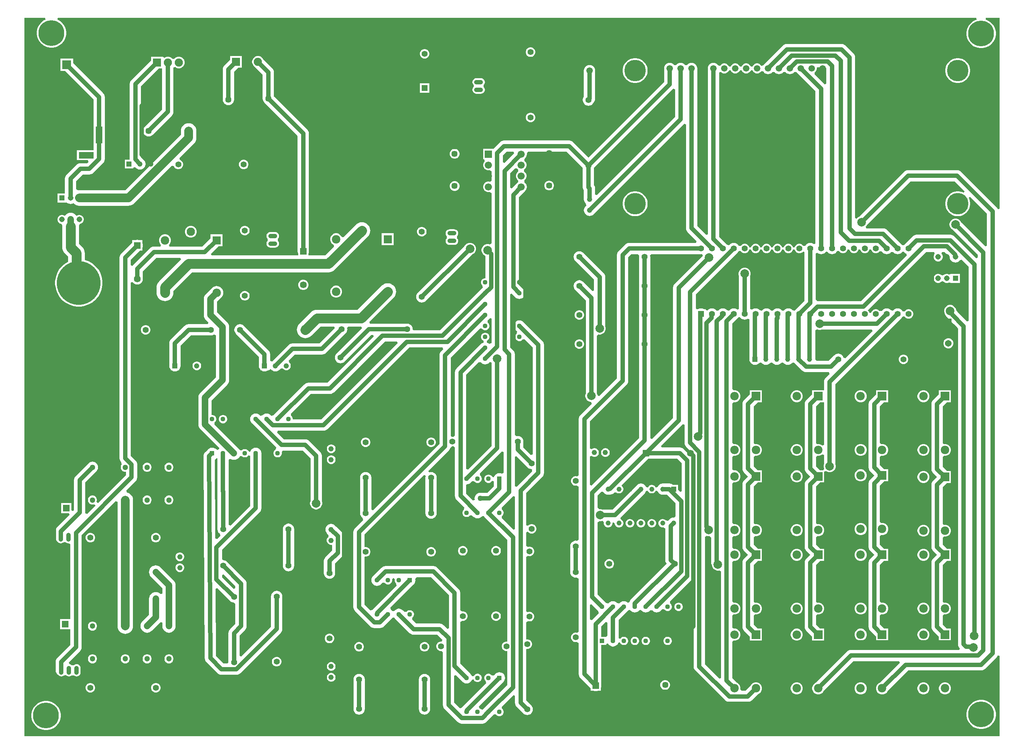
<source format=gtl>
G04*
G04 #@! TF.GenerationSoftware,Altium Limited,Altium Designer,22.1.2 (22)*
G04*
G04 Layer_Physical_Order=1*
G04 Layer_Color=255*
%FSLAX44Y44*%
%MOMM*%
G71*
G04*
G04 #@! TF.SameCoordinates,67A4DC0A-CBAE-4364-A3B2-3E50B1EA6F99*
G04*
G04*
G04 #@! TF.FilePolarity,Positive*
G04*
G01*
G75*
%ADD19C,1.5080*%
%ADD20R,1.5080X1.5080*%
%ADD24C,10.2064*%
%ADD38R,1.4000X1.4000*%
%ADD39C,1.4000*%
%ADD61C,1.9900*%
%ADD62R,1.9900X1.9900*%
%ADD63R,1.5406X1.5406*%
%ADD64C,1.5406*%
%ADD67C,1.0000*%
%ADD68C,1.5000*%
%ADD69C,2.2860*%
%ADD70C,2.0000*%
%ADD71C,1.3080*%
%ADD72R,1.3080X1.3080*%
%ADD73C,1.1300*%
%ADD74R,1.1300X1.1300*%
%ADD75C,1.1628*%
%ADD76R,1.1628X1.1628*%
%ADD77R,3.5000X1.5000*%
%ADD78R,1.5000X3.5000*%
%ADD79R,1.5000X4.0000*%
%ADD80C,5.0000*%
%ADD81R,1.5080X1.5080*%
%ADD82C,1.4080*%
%ADD83O,1.0400X2.0800*%
%ADD84C,1.3000*%
%ADD85R,1.2180X1.2180*%
%ADD86C,1.2180*%
%ADD87O,2.0800X1.0400*%
%ADD88R,1.2180X1.2180*%
%ADD89R,1.5900X1.5900*%
%ADD90C,1.5900*%
%ADD91C,1.4500*%
%ADD92C,1.1700*%
%ADD93R,1.1700X1.1700*%
%ADD94R,1.5900X1.5900*%
%ADD95C,1.9800*%
%ADD96C,1.9350*%
%ADD97R,1.9800X1.9800*%
%ADD98C,1.3970*%
%ADD99R,1.3970X1.3970*%
%ADD100R,1.1300X1.1300*%
%ADD101R,1.6764X1.6764*%
%ADD102C,1.6764*%
%ADD103C,2.1000*%
%ADD104R,2.1000X2.1000*%
%ADD105C,6.0000*%
%ADD106C,1.9100*%
%ADD107R,1.9100X1.9100*%
%ADD108C,2.0000*%
%ADD109C,1.2700*%
G36*
X2275386Y1232481D02*
X2271386Y1231685D01*
X2270685Y1233376D01*
X2268602Y1236092D01*
X2268602Y1236092D01*
X2185544Y1319150D01*
X2182828Y1321234D01*
X2179666Y1322543D01*
X2176272Y1322990D01*
X2176272Y1322990D01*
X2062988D01*
X2062988Y1322990D01*
X2059594Y1322543D01*
X2056432Y1321234D01*
X2053716Y1319150D01*
X1948651Y1214084D01*
X1945680Y1212369D01*
X1943448Y1210137D01*
X1941832Y1210351D01*
X1939448Y1211483D01*
Y1584960D01*
X1939001Y1588354D01*
X1937691Y1591516D01*
X1935608Y1594232D01*
X1935608Y1594232D01*
X1917006Y1612834D01*
X1914290Y1614917D01*
X1911128Y1616227D01*
X1907734Y1616674D01*
X1907734Y1616674D01*
X1781012D01*
X1781012Y1616674D01*
X1777618Y1616227D01*
X1774456Y1614917D01*
X1771740Y1612834D01*
X1771740Y1612834D01*
X1727778Y1568872D01*
X1725695Y1566156D01*
X1721292Y1565980D01*
X1720884Y1566686D01*
X1718736Y1568834D01*
X1716104Y1570354D01*
X1713169Y1571140D01*
X1710131D01*
X1707196Y1570354D01*
X1704564Y1568834D01*
X1702416Y1566686D01*
X1701066Y1564348D01*
X1699427Y1564054D01*
X1698473D01*
X1696834Y1564348D01*
X1695484Y1566686D01*
X1693336Y1568834D01*
X1690704Y1570354D01*
X1687769Y1571140D01*
X1684731D01*
X1681796Y1570354D01*
X1679164Y1568834D01*
X1677016Y1566686D01*
X1675666Y1564348D01*
X1674027Y1564054D01*
X1673073D01*
X1671434Y1564348D01*
X1670084Y1566686D01*
X1667936Y1568834D01*
X1665304Y1570354D01*
X1662369Y1571140D01*
X1659331D01*
X1656396Y1570354D01*
X1653764Y1568834D01*
X1651616Y1566686D01*
X1650266Y1564348D01*
X1648627Y1564054D01*
X1647673D01*
X1646034Y1564348D01*
X1644684Y1566686D01*
X1642536Y1568834D01*
X1639904Y1570354D01*
X1636969Y1571140D01*
X1633931D01*
X1630996Y1570354D01*
X1628364Y1568834D01*
X1626216Y1566686D01*
X1625808Y1565980D01*
X1621406Y1566156D01*
X1619322Y1568872D01*
X1616606Y1570956D01*
X1613444Y1572265D01*
X1610050Y1572712D01*
X1606656Y1572265D01*
X1603494Y1570956D01*
X1600778Y1568872D01*
X1598695Y1566156D01*
X1597385Y1562994D01*
X1596938Y1559600D01*
Y1173842D01*
X1593242Y1172311D01*
X1572362Y1193191D01*
Y1559600D01*
X1571915Y1562994D01*
X1570606Y1566156D01*
X1568522Y1568872D01*
X1565806Y1570956D01*
X1562644Y1572265D01*
X1559250Y1572712D01*
X1555856Y1572265D01*
X1552694Y1570956D01*
X1549978Y1568872D01*
X1548960Y1567545D01*
X1548175Y1567254D01*
X1544925D01*
X1544140Y1567545D01*
X1543122Y1568872D01*
X1540406Y1570956D01*
X1537244Y1572265D01*
X1533850Y1572712D01*
X1530457Y1572265D01*
X1527294Y1570956D01*
X1524578Y1568872D01*
X1523560Y1567545D01*
X1522775Y1567254D01*
X1519525D01*
X1518740Y1567545D01*
X1517722Y1568872D01*
X1515006Y1570956D01*
X1511844Y1572265D01*
X1508450Y1572712D01*
X1505056Y1572265D01*
X1501894Y1570956D01*
X1499178Y1568872D01*
X1497095Y1566156D01*
X1495785Y1562994D01*
X1495338Y1559600D01*
Y1528051D01*
X1319530Y1352244D01*
X1283790Y1387984D01*
X1281074Y1390067D01*
X1277912Y1391377D01*
X1274518Y1391824D01*
X1274518Y1391824D01*
X1123442D01*
X1123442Y1391824D01*
X1120048Y1391377D01*
X1116886Y1390067D01*
X1114170Y1387984D01*
X1098739Y1372552D01*
X1074738D01*
Y1347788D01*
X1077245D01*
X1077462Y1347492D01*
X1078627Y1343788D01*
X1077212Y1342373D01*
X1075582Y1339549D01*
X1074738Y1336400D01*
Y1333140D01*
X1075582Y1329991D01*
X1077212Y1327167D01*
X1079517Y1324862D01*
X1082341Y1323232D01*
X1085490Y1322388D01*
X1088750D01*
X1090338Y1322814D01*
X1094338Y1320445D01*
Y1298295D01*
X1090338Y1295927D01*
X1088750Y1296352D01*
X1085490D01*
X1082341Y1295508D01*
X1079517Y1293878D01*
X1077212Y1291573D01*
X1075582Y1288749D01*
X1074738Y1285600D01*
Y1282340D01*
X1075582Y1279191D01*
X1077212Y1276367D01*
X1079517Y1274062D01*
X1082341Y1272432D01*
X1085490Y1271588D01*
X1088750D01*
X1090338Y1272013D01*
X1094338Y1269645D01*
Y1152094D01*
X1090498Y1149699D01*
X1090338Y1149737D01*
X1086931Y1150650D01*
X1083245D01*
X1079684Y1149696D01*
X1076492Y1147853D01*
X1073885Y1145246D01*
X1072042Y1142054D01*
X1071088Y1138493D01*
Y1134807D01*
X1072042Y1131246D01*
X1073885Y1128054D01*
X1076492Y1125447D01*
X1079463Y1123732D01*
X1080338Y1122857D01*
Y1071370D01*
X1078230D01*
X1075775Y1070712D01*
X1073575Y1069442D01*
X1071778Y1067645D01*
X1070508Y1065445D01*
X1069850Y1062990D01*
Y1060450D01*
X1070508Y1057995D01*
X1071778Y1055795D01*
X1073276Y1054297D01*
X1073590Y1053769D01*
X1073886Y1049249D01*
X1070228Y1045592D01*
X974909Y950272D01*
X912756D01*
X910802Y952500D01*
X910355Y955894D01*
X909045Y959056D01*
X906962Y961772D01*
X904246Y963856D01*
X901084Y965165D01*
X897690Y965612D01*
X811620D01*
X809963Y969612D01*
X866596Y1026245D01*
X869024Y1029203D01*
X870828Y1032579D01*
X871939Y1036241D01*
X872314Y1040050D01*
X871939Y1043859D01*
X870828Y1047522D01*
X869024Y1050897D01*
X866596Y1053856D01*
X863637Y1056284D01*
X860262Y1058088D01*
X856599Y1059199D01*
X852790Y1059574D01*
X848981Y1059199D01*
X845319Y1058088D01*
X841943Y1056284D01*
X838985Y1053856D01*
X783061Y997932D01*
X688448D01*
X684639Y997557D01*
X680976Y996446D01*
X677601Y994642D01*
X674642Y992214D01*
X647464Y965036D01*
X645036Y962077D01*
X643232Y958701D01*
X642121Y955039D01*
X641746Y951230D01*
X642121Y947421D01*
X643232Y943758D01*
X645036Y940383D01*
X647464Y937424D01*
X650423Y934996D01*
X653798Y933192D01*
X657461Y932081D01*
X661270Y931706D01*
X665079Y932081D01*
X668741Y933192D01*
X672117Y934996D01*
X675075Y937424D01*
X696535Y958884D01*
X728305D01*
X729835Y955189D01*
X694285Y919638D01*
X630936D01*
X630936Y919638D01*
X627542Y919191D01*
X624380Y917881D01*
X621664Y915798D01*
X583532Y877666D01*
X579840Y878950D01*
X579532Y879208D01*
Y894080D01*
X579532Y894080D01*
X579085Y897474D01*
X577775Y900636D01*
X575692Y903352D01*
X575692Y903352D01*
X518542Y960502D01*
X515826Y962586D01*
X512664Y963895D01*
X509270Y964342D01*
X505876Y963895D01*
X502714Y962586D01*
X499998Y960502D01*
X497915Y957786D01*
X496605Y954624D01*
X496158Y951230D01*
X496605Y947836D01*
X497915Y944674D01*
X499998Y941958D01*
X553308Y888649D01*
Y867410D01*
X553755Y864016D01*
X555065Y860854D01*
X556330Y859205D01*
Y857320D01*
X558215D01*
X559864Y856055D01*
X563026Y854745D01*
X566420Y854298D01*
X569814Y854745D01*
X572976Y856055D01*
X573020Y856088D01*
X576510Y857320D01*
Y857320D01*
X580282Y859756D01*
X580745D01*
X581530Y859465D01*
X582548Y858138D01*
X585264Y856055D01*
X588426Y854745D01*
X591820Y854298D01*
X595214Y854745D01*
X598376Y856055D01*
X601092Y858138D01*
X604396Y861442D01*
X609146Y861215D01*
X611025Y859336D01*
X613325Y858008D01*
X615892Y857320D01*
X618548D01*
X621115Y858008D01*
X623415Y859336D01*
X625294Y861215D01*
X626622Y863515D01*
X627310Y866082D01*
Y868738D01*
X626622Y871305D01*
X625294Y873605D01*
X623415Y875484D01*
X623188Y880234D01*
X636367Y893414D01*
X699716D01*
X699716Y893414D01*
X703110Y893861D01*
X706272Y895171D01*
X708988Y897254D01*
X754962Y943228D01*
X757046Y945944D01*
X758355Y949106D01*
X758802Y952500D01*
X758488Y954884D01*
X760896Y958884D01*
X791148D01*
X791398Y958909D01*
X793215Y955068D01*
X733878Y895732D01*
X731795Y893016D01*
X730485Y889854D01*
X730038Y886460D01*
X730485Y883066D01*
X731795Y879904D01*
X733878Y877188D01*
X736594Y875105D01*
X739756Y873795D01*
X743150Y873348D01*
X746544Y873795D01*
X749706Y875105D01*
X752422Y877188D01*
X814621Y939388D01*
X818944D01*
X820475Y935692D01*
X712727Y827944D01*
X668453D01*
X668452Y827944D01*
X665059Y827497D01*
X661896Y826188D01*
X659181Y824104D01*
X587628Y752551D01*
X587107Y751873D01*
X582092Y751231D01*
X580772Y752551D01*
X578056Y754635D01*
X574894Y755945D01*
X571500Y756392D01*
X568106Y755945D01*
X564944Y754635D01*
X562228Y752551D01*
X561707Y751873D01*
X556692Y751231D01*
X555372Y752551D01*
X552656Y754635D01*
X549494Y755945D01*
X546100Y756392D01*
X542706Y755945D01*
X539544Y754635D01*
X536828Y752551D01*
X534744Y749836D01*
X533435Y746673D01*
X532988Y743280D01*
X533435Y739886D01*
X534744Y736724D01*
X536828Y734008D01*
X593686Y677150D01*
X593395Y674711D01*
X592625Y672554D01*
X590975Y671602D01*
X589178Y669805D01*
X587908Y667605D01*
X587250Y665150D01*
Y662609D01*
X587908Y660155D01*
X589178Y657955D01*
X590975Y656158D01*
X593175Y654887D01*
X595630Y654230D01*
X598171D01*
X600625Y654887D01*
X602825Y656158D01*
X604622Y657955D01*
X605892Y660155D01*
X606550Y662609D01*
Y665150D01*
X606283Y666148D01*
X608209Y669475D01*
X609043Y670148D01*
X655477D01*
X673196Y652429D01*
Y552273D01*
X672308Y548959D01*
Y545273D01*
X673262Y541712D01*
X675105Y538520D01*
X677712Y535913D01*
X680904Y534070D01*
X684465Y533116D01*
X688151D01*
X691712Y534070D01*
X694904Y535913D01*
X697511Y538520D01*
X699354Y541712D01*
X700308Y545273D01*
Y548959D01*
X699420Y552273D01*
Y657860D01*
X699420Y657860D01*
X698973Y661254D01*
X697663Y664416D01*
X695580Y667132D01*
X695580Y667132D01*
X670180Y692532D01*
X667464Y694615D01*
X664302Y695925D01*
X660908Y696372D01*
X660908Y696372D01*
X611551D01*
X595497Y712426D01*
X597028Y716122D01*
X703326D01*
X703326Y716122D01*
X706720Y716569D01*
X709882Y717878D01*
X712598Y719962D01*
X902683Y910048D01*
X980258D01*
X981789Y906352D01*
X976756Y901320D01*
X974672Y898604D01*
X973363Y895442D01*
X972916Y892048D01*
X972916Y892048D01*
Y685643D01*
X818378Y531105D01*
X814682Y532636D01*
Y607060D01*
X814236Y610454D01*
X812926Y613616D01*
X810842Y616332D01*
X808126Y618415D01*
X804964Y619725D01*
X801570Y620172D01*
X798176Y619725D01*
X795014Y618415D01*
X792298Y616332D01*
X790215Y613616D01*
X788905Y610454D01*
X788458Y607060D01*
Y524510D01*
X788905Y521116D01*
X790215Y517954D01*
X792298Y515238D01*
X794876Y513260D01*
X795020Y513119D01*
X795780Y508508D01*
X776858Y489586D01*
X774774Y486870D01*
X773465Y483708D01*
X773018Y480314D01*
X773018Y480314D01*
Y305562D01*
X773018Y305562D01*
X773465Y302168D01*
X774774Y299006D01*
X776858Y296290D01*
X812418Y260730D01*
X815134Y258647D01*
X818296Y257337D01*
X821690Y256890D01*
X821690Y256890D01*
X834542D01*
X834542Y256890D01*
X837936Y257337D01*
X841098Y258647D01*
X843814Y260730D01*
X862712Y279628D01*
X863730Y280956D01*
X864515Y281246D01*
X867765D01*
X868550Y280956D01*
X869568Y279628D01*
X904214Y244982D01*
X904214Y244982D01*
X906930Y242899D01*
X910092Y241589D01*
X913486Y241142D01*
X913486Y241142D01*
X968151D01*
X979920Y229373D01*
X978625Y226444D01*
X977966Y225670D01*
X975377D01*
X972569Y224918D01*
X970051Y223464D01*
X967996Y221409D01*
X966543Y218891D01*
X965790Y216083D01*
Y213177D01*
X966543Y210369D01*
X967996Y207851D01*
X970051Y205796D01*
X972569Y204342D01*
X975377Y203590D01*
X978284D01*
X981268Y200249D01*
Y78008D01*
X981268Y78008D01*
X981715Y74614D01*
X983025Y71452D01*
X985108Y68736D01*
X1015618Y38226D01*
X1015618Y38226D01*
X1018334Y36142D01*
X1021496Y34833D01*
X1024890Y34386D01*
X1073048D01*
X1073048Y34386D01*
X1076442Y34833D01*
X1079604Y36142D01*
X1082320Y38226D01*
X1096392Y52298D01*
X1096392Y52298D01*
X1100049Y55956D01*
X1104569Y55660D01*
X1105097Y55346D01*
X1106595Y53848D01*
X1108795Y52578D01*
X1111249Y51920D01*
X1113791D01*
X1116245Y52578D01*
X1118445Y53848D01*
X1120242Y55645D01*
X1121512Y57845D01*
X1122170Y60300D01*
Y62841D01*
X1121512Y65295D01*
X1120242Y67495D01*
X1118445Y69292D01*
X1118134Y74041D01*
X1144988Y100895D01*
X1148684Y99364D01*
Y83004D01*
X1148684Y83004D01*
X1149131Y79611D01*
X1150441Y76448D01*
X1152524Y73732D01*
X1168018Y58239D01*
X1170734Y56155D01*
X1173896Y54845D01*
X1177290Y54398D01*
X1180684Y54845D01*
X1183846Y56155D01*
X1186562Y58239D01*
X1188645Y60954D01*
X1189955Y64117D01*
X1190402Y67510D01*
X1189955Y70904D01*
X1188645Y74066D01*
X1186562Y76782D01*
X1174908Y88435D01*
Y207757D01*
X1175837Y208470D01*
X1178743D01*
X1181551Y209222D01*
X1184069Y210676D01*
X1186124Y212731D01*
X1187578Y215249D01*
X1188330Y218056D01*
Y220963D01*
X1187578Y223771D01*
X1186124Y226289D01*
X1184069Y228344D01*
X1181551Y229797D01*
X1178743Y230550D01*
X1175837D01*
X1174908Y231262D01*
Y270352D01*
X1176450Y271687D01*
X1178908Y272908D01*
X1180917Y272370D01*
X1183823D01*
X1186631Y273123D01*
X1189149Y274576D01*
X1191204Y276631D01*
X1192658Y279149D01*
X1193410Y281957D01*
Y284864D01*
X1192658Y287671D01*
X1191204Y290189D01*
X1189149Y292244D01*
X1186631Y293698D01*
X1183823Y294450D01*
X1180917D01*
X1178908Y293912D01*
X1176450Y295133D01*
X1174908Y296469D01*
Y422351D01*
X1176450Y423686D01*
X1178908Y424908D01*
X1180917Y424370D01*
X1183823D01*
X1186631Y425122D01*
X1189149Y426576D01*
X1191204Y428631D01*
X1192658Y431149D01*
X1193410Y433956D01*
Y436863D01*
X1192658Y439671D01*
X1191204Y442189D01*
X1189149Y444244D01*
X1186631Y445698D01*
X1183823Y446450D01*
X1180917D01*
X1178908Y445912D01*
X1176450Y447133D01*
X1174908Y448468D01*
Y479723D01*
X1177615Y480875D01*
X1178908Y481009D01*
X1180671Y479246D01*
X1183189Y477792D01*
X1185997Y477040D01*
X1188903D01*
X1191711Y477792D01*
X1194229Y479246D01*
X1196284Y481301D01*
X1197738Y483819D01*
X1198490Y486626D01*
Y489533D01*
X1197738Y492341D01*
X1196284Y494859D01*
X1194229Y496914D01*
X1191711Y498367D01*
X1188903Y499120D01*
X1185997D01*
X1183189Y498367D01*
X1180671Y496914D01*
X1178908Y495151D01*
X1177615Y495285D01*
X1174908Y496437D01*
Y571403D01*
X1212216Y608710D01*
X1214299Y611426D01*
X1215609Y614588D01*
X1216056Y617982D01*
X1216056Y617982D01*
Y916076D01*
X1216056Y916076D01*
X1215609Y919470D01*
X1214299Y922632D01*
X1212216Y925348D01*
X1212216Y925348D01*
X1168172Y969392D01*
X1165456Y971476D01*
X1162294Y972785D01*
X1158900Y973232D01*
X1155506Y972785D01*
X1152344Y971476D01*
X1149628Y969392D01*
X1147544Y966676D01*
X1146235Y963514D01*
X1145788Y960120D01*
X1146235Y956726D01*
X1147544Y953564D01*
X1149628Y950848D01*
X1153286Y947191D01*
X1152990Y942671D01*
X1152676Y942143D01*
X1151178Y940645D01*
X1149908Y938445D01*
X1149250Y935991D01*
Y933449D01*
X1149908Y930995D01*
X1151178Y928795D01*
X1152975Y926998D01*
X1155175Y925728D01*
X1157629Y925070D01*
X1160170D01*
X1162625Y925728D01*
X1164825Y926998D01*
X1166622Y928795D01*
X1171371Y929106D01*
X1189832Y910645D01*
Y661468D01*
X1186136Y659937D01*
X1168412Y677661D01*
Y690880D01*
X1167966Y694274D01*
X1166656Y697436D01*
X1164572Y700152D01*
X1161856Y702235D01*
X1158694Y703545D01*
X1155300Y703992D01*
X1152238Y703589D01*
X1151766Y703653D01*
X1148238Y706356D01*
Y894284D01*
X1148238Y894284D01*
X1147791Y897678D01*
X1146481Y900840D01*
X1144398Y903556D01*
X1144398Y903556D01*
X1137570Y910384D01*
Y1033880D01*
X1141266Y1035411D01*
X1149628Y1027048D01*
X1152344Y1024965D01*
X1155506Y1023655D01*
X1158900Y1023208D01*
X1162294Y1023655D01*
X1165456Y1024965D01*
X1168172Y1027048D01*
X1170255Y1029764D01*
X1171565Y1032926D01*
X1172012Y1036320D01*
X1171565Y1039714D01*
X1170255Y1042876D01*
X1168172Y1045592D01*
X1157890Y1055873D01*
Y1259997D01*
X1172592Y1274698D01*
X1174676Y1277414D01*
X1175985Y1280576D01*
X1176432Y1283970D01*
X1175985Y1287364D01*
X1174676Y1290526D01*
X1172592Y1293242D01*
X1170684Y1294705D01*
X1170363Y1297744D01*
X1170680Y1299322D01*
X1170923Y1299462D01*
X1173228Y1301767D01*
X1174858Y1304591D01*
X1175702Y1307740D01*
Y1311000D01*
X1174858Y1314149D01*
X1173228Y1316973D01*
X1170923Y1319278D01*
X1170079Y1319765D01*
Y1324375D01*
X1170923Y1324862D01*
X1173228Y1327167D01*
X1174858Y1329991D01*
X1175702Y1333140D01*
Y1336400D01*
X1174858Y1339549D01*
X1173228Y1342373D01*
X1170923Y1344678D01*
X1170965Y1349272D01*
X1172592Y1350898D01*
X1174676Y1353614D01*
X1175985Y1356776D01*
X1176432Y1360170D01*
X1176244Y1361600D01*
X1179077Y1365600D01*
X1269087D01*
X1306418Y1328269D01*
Y1282760D01*
X1306418Y1282760D01*
X1306865Y1279366D01*
X1308174Y1276204D01*
X1308958Y1275183D01*
Y1254760D01*
X1309405Y1251366D01*
X1310715Y1248204D01*
X1312798Y1245488D01*
X1313477Y1244967D01*
X1314119Y1239952D01*
X1312798Y1238632D01*
X1310715Y1235916D01*
X1309405Y1232754D01*
X1308958Y1229360D01*
X1309405Y1225966D01*
X1310715Y1222804D01*
X1312798Y1220088D01*
X1315514Y1218005D01*
X1318676Y1216695D01*
X1322070Y1216248D01*
X1325464Y1216695D01*
X1328626Y1218005D01*
X1331342Y1220088D01*
X1542138Y1430885D01*
X1545830Y1429600D01*
X1546138Y1429343D01*
Y1187760D01*
X1546138Y1187760D01*
X1546585Y1184366D01*
X1547895Y1181204D01*
X1549978Y1178488D01*
X1571199Y1157268D01*
X1569668Y1153572D01*
X1414018D01*
X1414018Y1153572D01*
X1410624Y1153125D01*
X1407462Y1151815D01*
X1404746Y1149732D01*
X1389760Y1134746D01*
X1387677Y1132030D01*
X1386367Y1128868D01*
X1385920Y1125474D01*
X1385920Y1125474D01*
Y838043D01*
X1344361Y796484D01*
X1340361Y798141D01*
Y799122D01*
X1339473Y802436D01*
Y937309D01*
X1343473Y940379D01*
X1343849Y940278D01*
X1347535D01*
X1351096Y941232D01*
X1354288Y943075D01*
X1356895Y945682D01*
X1358738Y948874D01*
X1359692Y952435D01*
Y956121D01*
X1358804Y959435D01*
Y1073540D01*
X1358804Y1073540D01*
X1358357Y1076934D01*
X1357047Y1080096D01*
X1354964Y1082812D01*
X1354964Y1082812D01*
X1307411Y1130364D01*
X1304696Y1132448D01*
X1301533Y1133758D01*
X1298140Y1134205D01*
X1294746Y1133758D01*
X1291584Y1132448D01*
X1288868Y1130364D01*
X1286784Y1127649D01*
X1285474Y1124486D01*
X1285027Y1121093D01*
X1285474Y1117699D01*
X1286784Y1114536D01*
X1288868Y1111821D01*
X1332580Y1068109D01*
Y1042794D01*
X1328884Y1041264D01*
X1307411Y1062737D01*
X1304696Y1064820D01*
X1301533Y1066130D01*
X1298140Y1066577D01*
X1294746Y1066130D01*
X1291584Y1064820D01*
X1288868Y1062737D01*
X1286784Y1060021D01*
X1285474Y1056859D01*
X1285027Y1053465D01*
X1285474Y1050071D01*
X1286784Y1046909D01*
X1288868Y1044193D01*
X1313249Y1019812D01*
Y802436D01*
X1312361Y799122D01*
Y795436D01*
X1313315Y791875D01*
X1315158Y788683D01*
X1317765Y786076D01*
X1320957Y784233D01*
X1324518Y783279D01*
X1325499D01*
X1327156Y779279D01*
X1300606Y752730D01*
X1298522Y750014D01*
X1297213Y746852D01*
X1296766Y743458D01*
X1296766Y743458D01*
Y612509D01*
X1292766Y610014D01*
X1291773Y610280D01*
X1288867D01*
X1286059Y609528D01*
X1283541Y608074D01*
X1281486Y606019D01*
X1280032Y603501D01*
X1279280Y600693D01*
Y597786D01*
X1280032Y594979D01*
X1281486Y592461D01*
X1283541Y590406D01*
X1286059Y588952D01*
X1288867Y588200D01*
X1291773D01*
X1292766Y588466D01*
X1296766Y585970D01*
Y462411D01*
X1292766Y460030D01*
X1290320Y460352D01*
X1286926Y459906D01*
X1283764Y458596D01*
X1281048Y456512D01*
X1278964Y453796D01*
X1277655Y450634D01*
X1277208Y447240D01*
Y387150D01*
X1277655Y383756D01*
X1278964Y380594D01*
X1281048Y377878D01*
X1283764Y375794D01*
X1286926Y374484D01*
X1290320Y374038D01*
X1292766Y374360D01*
X1296766Y371979D01*
Y248420D01*
X1292766Y245924D01*
X1291773Y246190D01*
X1288867D01*
X1286059Y245438D01*
X1283541Y243984D01*
X1281486Y241929D01*
X1280032Y239411D01*
X1279280Y236604D01*
Y233697D01*
X1280032Y230889D01*
X1281486Y228371D01*
X1283541Y226316D01*
X1286059Y224862D01*
X1288867Y224110D01*
X1291773D01*
X1292766Y224376D01*
X1296766Y221881D01*
Y149622D01*
X1296766Y149622D01*
X1297213Y146229D01*
X1298522Y143066D01*
X1300606Y140351D01*
X1324360Y116597D01*
Y111240D01*
X1331190D01*
X1332917Y110525D01*
X1336310Y110078D01*
X1339704Y110525D01*
X1341431Y111240D01*
X1348260D01*
Y118069D01*
X1348976Y119796D01*
X1349422Y123190D01*
Y217350D01*
X1360930D01*
Y220600D01*
X1364930Y221396D01*
X1365325Y220444D01*
X1367408Y217728D01*
X1370124Y215644D01*
X1373286Y214334D01*
X1376680Y213888D01*
X1380074Y214334D01*
X1383236Y215644D01*
X1385952Y217728D01*
X1388035Y220444D01*
X1389049Y222891D01*
X1391601Y223248D01*
X1393255Y222986D01*
X1394358Y221075D01*
X1396155Y219278D01*
X1398355Y218007D01*
X1400809Y217350D01*
X1403351D01*
X1405805Y218007D01*
X1408005Y219278D01*
X1409802Y221075D01*
X1411072Y223275D01*
X1411730Y225729D01*
Y228270D01*
X1411072Y230725D01*
X1409802Y232925D01*
X1408005Y234722D01*
X1405805Y235992D01*
X1403351Y236650D01*
X1400809D01*
X1398355Y235992D01*
X1396155Y234722D01*
X1394358Y232925D01*
X1393792Y231945D01*
X1389792Y233017D01*
Y275568D01*
X1411352Y297128D01*
X1412370Y298455D01*
X1413155Y298745D01*
X1416405D01*
X1417190Y298455D01*
X1418208Y297128D01*
X1420924Y295044D01*
X1424086Y293734D01*
X1427480Y293288D01*
X1430874Y293734D01*
X1434036Y295044D01*
X1436752Y297128D01*
X1437770Y298455D01*
X1438555Y298745D01*
X1441805Y298745D01*
X1442590Y298455D01*
X1443608Y297128D01*
X1446324Y295044D01*
X1449486Y293734D01*
X1452880Y293288D01*
X1456274Y293734D01*
X1459436Y295044D01*
X1462152Y297128D01*
X1463472Y298449D01*
X1468487Y297807D01*
X1469008Y297128D01*
X1471724Y295044D01*
X1474886Y293734D01*
X1478280Y293288D01*
X1481674Y293734D01*
X1484836Y295044D01*
X1487552Y297128D01*
X1491209Y300785D01*
X1495729Y300489D01*
X1496257Y300176D01*
X1497755Y298678D01*
X1499955Y297407D01*
X1502410Y296750D01*
X1504951D01*
X1507405Y297407D01*
X1509605Y298678D01*
X1511402Y300474D01*
X1512672Y302675D01*
X1513330Y305129D01*
Y307670D01*
X1512672Y310124D01*
X1511402Y312325D01*
X1509605Y314122D01*
X1509294Y318871D01*
X1558602Y368178D01*
X1558602Y368178D01*
X1560258Y370336D01*
X1562322Y370136D01*
X1564258Y369240D01*
Y167356D01*
X1564258Y167356D01*
X1564705Y163962D01*
X1566015Y160800D01*
X1568098Y158084D01*
X1637918Y88264D01*
X1640634Y86180D01*
X1643796Y84871D01*
X1647190Y84424D01*
X1689986D01*
X1689986Y84424D01*
X1693380Y84871D01*
X1696542Y86180D01*
X1699258Y88264D01*
X1714782Y103789D01*
X1717586Y105407D01*
X1720183Y108005D01*
X1722020Y111186D01*
X1722970Y114734D01*
Y118407D01*
X1722020Y121955D01*
X1720183Y125136D01*
X1717586Y127733D01*
X1714405Y129570D01*
X1710857Y130520D01*
X1707184D01*
X1703636Y129570D01*
X1700455Y127733D01*
X1697857Y125136D01*
X1696239Y122332D01*
X1684555Y110648D01*
X1676016D01*
X1672947Y114648D01*
X1672970Y114734D01*
Y118407D01*
X1672019Y121955D01*
X1670183Y125136D01*
X1667585Y127733D01*
X1664782Y129352D01*
X1653882Y140252D01*
Y225219D01*
X1657055Y227654D01*
X1657183Y227620D01*
X1660856D01*
X1664404Y228571D01*
X1667585Y230408D01*
X1670183Y233005D01*
X1672019Y236186D01*
X1672970Y239734D01*
Y243407D01*
X1672019Y246955D01*
X1670183Y250136D01*
X1667585Y252733D01*
X1664404Y254570D01*
X1660856Y255520D01*
X1657183D01*
X1657055Y255486D01*
X1653882Y257921D01*
Y286063D01*
X1657055Y288498D01*
X1657183Y288463D01*
X1660856D01*
X1664404Y289414D01*
X1667585Y291251D01*
X1670183Y293848D01*
X1672019Y297029D01*
X1672970Y300577D01*
Y304250D01*
X1672019Y307798D01*
X1670183Y310979D01*
X1667585Y313576D01*
X1664404Y315413D01*
X1660856Y316363D01*
X1657183D01*
X1657055Y316329D01*
X1653882Y318764D01*
Y411063D01*
X1657055Y413498D01*
X1657183Y413463D01*
X1660856D01*
X1664404Y414414D01*
X1667585Y416251D01*
X1670183Y418848D01*
X1672019Y422029D01*
X1672970Y425577D01*
Y429250D01*
X1672019Y432798D01*
X1670183Y435979D01*
X1667585Y438576D01*
X1664404Y440413D01*
X1660856Y441363D01*
X1657183D01*
X1657055Y441329D01*
X1653882Y443764D01*
Y468520D01*
X1657055Y470955D01*
X1657183Y470920D01*
X1660856D01*
X1664404Y471871D01*
X1667585Y473708D01*
X1670183Y476305D01*
X1672019Y479486D01*
X1672970Y483034D01*
Y486707D01*
X1672019Y490255D01*
X1670183Y493436D01*
X1667585Y496033D01*
X1664404Y497870D01*
X1660856Y498820D01*
X1657183D01*
X1657055Y498786D01*
X1653882Y501221D01*
Y593520D01*
X1657055Y595955D01*
X1657183Y595920D01*
X1660856D01*
X1664404Y596871D01*
X1667585Y598708D01*
X1670183Y601305D01*
X1672019Y604486D01*
X1672970Y608034D01*
Y611707D01*
X1672019Y615255D01*
X1670183Y618436D01*
X1667585Y621033D01*
X1664404Y622870D01*
X1660856Y623820D01*
X1657183D01*
X1657055Y623786D01*
X1653882Y626221D01*
Y655210D01*
X1657055Y657645D01*
X1657183Y657610D01*
X1660856D01*
X1664404Y658561D01*
X1667585Y660397D01*
X1670183Y662995D01*
X1672019Y666176D01*
X1672970Y669724D01*
Y673397D01*
X1672019Y676945D01*
X1670183Y680126D01*
X1667585Y682723D01*
X1664404Y684560D01*
X1660856Y685510D01*
X1657183D01*
X1657055Y685476D01*
X1653882Y687911D01*
Y780210D01*
X1657055Y782645D01*
X1657183Y782610D01*
X1660856D01*
X1664404Y783561D01*
X1667585Y785397D01*
X1670183Y787995D01*
X1672019Y791176D01*
X1672970Y794724D01*
Y798397D01*
X1672019Y801945D01*
X1670183Y805126D01*
X1667585Y807723D01*
X1664404Y809560D01*
X1660856Y810510D01*
X1657183D01*
X1657055Y810476D01*
X1653882Y812911D01*
Y966049D01*
X1666622Y978788D01*
X1667640Y980115D01*
X1668425Y980406D01*
X1671675D01*
X1672460Y980115D01*
X1673478Y978788D01*
X1676194Y976704D01*
X1679356Y975395D01*
X1682750Y974948D01*
X1686144Y975395D01*
X1689306Y976704D01*
X1689768Y977059D01*
X1693768Y975086D01*
Y882650D01*
X1694215Y879256D01*
X1695524Y876094D01*
X1697066Y874085D01*
Y872836D01*
X1698315D01*
X1700324Y871294D01*
X1703486Y869985D01*
X1706880Y869538D01*
X1710274Y869985D01*
X1713436Y871294D01*
X1715445Y872836D01*
X1716694D01*
Y874085D01*
X1717170Y874705D01*
X1717955Y874996D01*
X1721205D01*
X1721990Y874705D01*
X1723008Y873378D01*
X1725724Y871294D01*
X1728886Y869985D01*
X1732280Y869538D01*
X1735674Y869985D01*
X1738836Y871294D01*
X1741552Y873378D01*
X1742570Y874705D01*
X1743355Y874996D01*
X1746605D01*
X1747390Y874705D01*
X1748408Y873378D01*
X1751124Y871294D01*
X1754286Y869985D01*
X1757680Y869538D01*
X1761074Y869985D01*
X1764236Y871294D01*
X1766952Y873378D01*
X1767970Y874705D01*
X1768755Y874996D01*
X1772005D01*
X1772790Y874705D01*
X1773808Y873378D01*
X1776524Y871294D01*
X1779686Y869985D01*
X1783080Y869538D01*
X1786474Y869985D01*
X1789636Y871294D01*
X1792352Y873378D01*
X1793370Y874705D01*
X1794155Y874996D01*
X1797405D01*
X1798190Y874705D01*
X1799208Y873378D01*
X1816226Y856360D01*
X1818942Y854277D01*
X1822104Y852967D01*
X1825498Y852520D01*
X1878610D01*
X1880266Y848520D01*
X1871090Y839344D01*
X1869007Y836628D01*
X1867697Y833466D01*
X1867250Y830072D01*
X1867250Y830072D01*
Y810510D01*
X1839850D01*
Y801154D01*
X1826132Y787436D01*
X1824048Y784720D01*
X1822739Y781558D01*
X1822292Y778164D01*
X1822292Y778164D01*
Y628267D01*
X1822292Y628266D01*
X1822739Y624873D01*
X1824048Y621710D01*
X1826132Y618995D01*
X1835257Y609870D01*
X1826132Y600746D01*
X1824048Y598030D01*
X1822739Y594868D01*
X1822292Y591474D01*
X1822292Y591474D01*
Y445810D01*
X1822292Y445810D01*
X1822739Y442416D01*
X1824048Y439254D01*
X1826132Y436538D01*
X1835257Y427413D01*
X1826132Y418289D01*
X1824048Y415573D01*
X1822739Y412411D01*
X1822292Y409017D01*
X1822292Y409017D01*
Y259967D01*
X1822292Y259967D01*
X1822739Y256573D01*
X1824048Y253410D01*
X1826132Y250695D01*
X1839850Y236977D01*
Y227620D01*
X1867750D01*
Y255520D01*
X1858394D01*
X1848516Y265398D01*
Y286102D01*
X1851690Y288537D01*
X1851964Y288463D01*
X1855637D01*
X1859185Y289414D01*
X1862366Y291251D01*
X1864963Y293848D01*
X1866799Y297029D01*
X1867750Y300577D01*
Y304250D01*
X1866799Y307798D01*
X1864963Y310979D01*
X1862366Y313576D01*
X1859185Y315413D01*
X1855637Y316363D01*
X1851964D01*
X1851690Y316290D01*
X1848516Y318725D01*
Y403586D01*
X1858394Y413463D01*
X1867750D01*
Y441363D01*
X1858394D01*
X1848516Y451241D01*
Y468559D01*
X1851690Y470994D01*
X1851964Y470920D01*
X1855637D01*
X1859185Y471871D01*
X1862366Y473708D01*
X1864963Y476305D01*
X1866799Y479486D01*
X1867750Y483034D01*
Y486707D01*
X1866799Y490255D01*
X1864963Y493436D01*
X1862366Y496033D01*
X1859185Y497870D01*
X1855637Y498820D01*
X1851964D01*
X1851690Y498747D01*
X1848516Y501182D01*
Y586043D01*
X1858394Y595920D01*
X1867750D01*
Y620886D01*
X1871750Y622543D01*
X1871766Y622527D01*
X1874958Y620684D01*
X1878519Y619730D01*
X1882205D01*
X1885766Y620684D01*
X1888958Y622527D01*
X1891565Y625134D01*
X1893408Y628326D01*
X1894362Y631887D01*
Y635573D01*
X1893474Y638887D01*
Y824641D01*
X2047622Y978788D01*
X2049706Y981504D01*
X2049998Y982210D01*
X2054376Y982327D01*
X2054960Y981315D01*
X2057005Y979270D01*
X2059510Y977824D01*
X2062304Y977075D01*
X2065196D01*
X2067990Y977824D01*
X2070495Y979270D01*
X2072540Y981315D01*
X2073986Y983820D01*
X2074735Y986614D01*
Y989506D01*
X2073986Y992300D01*
X2072540Y994805D01*
X2070495Y996850D01*
X2067990Y998296D01*
X2065196Y999045D01*
X2062304D01*
X2059510Y998296D01*
X2057005Y996850D01*
X2054960Y994805D01*
X2054376Y993793D01*
X2049998Y993910D01*
X2049706Y994616D01*
X2047622Y997332D01*
X2044906Y999416D01*
X2041744Y1000725D01*
X2038350Y1001172D01*
X2034956Y1000725D01*
X2031794Y999416D01*
X2029078Y997332D01*
X2027758Y996011D01*
X2022743Y996653D01*
X2022222Y997332D01*
X2019506Y999416D01*
X2016344Y1000725D01*
X2012950Y1001172D01*
X2009556Y1000725D01*
X2006394Y999416D01*
X2003678Y997332D01*
X2001030Y994683D01*
X1996340Y994805D01*
X1994295Y996850D01*
X1991790Y998296D01*
X1988996Y999045D01*
X1986104D01*
X1983310Y998296D01*
X1980805Y996850D01*
X1978760Y994805D01*
X1977314Y992300D01*
X1976921Y990833D01*
X1972779D01*
X1972386Y992300D01*
X1970940Y994805D01*
X1969283Y996462D01*
X2104995Y1132174D01*
X2123251D01*
X2124908Y1128174D01*
X2124216Y1127482D01*
X2122828Y1125079D01*
X2122110Y1122398D01*
Y1119623D01*
X2122828Y1116942D01*
X2124216Y1114538D01*
X2126178Y1112576D01*
X2128582Y1111189D01*
X2131262Y1110470D01*
X2134038D01*
X2136718Y1111189D01*
X2139122Y1112576D01*
X2141084Y1114538D01*
X2142472Y1116942D01*
X2143190Y1119623D01*
Y1122398D01*
X2142472Y1125079D01*
X2141084Y1127482D01*
X2140392Y1128174D01*
X2142049Y1132174D01*
X2147473D01*
X2159085Y1120562D01*
X2159395Y1118206D01*
X2160705Y1115043D01*
X2162789Y1112328D01*
X2163378Y1111739D01*
X2166094Y1109655D01*
X2169256Y1108345D01*
X2172650Y1107898D01*
X2176044Y1108345D01*
X2179206Y1109655D01*
X2181922Y1111739D01*
X2182970Y1113105D01*
X2187714Y1114017D01*
X2203631Y1098100D01*
Y972307D01*
X2199631Y970650D01*
X2177318Y992963D01*
X2176879Y994022D01*
X2174796Y996738D01*
X2174524Y997009D01*
Y997015D01*
X2173570Y1000576D01*
X2171727Y1003768D01*
X2169120Y1006375D01*
X2165928Y1008218D01*
X2162367Y1009172D01*
X2158681D01*
X2155120Y1008218D01*
X2151928Y1006375D01*
X2149321Y1003768D01*
X2147478Y1000576D01*
X2146524Y997015D01*
Y993329D01*
X2147478Y989768D01*
X2147852Y989120D01*
X2147859Y989072D01*
X2149169Y985910D01*
X2151252Y983194D01*
X2153730Y980717D01*
X2154169Y979658D01*
X2156252Y976942D01*
X2178908Y954287D01*
Y219608D01*
X2178908Y219607D01*
X2179355Y216214D01*
X2180665Y213051D01*
X2182748Y210336D01*
X2183440Y209643D01*
X2181910Y205948D01*
X1930066D01*
X1926672Y205501D01*
X1923510Y204191D01*
X1920794Y202108D01*
X1920794Y202107D01*
X1848038Y129352D01*
X1845235Y127733D01*
X1842637Y125136D01*
X1840801Y121955D01*
X1839850Y118407D01*
Y114734D01*
X1840801Y111186D01*
X1842637Y108005D01*
X1845235Y105407D01*
X1848416Y103571D01*
X1851964Y102620D01*
X1855637D01*
X1859185Y103571D01*
X1862366Y105407D01*
X1864963Y108005D01*
X1866582Y110808D01*
X1935497Y179724D01*
X2041774D01*
X2043305Y176028D01*
X1996628Y129352D01*
X1993825Y127733D01*
X1991227Y125136D01*
X1989391Y121955D01*
X1988440Y118407D01*
Y114734D01*
X1989391Y111186D01*
X1991227Y108005D01*
X1993825Y105407D01*
X1997006Y103571D01*
X2000554Y102620D01*
X2004227D01*
X2007775Y103571D01*
X2010956Y105407D01*
X2013553Y108005D01*
X2015172Y110808D01*
X2062701Y158338D01*
X2232366D01*
X2232366Y158338D01*
X2235760Y158785D01*
X2238922Y160095D01*
X2241638Y162178D01*
X2268602Y189142D01*
X2268602Y189142D01*
X2270685Y191857D01*
X2271386Y193548D01*
X2275386Y192752D01*
Y5534D01*
X8074D01*
Y1677216D01*
X56589D01*
X56714Y1676913D01*
X57277Y1673216D01*
X53300Y1671189D01*
X48970Y1668044D01*
X45186Y1664259D01*
X42041Y1659930D01*
X39611Y1655161D01*
X37957Y1650072D01*
X37120Y1644786D01*
Y1639434D01*
X37957Y1634148D01*
X39611Y1629059D01*
X42041Y1624290D01*
X45186Y1619960D01*
X48970Y1616176D01*
X53300Y1613031D01*
X58068Y1610601D01*
X63158Y1608947D01*
X68444Y1608110D01*
X73796D01*
X79082Y1608947D01*
X84171Y1610601D01*
X88940Y1613031D01*
X93270Y1616176D01*
X97054Y1619960D01*
X100199Y1624290D01*
X102629Y1629059D01*
X104283Y1634148D01*
X105120Y1639434D01*
Y1644786D01*
X104283Y1650072D01*
X102629Y1655161D01*
X100199Y1659930D01*
X97054Y1664259D01*
X93270Y1668044D01*
X88940Y1671189D01*
X84963Y1673216D01*
X85526Y1676913D01*
X85651Y1677216D01*
X2221642D01*
X2222276Y1673216D01*
X2219608Y1672349D01*
X2214840Y1669919D01*
X2210511Y1666774D01*
X2206726Y1662990D01*
X2203581Y1658660D01*
X2201151Y1653891D01*
X2199497Y1648802D01*
X2198660Y1643516D01*
Y1638164D01*
X2199497Y1632878D01*
X2201151Y1627789D01*
X2203581Y1623020D01*
X2206726Y1618690D01*
X2210511Y1614906D01*
X2214840Y1611761D01*
X2219608Y1609331D01*
X2224698Y1607677D01*
X2229984Y1606840D01*
X2235336D01*
X2240622Y1607677D01*
X2245712Y1609331D01*
X2250480Y1611761D01*
X2254810Y1614906D01*
X2258594Y1618690D01*
X2261739Y1623020D01*
X2264169Y1627789D01*
X2265823Y1632878D01*
X2266660Y1638164D01*
Y1643516D01*
X2265823Y1648802D01*
X2264169Y1653891D01*
X2261739Y1658660D01*
X2258594Y1662990D01*
X2254810Y1666774D01*
X2250480Y1669919D01*
X2245712Y1672349D01*
X2243044Y1673216D01*
X2243678Y1677216D01*
X2275386D01*
Y1232481D01*
D02*
G37*
G36*
X1701066Y1554852D02*
X1702416Y1552514D01*
X1704564Y1550366D01*
X1707196Y1548847D01*
X1710131Y1548060D01*
X1713169D01*
X1716104Y1548847D01*
X1718736Y1550366D01*
X1720884Y1552514D01*
X1721292Y1553220D01*
X1725695Y1553044D01*
X1727778Y1550328D01*
X1730494Y1548245D01*
X1733656Y1546935D01*
X1737050Y1546488D01*
X1740444Y1546935D01*
X1743606Y1548245D01*
X1746322Y1550328D01*
X1747643Y1551649D01*
X1752657Y1551007D01*
X1753178Y1550328D01*
X1755894Y1548245D01*
X1759057Y1546935D01*
X1762450Y1546488D01*
X1765844Y1546935D01*
X1769006Y1548245D01*
X1771722Y1550328D01*
X1773043Y1551649D01*
X1778058Y1551007D01*
X1778578Y1550328D01*
X1781294Y1548245D01*
X1784456Y1546935D01*
X1787850Y1546488D01*
X1791244Y1546935D01*
X1794406Y1548245D01*
X1797122Y1550328D01*
X1798443Y1551649D01*
X1803457Y1551007D01*
X1803978Y1550328D01*
X1847438Y1506869D01*
Y1152258D01*
X1846697Y1151637D01*
X1843438Y1150487D01*
X1841706Y1151815D01*
X1838544Y1153125D01*
X1835150Y1153572D01*
X1831756Y1153125D01*
X1828594Y1151815D01*
X1825878Y1149732D01*
X1823795Y1147016D01*
X1823502Y1146310D01*
X1819124Y1146193D01*
X1818540Y1147205D01*
X1816495Y1149250D01*
X1813990Y1150696D01*
X1811196Y1151445D01*
X1808304D01*
X1805510Y1150696D01*
X1803005Y1149250D01*
X1800960Y1147205D01*
X1799514Y1144700D01*
X1799121Y1143233D01*
X1794979D01*
X1794586Y1144700D01*
X1793140Y1147205D01*
X1791095Y1149250D01*
X1788590Y1150696D01*
X1785796Y1151445D01*
X1782904D01*
X1780110Y1150696D01*
X1777605Y1149250D01*
X1775560Y1147205D01*
X1774114Y1144700D01*
X1773721Y1143233D01*
X1769579D01*
X1769186Y1144700D01*
X1767740Y1147205D01*
X1765695Y1149250D01*
X1763190Y1150696D01*
X1760396Y1151445D01*
X1757504D01*
X1754710Y1150696D01*
X1752205Y1149250D01*
X1750160Y1147205D01*
X1748714Y1144700D01*
X1748321Y1143233D01*
X1744179D01*
X1743786Y1144700D01*
X1742340Y1147205D01*
X1740295Y1149250D01*
X1737790Y1150696D01*
X1734996Y1151445D01*
X1732104D01*
X1729310Y1150696D01*
X1726805Y1149250D01*
X1724760Y1147205D01*
X1723314Y1144700D01*
X1722921Y1143233D01*
X1718779D01*
X1718386Y1144700D01*
X1716940Y1147205D01*
X1714895Y1149250D01*
X1712390Y1150696D01*
X1709596Y1151445D01*
X1706704D01*
X1703910Y1150696D01*
X1701405Y1149250D01*
X1699360Y1147205D01*
X1697914Y1144700D01*
X1697521Y1143233D01*
X1693379D01*
X1692986Y1144700D01*
X1691540Y1147205D01*
X1689495Y1149250D01*
X1686990Y1150696D01*
X1684196Y1151445D01*
X1681304D01*
X1678510Y1150696D01*
X1676005Y1149250D01*
X1673960Y1147205D01*
X1673376Y1146193D01*
X1668998Y1146310D01*
X1668705Y1147016D01*
X1666622Y1149732D01*
X1663906Y1151815D01*
X1660744Y1153125D01*
X1657350Y1153572D01*
X1653956Y1153125D01*
X1650794Y1151815D01*
X1648078Y1149732D01*
X1646758Y1148411D01*
X1641743Y1149053D01*
X1641222Y1149732D01*
X1623162Y1167791D01*
Y1550199D01*
X1623233Y1550253D01*
X1627162Y1551568D01*
X1628364Y1550366D01*
X1630996Y1548847D01*
X1633931Y1548060D01*
X1636969D01*
X1639904Y1548847D01*
X1642536Y1550366D01*
X1644684Y1552514D01*
X1646034Y1554852D01*
X1647673Y1555146D01*
X1648627D01*
X1650266Y1554852D01*
X1651616Y1552514D01*
X1653764Y1550366D01*
X1656396Y1548847D01*
X1659331Y1548060D01*
X1662369D01*
X1665304Y1548847D01*
X1667936Y1550366D01*
X1670084Y1552514D01*
X1671434Y1554852D01*
X1673073Y1555146D01*
X1674027D01*
X1675666Y1554852D01*
X1677016Y1552514D01*
X1679164Y1550366D01*
X1681796Y1548847D01*
X1684731Y1548060D01*
X1687769D01*
X1690704Y1548847D01*
X1693336Y1550366D01*
X1695484Y1552514D01*
X1696834Y1554852D01*
X1698473Y1555146D01*
X1699427D01*
X1701066Y1554852D01*
D02*
G37*
G36*
X1872838Y1560322D02*
Y1524098D01*
X1872530Y1523840D01*
X1868838Y1522556D01*
X1845679Y1545714D01*
X1845736Y1550366D01*
X1847884Y1552514D01*
X1849404Y1555146D01*
X1850190Y1558081D01*
Y1561119D01*
X1851211Y1562450D01*
X1870710D01*
X1872838Y1560322D01*
D02*
G37*
G36*
X1146511Y1361904D02*
X1124258Y1339651D01*
X1120562Y1341182D01*
Y1357289D01*
X1128873Y1365600D01*
X1144980D01*
X1146511Y1361904D01*
D02*
G37*
G36*
X1153965Y1326615D02*
X1155717Y1324862D01*
X1156561Y1324375D01*
Y1319765D01*
X1155717Y1319278D01*
X1153412Y1316973D01*
X1151782Y1314149D01*
X1150938Y1311000D01*
Y1307740D01*
X1151782Y1304591D01*
X1153412Y1301767D01*
X1155717Y1299462D01*
X1155960Y1299322D01*
X1156277Y1297744D01*
X1155956Y1294705D01*
X1154048Y1293242D01*
X1141266Y1280459D01*
X1137570Y1281990D01*
Y1315877D01*
X1148818Y1327124D01*
X1152449Y1327158D01*
X1153965Y1326615D01*
D02*
G37*
G36*
X2194197Y1273409D02*
X2191817Y1270133D01*
X2189182Y1271475D01*
X2184841Y1272886D01*
X2180332Y1273600D01*
X2175768D01*
X2171259Y1272886D01*
X2166918Y1271475D01*
X2162851Y1269403D01*
X2159158Y1266720D01*
X2155930Y1263492D01*
X2153247Y1259799D01*
X2151175Y1255732D01*
X2149764Y1251391D01*
X2149050Y1246882D01*
Y1242318D01*
X2149764Y1237809D01*
X2151175Y1233468D01*
X2153247Y1229401D01*
X2155930Y1225708D01*
X2159158Y1222480D01*
X2162851Y1219797D01*
X2166918Y1217725D01*
X2171259Y1216314D01*
X2175768Y1215600D01*
X2180332D01*
X2184841Y1216314D01*
X2189182Y1217725D01*
X2193249Y1219797D01*
X2196942Y1222480D01*
X2200170Y1225708D01*
X2202853Y1229401D01*
X2204925Y1233468D01*
X2206336Y1237809D01*
X2207050Y1242318D01*
Y1246882D01*
X2206336Y1251391D01*
X2204925Y1255732D01*
X2203583Y1258367D01*
X2206859Y1260747D01*
X2246218Y1221389D01*
Y1146862D01*
X2242522Y1145331D01*
X2185888Y1201965D01*
X2184173Y1204936D01*
X2181566Y1207543D01*
X2178374Y1209386D01*
X2174813Y1210340D01*
X2171127D01*
X2167566Y1209386D01*
X2164374Y1207543D01*
X2161767Y1204936D01*
X2159924Y1201744D01*
X2158970Y1198183D01*
Y1194497D01*
X2159924Y1190936D01*
X2161767Y1187744D01*
X2164374Y1185137D01*
X2167345Y1183422D01*
X2224628Y1126139D01*
Y1119417D01*
X2220932Y1117886D01*
X2170261Y1168558D01*
X2167545Y1170641D01*
X2164383Y1171951D01*
X2160989Y1172398D01*
X2160989Y1172398D01*
X2082576D01*
X2079182Y1171951D01*
X2076020Y1170641D01*
X2073304Y1168558D01*
X2073304Y1168558D01*
X2054478Y1149732D01*
X2053460Y1148404D01*
X2052675Y1148114D01*
X2049425D01*
X2048640Y1148404D01*
X2047622Y1149732D01*
X2013840Y1183514D01*
X2011124Y1185598D01*
X2007962Y1186907D01*
X2004568Y1187354D01*
X2004568Y1187354D01*
X1965920D01*
X1964263Y1191354D01*
X1965479Y1192570D01*
X1967194Y1195540D01*
X2068419Y1296766D01*
X2170841D01*
X2194197Y1273409D01*
D02*
G37*
G36*
X1520430Y1511080D02*
X1520738Y1510823D01*
Y1446571D01*
X1338878Y1264711D01*
X1335182Y1266242D01*
Y1280220D01*
X1334735Y1283614D01*
X1333425Y1286776D01*
X1332642Y1287797D01*
Y1328269D01*
X1516738Y1512365D01*
X1520430Y1511080D01*
D02*
G37*
G36*
X1977314Y1136220D02*
X1978760Y1133715D01*
X1980805Y1131670D01*
X1983310Y1130224D01*
X1986104Y1129475D01*
X1988996D01*
X1991790Y1130224D01*
X1994295Y1131670D01*
X1996340Y1133715D01*
X2001030Y1133837D01*
X2003678Y1131188D01*
X2006394Y1129105D01*
X2009556Y1127795D01*
X2012950Y1127348D01*
X2016344Y1127795D01*
X2019506Y1129105D01*
X2022222Y1131188D01*
X2022743Y1131867D01*
X2027758Y1132509D01*
X2029078Y1131188D01*
X2031794Y1129105D01*
X2034956Y1127795D01*
X2038350Y1127348D01*
X2041744Y1127795D01*
X2044906Y1129105D01*
X2047622Y1131188D01*
X2048640Y1132515D01*
X2049425Y1132806D01*
X2052675D01*
X2053460Y1132515D01*
X2054478Y1131188D01*
X2057194Y1129105D01*
X2058600Y1128522D01*
X2059834Y1124099D01*
X1953671Y1017936D01*
X1851914D01*
X1851914Y1017936D01*
X1848262Y1021490D01*
Y1128662D01*
X1849003Y1129283D01*
X1852262Y1130433D01*
X1853994Y1129105D01*
X1857156Y1127795D01*
X1860550Y1127348D01*
X1863944Y1127795D01*
X1867106Y1129105D01*
X1869822Y1131188D01*
X1870840Y1132515D01*
X1871625Y1132806D01*
X1874875D01*
X1875660Y1132515D01*
X1876678Y1131188D01*
X1879394Y1129105D01*
X1882556Y1127795D01*
X1885950Y1127348D01*
X1889344Y1127795D01*
X1892506Y1129105D01*
X1895222Y1131188D01*
X1897305Y1133904D01*
X1897598Y1134610D01*
X1901976Y1134727D01*
X1902560Y1133715D01*
X1904605Y1131670D01*
X1907110Y1130224D01*
X1909904Y1129475D01*
X1912796D01*
X1915590Y1130224D01*
X1918095Y1131670D01*
X1920140Y1133715D01*
X1921586Y1136220D01*
X1921979Y1137687D01*
X1926121D01*
X1926514Y1136220D01*
X1927960Y1133715D01*
X1930005Y1131670D01*
X1932510Y1130224D01*
X1935304Y1129475D01*
X1938196D01*
X1940990Y1130224D01*
X1943495Y1131670D01*
X1945540Y1133715D01*
X1946986Y1136220D01*
X1947379Y1137687D01*
X1951521D01*
X1951914Y1136220D01*
X1953360Y1133715D01*
X1955405Y1131670D01*
X1957910Y1130224D01*
X1960704Y1129475D01*
X1963596D01*
X1966390Y1130224D01*
X1968895Y1131670D01*
X1970940Y1133715D01*
X1972386Y1136220D01*
X1972779Y1137687D01*
X1976921D01*
X1977314Y1136220D01*
D02*
G37*
G36*
X1799514D02*
X1800960Y1133715D01*
X1803005Y1131670D01*
X1805510Y1130224D01*
X1808304Y1129475D01*
X1811196D01*
X1813990Y1130224D01*
X1816495Y1131670D01*
X1818038Y1133213D01*
X1820107Y1132845D01*
X1822038Y1131773D01*
Y1018891D01*
X1800478Y997332D01*
X1800478Y997332D01*
X1799208Y996062D01*
X1799073Y996006D01*
X1794381Y996342D01*
X1793622Y997332D01*
X1790906Y999416D01*
X1787744Y1000725D01*
X1784350Y1001172D01*
X1780956Y1000725D01*
X1777794Y999416D01*
X1775078Y997332D01*
X1774060Y996005D01*
X1773275Y995714D01*
X1770025D01*
X1769240Y996005D01*
X1768222Y997332D01*
X1765506Y999416D01*
X1762344Y1000725D01*
X1758950Y1001172D01*
X1755556Y1000725D01*
X1752394Y999416D01*
X1749678Y997332D01*
X1748660Y996005D01*
X1747875Y995714D01*
X1744625D01*
X1743840Y996005D01*
X1742822Y997332D01*
X1740106Y999416D01*
X1736944Y1000725D01*
X1733550Y1001172D01*
X1730156Y1000725D01*
X1726994Y999416D01*
X1724278Y997332D01*
X1723008Y996062D01*
X1722873Y996006D01*
X1718181Y996342D01*
X1717422Y997332D01*
X1714706Y999416D01*
X1711544Y1000725D01*
X1708150Y1001172D01*
X1704756Y1000725D01*
X1701594Y999416D01*
X1699862Y998087D01*
X1696769Y999178D01*
X1695862Y999972D01*
Y1076629D01*
X1696750Y1079943D01*
Y1083629D01*
X1695796Y1087190D01*
X1693953Y1090382D01*
X1691346Y1092989D01*
X1688154Y1094832D01*
X1684593Y1095786D01*
X1680907D01*
X1677346Y1094832D01*
X1674154Y1092989D01*
X1671547Y1090382D01*
X1669704Y1087190D01*
X1668750Y1083629D01*
Y1079943D01*
X1669638Y1076629D01*
Y999858D01*
X1668897Y999237D01*
X1665638Y998087D01*
X1663906Y999416D01*
X1660744Y1000725D01*
X1657350Y1001172D01*
X1653956Y1000725D01*
X1650794Y999416D01*
X1648078Y997332D01*
X1646758Y996011D01*
X1641743Y996653D01*
X1641222Y997332D01*
X1638506Y999416D01*
X1635344Y1000725D01*
X1631950Y1001172D01*
X1628556Y1000725D01*
X1625394Y999416D01*
X1622678Y997332D01*
X1621660Y996004D01*
X1620875Y995714D01*
X1617625D01*
X1616840Y996004D01*
X1615822Y997332D01*
X1613106Y999416D01*
X1609944Y1000725D01*
X1606550Y1001172D01*
X1603156Y1000725D01*
X1599994Y999416D01*
X1597278Y997332D01*
X1596519Y996572D01*
X1596196Y996152D01*
X1596063Y996096D01*
X1592135Y997430D01*
Y999045D01*
X1588189D01*
X1587706Y999416D01*
X1584544Y1000725D01*
X1581150Y1001172D01*
X1577756Y1000725D01*
X1574594Y999416D01*
X1574111Y999045D01*
X1570165D01*
X1568962Y1002547D01*
Y1033529D01*
X1666622Y1131188D01*
X1668705Y1133904D01*
X1668998Y1134610D01*
X1673376Y1134727D01*
X1673960Y1133715D01*
X1676005Y1131670D01*
X1678510Y1130224D01*
X1681304Y1129475D01*
X1684196D01*
X1686990Y1130224D01*
X1689495Y1131670D01*
X1691540Y1133715D01*
X1692986Y1136220D01*
X1693379Y1137687D01*
X1697521D01*
X1697914Y1136220D01*
X1699360Y1133715D01*
X1701405Y1131670D01*
X1703910Y1130224D01*
X1706704Y1129475D01*
X1709596D01*
X1712390Y1130224D01*
X1714895Y1131670D01*
X1716940Y1133715D01*
X1718386Y1136220D01*
X1718779Y1137687D01*
X1722921D01*
X1723314Y1136220D01*
X1724760Y1133715D01*
X1726805Y1131670D01*
X1729310Y1130224D01*
X1732104Y1129475D01*
X1734996D01*
X1737790Y1130224D01*
X1740295Y1131670D01*
X1742340Y1133715D01*
X1743786Y1136220D01*
X1744179Y1137687D01*
X1748321D01*
X1748714Y1136220D01*
X1750160Y1133715D01*
X1752205Y1131670D01*
X1754710Y1130224D01*
X1757504Y1129475D01*
X1760396D01*
X1763190Y1130224D01*
X1765695Y1131670D01*
X1767740Y1133715D01*
X1769186Y1136220D01*
X1769579Y1137687D01*
X1773721D01*
X1774114Y1136220D01*
X1775560Y1133715D01*
X1777605Y1131670D01*
X1780110Y1130224D01*
X1782904Y1129475D01*
X1785796D01*
X1788590Y1130224D01*
X1791095Y1131670D01*
X1793140Y1133715D01*
X1794586Y1136220D01*
X1794979Y1137687D01*
X1799121D01*
X1799514Y1136220D01*
D02*
G37*
G36*
X1093013Y977884D02*
X1094338Y977220D01*
Y921300D01*
X1092617Y919785D01*
X1088772Y918592D01*
X1086056Y920676D01*
X1083608Y921689D01*
X1083252Y924241D01*
X1083514Y925894D01*
X1085425Y926998D01*
X1087222Y928795D01*
X1088492Y930995D01*
X1089150Y933449D01*
Y935991D01*
X1088492Y938445D01*
X1087222Y940645D01*
X1085425Y942442D01*
X1083225Y943712D01*
X1080770Y944370D01*
X1078230D01*
X1075775Y943712D01*
X1073575Y942442D01*
X1071778Y940645D01*
X1070508Y938445D01*
X1069850Y935991D01*
Y933449D01*
X1070508Y930995D01*
X1071778Y928795D01*
X1073575Y926998D01*
X1075486Y925894D01*
X1075748Y924241D01*
X1075392Y921689D01*
X1072944Y920676D01*
X1070228Y918592D01*
X1013048Y861412D01*
X1010965Y858696D01*
X1009655Y855534D01*
X1009208Y852140D01*
X1009208Y852140D01*
Y704562D01*
X1005208Y701798D01*
X1004753Y701920D01*
X1001847D01*
X999140Y703997D01*
Y886617D01*
X1067029Y954506D01*
X1071778Y954195D01*
X1073575Y952398D01*
X1075775Y951128D01*
X1078230Y950470D01*
X1080770D01*
X1083225Y951128D01*
X1085425Y952398D01*
X1087222Y954195D01*
X1088492Y956395D01*
X1089150Y958849D01*
Y961391D01*
X1088492Y963845D01*
X1087222Y966045D01*
X1085425Y967842D01*
X1085114Y972591D01*
X1088772Y976248D01*
X1090338Y978289D01*
X1093013Y977884D01*
D02*
G37*
G36*
X1852098Y952154D02*
X1855659Y951200D01*
X1859345D01*
X1862659Y952088D01*
X1978608D01*
X1980139Y948392D01*
X1916933Y885186D01*
X1914288Y885733D01*
X1912594Y886504D01*
X1911475Y889206D01*
X1909391Y891922D01*
X1906676Y894006D01*
X1903513Y895315D01*
X1900120Y895762D01*
X1896726Y895315D01*
X1893564Y894006D01*
X1890848Y891922D01*
X1877670Y878744D01*
X1850513D01*
X1846992Y882650D01*
Y950483D01*
X1850992Y952793D01*
X1852098Y952154D01*
D02*
G37*
G36*
X1094328Y874548D02*
Y681071D01*
X1039128Y625871D01*
X1035432Y627402D01*
Y846709D01*
X1064692Y875969D01*
X1069707Y875327D01*
X1070228Y874648D01*
X1072944Y872564D01*
X1076106Y871255D01*
X1079500Y870808D01*
X1082894Y871255D01*
X1086056Y872564D01*
X1088772Y874648D01*
X1090328Y876204D01*
X1094328Y874548D01*
D02*
G37*
G36*
X875901Y920352D02*
X697895Y742346D01*
X631950D01*
Y744550D01*
X631292Y747004D01*
X630022Y749205D01*
X628225Y751002D01*
X627914Y755751D01*
X673884Y801720D01*
X718158D01*
X718158Y801720D01*
X721552Y802167D01*
X724714Y803476D01*
X727430Y805560D01*
X845917Y924048D01*
X874370D01*
X875901Y920352D01*
D02*
G37*
G36*
X1584078Y1127357D02*
X1585839Y1124069D01*
X1520062Y1058292D01*
X1517979Y1055576D01*
X1516669Y1052414D01*
X1516222Y1049020D01*
X1516222Y1049020D01*
Y745825D01*
X1467252Y696855D01*
X1463252Y698512D01*
Y918210D01*
Y985837D01*
Y1053465D01*
Y1121093D01*
X1462955Y1123348D01*
X1465420Y1127348D01*
X1581150D01*
X1583703Y1127684D01*
X1584078Y1127357D01*
D02*
G37*
G36*
X1867250Y683496D02*
X1863250Y681839D01*
X1862366Y682723D01*
X1859185Y684560D01*
X1855637Y685510D01*
X1851964D01*
X1851690Y685437D01*
X1848516Y687872D01*
Y772733D01*
X1858394Y782610D01*
X1867250D01*
Y683496D01*
D02*
G37*
G36*
Y659625D02*
Y638887D01*
X1866362Y635573D01*
Y631887D01*
X1867316Y628326D01*
X1867608Y627820D01*
X1865299Y623820D01*
X1858394D01*
X1848516Y633698D01*
Y655249D01*
X1851690Y657684D01*
X1851964Y657610D01*
X1855637D01*
X1859185Y658561D01*
X1862366Y660397D01*
X1863250Y661282D01*
X1867250Y659625D01*
D02*
G37*
G36*
X1437325Y1123348D02*
X1437028Y1121093D01*
Y1053465D01*
Y985837D01*
Y918210D01*
Y698905D01*
X1326686Y588563D01*
X1322990Y590094D01*
Y656064D01*
X1326990Y657720D01*
X1327305Y657406D01*
X1329605Y656078D01*
X1332172Y655390D01*
X1334828D01*
X1337395Y656078D01*
X1339695Y657406D01*
X1341574Y659285D01*
X1342902Y661585D01*
X1343590Y664152D01*
Y666808D01*
X1342902Y669375D01*
X1341574Y671675D01*
X1339695Y673554D01*
X1337395Y674882D01*
X1334828Y675570D01*
X1332172D01*
X1329605Y674882D01*
X1327305Y673554D01*
X1326990Y673240D01*
X1322990Y674896D01*
Y738027D01*
X1408304Y823340D01*
X1408304Y823340D01*
X1410388Y826056D01*
X1411697Y829218D01*
X1412144Y832612D01*
X1412144Y832612D01*
Y1120043D01*
X1419449Y1127348D01*
X1434859D01*
X1437325Y1123348D01*
D02*
G37*
G36*
X1542738Y729936D02*
Y688091D01*
X1542738Y688091D01*
X1543185Y684698D01*
X1544494Y681535D01*
X1546578Y678820D01*
X1564258Y661140D01*
Y654964D01*
X1562322Y654068D01*
X1560258Y653867D01*
X1558602Y656026D01*
X1541146Y673482D01*
X1538430Y675565D01*
X1535268Y676875D01*
X1531874Y677322D01*
X1531874Y677322D01*
X1490032D01*
X1488501Y681018D01*
X1538606Y731122D01*
X1538606Y731122D01*
X1538738Y731294D01*
X1542738Y729936D01*
D02*
G37*
G36*
X1122014Y666817D02*
Y618663D01*
X1120988Y617690D01*
X1118014Y616315D01*
X1115914Y617185D01*
X1112520Y617632D01*
X1109126Y617185D01*
X1105964Y615876D01*
X1103741Y614170D01*
X1102870D01*
Y613299D01*
X1101164Y611076D01*
X1100151Y608628D01*
X1097599Y608272D01*
X1095946Y608534D01*
X1094842Y610445D01*
X1093045Y612242D01*
X1090845Y613512D01*
X1088391Y614170D01*
X1085850D01*
X1083395Y613512D01*
X1081195Y612242D01*
X1079398Y610445D01*
X1078128Y608245D01*
X1077470Y605790D01*
Y603250D01*
X1078128Y600795D01*
X1079398Y598595D01*
X1081195Y596798D01*
X1083395Y595528D01*
X1085850Y594870D01*
X1088391D01*
X1090845Y595528D01*
X1093045Y596798D01*
X1094842Y598595D01*
X1095408Y599575D01*
X1099408Y598503D01*
Y587091D01*
X1084229Y571912D01*
X1068070D01*
X1064676Y571465D01*
X1061514Y570155D01*
X1058798Y568072D01*
X1056714Y565356D01*
X1055405Y562194D01*
X1054958Y558800D01*
X1055370Y555671D01*
X1055095Y555358D01*
X1051319Y554065D01*
X1035432Y569951D01*
Y590629D01*
X1036320Y591408D01*
X1039714Y591855D01*
X1042876Y593164D01*
X1045592Y595248D01*
X1049249Y598906D01*
X1053998Y598595D01*
X1055795Y596798D01*
X1057995Y595528D01*
X1060450Y594870D01*
X1062990D01*
X1065445Y595528D01*
X1067645Y596798D01*
X1069442Y598595D01*
X1070712Y600795D01*
X1071370Y603250D01*
Y605790D01*
X1070712Y608245D01*
X1069442Y610445D01*
X1067645Y612242D01*
X1067334Y616991D01*
X1116712Y666368D01*
X1118014Y668065D01*
X1122014Y666817D01*
D02*
G37*
G36*
X1178178Y630808D02*
X1180894Y628725D01*
X1184056Y627415D01*
X1187450Y626968D01*
X1187956Y626524D01*
X1188143Y621725D01*
X1152524Y586106D01*
X1152238Y585733D01*
X1148238Y587091D01*
Y655522D01*
X1151934Y657053D01*
X1178178Y630808D01*
D02*
G37*
G36*
X1536218Y641323D02*
Y575432D01*
X1532522Y573901D01*
X1527500Y578923D01*
Y590240D01*
X1516008D01*
X1514046Y591745D01*
X1510884Y593055D01*
X1507490Y593502D01*
X1507490Y593502D01*
X1492250D01*
X1488856Y593055D01*
X1485694Y591745D01*
X1482978Y589662D01*
X1480894Y586946D01*
X1480006Y584802D01*
X1477115Y584358D01*
X1476851Y584375D01*
X1475791Y584604D01*
X1474732Y586438D01*
X1472898Y588272D01*
X1470652Y589569D01*
X1468147Y590240D01*
X1465553D01*
X1463048Y589569D01*
X1460802Y588272D01*
X1458968Y586438D01*
X1457909Y584604D01*
X1456849Y584375D01*
X1456585Y584358D01*
X1453694Y584802D01*
X1452805Y586946D01*
X1450722Y589662D01*
X1448006Y591745D01*
X1444844Y593055D01*
X1441450Y593502D01*
X1438056Y593055D01*
X1434894Y591745D01*
X1432178Y589662D01*
X1375567Y533050D01*
X1352119D01*
X1348805Y533938D01*
X1345119D01*
X1345011Y533909D01*
X1341012Y536978D01*
Y565802D01*
X1349412Y574203D01*
X1353174Y573893D01*
X1354244Y573378D01*
X1355978Y571118D01*
X1358694Y569035D01*
X1361856Y567725D01*
X1365250Y567278D01*
X1367720Y567603D01*
X1369655D01*
X1369655Y567603D01*
X1373049Y568050D01*
X1376212Y569360D01*
X1378927Y571443D01*
X1379664Y572180D01*
X1384602Y572508D01*
X1386848Y571211D01*
X1389353Y570540D01*
X1391947D01*
X1394452Y571211D01*
X1396698Y572508D01*
X1398532Y574342D01*
X1399829Y576588D01*
X1400500Y579093D01*
Y581687D01*
X1399829Y584192D01*
X1398532Y586438D01*
X1396698Y588272D01*
X1396588Y589105D01*
X1458582Y651098D01*
X1526443D01*
X1536218Y641323D01*
D02*
G37*
G36*
X1456849Y576405D02*
X1457909Y576176D01*
X1458968Y574342D01*
X1460802Y572508D01*
X1463048Y571211D01*
X1465553Y570540D01*
X1468147D01*
X1470652Y571211D01*
X1472898Y572508D01*
X1474732Y574342D01*
X1475791Y576176D01*
X1476851Y576405D01*
X1477115Y576422D01*
X1480006Y575978D01*
X1480894Y573834D01*
X1482978Y571118D01*
X1485694Y569035D01*
X1488856Y567725D01*
X1492250Y567278D01*
X1502059D01*
X1522218Y547119D01*
Y517244D01*
X1518218Y514027D01*
X1517650Y514102D01*
X1514256Y513655D01*
X1511094Y512345D01*
X1508378Y510261D01*
X1504895Y506778D01*
X1500132Y507038D01*
X1498298Y508872D01*
X1496052Y510168D01*
X1493547Y510840D01*
X1490953D01*
X1488448Y510168D01*
X1486202Y508872D01*
X1484368Y507038D01*
X1483071Y504791D01*
X1482400Y502286D01*
Y499693D01*
X1483071Y497188D01*
X1484368Y494942D01*
X1486202Y493108D01*
X1488448Y491811D01*
X1490953Y491140D01*
X1493547D01*
X1493851Y491221D01*
X1497850Y488533D01*
Y415427D01*
X1497850Y415427D01*
X1498297Y412034D01*
X1499607Y408871D01*
X1501479Y406432D01*
X1418208Y323162D01*
X1416125Y320446D01*
X1414934Y317573D01*
X1413555Y316841D01*
X1410640Y316218D01*
X1408636Y317755D01*
X1405474Y319065D01*
X1402080Y319512D01*
X1398686Y319065D01*
X1395524Y317755D01*
X1392808Y315671D01*
X1391488Y314351D01*
X1386473Y314993D01*
X1385952Y315671D01*
X1383236Y317755D01*
X1380074Y319065D01*
X1376680Y319512D01*
X1373286Y319065D01*
X1370124Y317755D01*
X1367408Y315671D01*
X1366088Y314351D01*
X1361073Y314993D01*
X1360552Y315671D01*
X1341012Y335212D01*
Y502897D01*
X1345011Y505967D01*
X1345119Y505938D01*
X1348805D01*
X1352119Y506826D01*
X1352974D01*
X1355545Y502826D01*
X1355400Y502286D01*
Y499693D01*
X1356071Y497188D01*
X1357368Y494942D01*
X1359202Y493108D01*
X1361448Y491811D01*
X1363953Y491140D01*
X1366547D01*
X1369052Y491811D01*
X1371298Y493108D01*
X1373132Y494942D01*
X1374429Y497188D01*
X1375100Y499693D01*
Y502286D01*
X1377794Y503367D01*
X1380800Y499982D01*
Y499693D01*
X1381471Y497188D01*
X1382768Y494942D01*
X1384602Y493108D01*
X1386848Y491811D01*
X1389353Y491140D01*
X1391947D01*
X1394452Y491811D01*
X1396698Y493108D01*
X1398532Y494942D01*
X1399829Y497188D01*
X1400500Y499693D01*
Y502286D01*
X1399829Y504791D01*
X1398532Y507038D01*
X1396698Y508872D01*
X1395071Y509811D01*
X1394253Y512160D01*
X1394027Y514423D01*
X1450722Y571118D01*
X1452805Y573834D01*
X1453694Y575978D01*
X1456585Y576422D01*
X1456849Y576405D01*
D02*
G37*
G36*
X1009208Y677198D02*
Y564520D01*
X1009208Y564520D01*
X1009655Y561126D01*
X1010965Y557964D01*
X1013048Y555248D01*
X1030706Y537591D01*
X1030410Y533071D01*
X1030096Y532543D01*
X1028598Y531045D01*
X1027328Y528845D01*
X1026670Y526391D01*
Y523850D01*
X1027328Y521395D01*
X1028598Y519195D01*
X1030395Y517398D01*
X1032595Y516128D01*
X1035050Y515470D01*
X1037590D01*
X1040045Y516128D01*
X1042245Y517398D01*
X1044042Y519195D01*
X1048791Y519506D01*
X1052448Y515848D01*
X1055164Y513765D01*
X1058326Y512455D01*
X1061720Y512008D01*
X1065114Y512455D01*
X1068276Y513765D01*
X1070992Y515848D01*
X1072010Y517176D01*
X1072795Y517466D01*
X1076045Y517466D01*
X1076830Y517176D01*
X1077848Y515848D01*
X1131158Y462539D01*
Y226341D01*
X1130283Y225670D01*
X1127376D01*
X1124569Y224918D01*
X1122051Y223464D01*
X1119996Y221409D01*
X1118542Y218891D01*
X1117790Y216083D01*
Y213177D01*
X1118542Y210369D01*
X1119996Y207851D01*
X1122051Y205796D01*
X1124569Y204342D01*
X1127376Y203590D01*
X1130283D01*
X1131158Y202919D01*
Y124151D01*
X1077848Y70842D01*
X1077848Y70842D01*
X1074191Y67185D01*
X1069442Y67495D01*
X1067645Y69292D01*
X1065995Y70245D01*
X1065225Y72401D01*
X1064934Y74840D01*
X1121413Y131320D01*
X1122170D01*
Y132191D01*
X1123876Y134414D01*
X1125185Y137576D01*
X1125632Y140970D01*
X1125185Y144364D01*
X1123876Y147526D01*
X1122170Y149749D01*
Y150620D01*
X1121299D01*
X1119076Y152325D01*
X1115914Y153635D01*
X1112520Y154082D01*
X1109126Y153635D01*
X1105964Y152325D01*
X1103741Y150620D01*
X1102870D01*
Y149863D01*
X1099591Y146584D01*
X1094842Y146895D01*
X1093045Y148692D01*
X1090845Y149962D01*
X1088391Y150620D01*
X1085850D01*
X1083395Y149962D01*
X1081195Y148692D01*
X1079398Y146895D01*
X1078128Y144695D01*
X1077470Y142240D01*
Y139699D01*
X1078128Y137245D01*
X1079398Y135045D01*
X1080896Y133547D01*
X1081210Y133019D01*
X1081506Y128499D01*
X1027297Y74290D01*
X1025213Y71575D01*
X1025155Y71434D01*
X1021715Y70339D01*
X1020436Y70495D01*
X1007492Y83439D01*
Y146028D01*
X1011188Y147559D01*
X1027048Y131698D01*
X1029764Y129614D01*
X1032926Y128305D01*
X1036320Y127858D01*
X1039714Y128305D01*
X1042876Y129614D01*
X1045592Y131698D01*
X1047675Y134414D01*
X1048689Y136862D01*
X1051242Y137218D01*
X1052895Y136956D01*
X1053998Y135045D01*
X1055795Y133248D01*
X1057995Y131978D01*
X1060450Y131320D01*
X1062990D01*
X1065445Y131978D01*
X1067645Y133248D01*
X1069442Y135045D01*
X1070712Y137245D01*
X1071370Y139699D01*
Y142240D01*
X1070712Y144695D01*
X1069442Y146895D01*
X1067645Y148692D01*
X1065445Y149962D01*
X1062990Y150620D01*
X1060450D01*
X1057995Y149962D01*
X1055795Y148692D01*
X1053998Y146895D01*
X1052895Y144984D01*
X1051241Y144722D01*
X1048689Y145078D01*
X1047675Y147526D01*
X1045592Y150242D01*
X1021492Y174341D01*
Y271021D01*
X1025492Y273770D01*
X1025977Y273640D01*
X1028883D01*
X1031691Y274393D01*
X1034209Y275846D01*
X1036264Y277901D01*
X1037718Y280419D01*
X1038470Y283227D01*
Y286134D01*
X1037718Y288941D01*
X1036264Y291459D01*
X1034209Y293514D01*
X1031691Y294968D01*
X1028883Y295720D01*
X1025977D01*
X1025492Y295590D01*
X1021492Y298339D01*
Y339090D01*
X1021045Y342484D01*
X1019735Y345646D01*
X1017652Y348362D01*
X1017652Y348362D01*
X968376Y397638D01*
X965660Y399721D01*
X962498Y401031D01*
X959104Y401478D01*
X959104Y401478D01*
X848106D01*
X848106Y401478D01*
X844712Y401031D01*
X841550Y399721D01*
X838834Y397638D01*
X838834Y397638D01*
X818768Y377572D01*
X816684Y374856D01*
X815375Y371694D01*
X814928Y368300D01*
X815375Y364906D01*
X816684Y361744D01*
X818768Y359028D01*
X821484Y356945D01*
X824646Y355635D01*
X828040Y355188D01*
X831434Y355635D01*
X834596Y356945D01*
X837312Y359028D01*
X840969Y362686D01*
X845489Y362390D01*
X846017Y362076D01*
X847515Y360578D01*
X849715Y359308D01*
X852169Y358650D01*
X854710D01*
X857165Y359308D01*
X859365Y360578D01*
X861162Y362375D01*
X862432Y364575D01*
X863090Y367029D01*
Y369571D01*
X862928Y370173D01*
X865453Y373657D01*
X866827D01*
X869352Y370173D01*
X869190Y369571D01*
Y367029D01*
X869848Y364575D01*
X871118Y362375D01*
X872616Y360877D01*
X872930Y360349D01*
X873226Y355829D01*
X819017Y301620D01*
X816957Y298936D01*
X816933Y298905D01*
X813225Y297837D01*
X812231Y298005D01*
X799242Y310993D01*
Y422629D01*
X800117Y423300D01*
X803024D01*
X805831Y424052D01*
X808349Y425506D01*
X810404Y427561D01*
X811858Y430079D01*
X812610Y432887D01*
Y435793D01*
X811858Y438601D01*
X810404Y441119D01*
X808349Y443174D01*
X805831Y444628D01*
X803024Y445380D01*
X800117D01*
X799242Y446051D01*
Y474883D01*
X937821Y613461D01*
X941212Y611195D01*
X940904Y610454D01*
X940458Y607060D01*
Y524510D01*
X940904Y521116D01*
X942214Y517954D01*
X944298Y515238D01*
X947014Y513154D01*
X950176Y511845D01*
X953570Y511398D01*
X956964Y511845D01*
X960126Y513154D01*
X962842Y515238D01*
X964925Y517954D01*
X966235Y521116D01*
X966682Y524510D01*
Y607060D01*
X966235Y610454D01*
X964925Y613616D01*
X962842Y616332D01*
X960126Y618415D01*
X956964Y619725D01*
X953570Y620172D01*
X950176Y619725D01*
X949434Y619418D01*
X947169Y622809D01*
X995300Y670940D01*
X995300Y670940D01*
X997383Y673656D01*
X998693Y676818D01*
X1001847Y679840D01*
X1002866Y679840D01*
X1004753D01*
X1005208Y679962D01*
X1009208Y677198D01*
D02*
G37*
G36*
X1148684Y562869D02*
Y487326D01*
X1144988Y485795D01*
X1118134Y512649D01*
X1118445Y517398D01*
X1120242Y519195D01*
X1121512Y521395D01*
X1122170Y523850D01*
Y526391D01*
X1121512Y528845D01*
X1120242Y531045D01*
X1118445Y532842D01*
X1118134Y537591D01*
X1144398Y563854D01*
X1144398Y563854D01*
X1144684Y564227D01*
X1148684Y562869D01*
D02*
G37*
G36*
X1342008Y297128D02*
X1342687Y296607D01*
X1343329Y291592D01*
X1327039Y275302D01*
X1326990Y275239D01*
X1322990Y276596D01*
Y310920D01*
X1326686Y312451D01*
X1342008Y297128D01*
D02*
G37*
G36*
X995268Y333659D02*
Y256338D01*
X991572Y254807D01*
X982854Y263526D01*
X980138Y265609D01*
X976976Y266919D01*
X973582Y267366D01*
X973582Y267366D01*
X918917D01*
X909854Y276429D01*
X910165Y281178D01*
X911962Y282975D01*
X913232Y285175D01*
X913890Y287630D01*
Y290171D01*
X913232Y292625D01*
X911962Y294825D01*
X910165Y296622D01*
X907965Y297892D01*
X905510Y298550D01*
X902970D01*
X900515Y297892D01*
X898315Y296622D01*
X896817Y295124D01*
X896289Y294810D01*
X891769Y294515D01*
X888112Y298172D01*
X885396Y300256D01*
X882234Y301565D01*
X878840Y302012D01*
X875446Y301565D01*
X872284Y300256D01*
X869568Y298172D01*
X868550Y296845D01*
X867765Y296554D01*
X864515Y296554D01*
X863730Y296845D01*
X862712Y298172D01*
X860222Y300082D01*
X859979Y300374D01*
X859340Y304857D01*
X913133Y358650D01*
X913890D01*
Y359521D01*
X915595Y361744D01*
X916905Y364906D01*
X917352Y368300D01*
X916963Y371254D01*
X917132Y371976D01*
X919760Y375254D01*
X953673D01*
X995268Y333659D01*
D02*
G37*
G36*
X1363568Y269518D02*
Y239557D01*
X1360930Y236650D01*
X1349422D01*
Y260599D01*
X1359872Y271049D01*
X1363568Y269518D01*
D02*
G37*
G36*
X1597137Y470870D02*
X1600823D01*
X1600868Y470882D01*
X1604868Y467813D01*
Y410122D01*
X1604868Y410122D01*
X1605315Y406728D01*
X1606520Y403818D01*
Y403033D01*
X1607474Y399472D01*
X1609317Y396280D01*
X1611924Y393673D01*
X1615116Y391830D01*
X1618677Y390876D01*
X1622363D01*
X1623658Y391223D01*
X1627658Y388502D01*
Y140838D01*
X1623962Y139307D01*
X1590482Y172787D01*
Y469540D01*
X1594482Y471582D01*
X1597137Y470870D01*
D02*
G37*
%LPC*%
G36*
X1186363Y1608500D02*
X1183457D01*
X1180649Y1607747D01*
X1178131Y1606294D01*
X1176076Y1604239D01*
X1174622Y1601721D01*
X1173870Y1598913D01*
Y1596006D01*
X1174622Y1593199D01*
X1176076Y1590681D01*
X1178131Y1588626D01*
X1180649Y1587172D01*
X1183457Y1586420D01*
X1186363D01*
X1189171Y1587172D01*
X1191689Y1588626D01*
X1193744Y1590681D01*
X1195198Y1593199D01*
X1195950Y1596006D01*
Y1598913D01*
X1195198Y1601721D01*
X1193744Y1604239D01*
X1191689Y1606294D01*
X1189171Y1607747D01*
X1186363Y1608500D01*
D02*
G37*
G36*
X939978Y1604840D02*
X937082D01*
X934284Y1604090D01*
X931776Y1602642D01*
X929728Y1600594D01*
X928280Y1598086D01*
X927530Y1595288D01*
Y1592392D01*
X928280Y1589594D01*
X929728Y1587086D01*
X931776Y1585038D01*
X934284Y1583589D01*
X937082Y1582840D01*
X939978D01*
X942776Y1583589D01*
X945284Y1585038D01*
X947332Y1587086D01*
X948780Y1589594D01*
X949530Y1592392D01*
Y1595288D01*
X948780Y1598086D01*
X947332Y1600594D01*
X945284Y1602642D01*
X942776Y1604090D01*
X939978Y1604840D01*
D02*
G37*
G36*
X368914Y1587080D02*
X365346D01*
X361900Y1586157D01*
X358810Y1584373D01*
X356797Y1582360D01*
X354380Y1582075D01*
X351963Y1582360D01*
X349950Y1584373D01*
X346860Y1586157D01*
X343414Y1587080D01*
X339846D01*
X336400Y1586157D01*
X333680Y1584586D01*
X332163Y1585013D01*
X329680Y1586399D01*
Y1587080D01*
X302580D01*
Y1578523D01*
X256920Y1532864D01*
X254837Y1530148D01*
X253527Y1526986D01*
X253080Y1523592D01*
X253080Y1523592D01*
Y1347978D01*
X253080Y1347978D01*
X252573Y1347400D01*
X241370D01*
Y1327220D01*
X261550D01*
Y1328850D01*
X265245Y1330381D01*
X267588Y1328038D01*
X270304Y1325954D01*
X273466Y1324645D01*
X276860Y1324198D01*
X280254Y1324645D01*
X283416Y1325954D01*
X286132Y1328038D01*
X288216Y1330754D01*
X289525Y1333916D01*
X289972Y1337310D01*
X289525Y1340704D01*
X288216Y1343866D01*
X286132Y1346582D01*
X279304Y1353409D01*
Y1518161D01*
X321123Y1559980D01*
X328518D01*
Y1463991D01*
X287908Y1423382D01*
X285825Y1420666D01*
X284515Y1417504D01*
X284068Y1414110D01*
X284515Y1410716D01*
X285825Y1407554D01*
X287908Y1404838D01*
X290624Y1402755D01*
X293786Y1401445D01*
X297180Y1400998D01*
X300574Y1401445D01*
X303736Y1402755D01*
X306452Y1404838D01*
X350902Y1449288D01*
X350902Y1449288D01*
X352985Y1452004D01*
X354295Y1455166D01*
X354742Y1458560D01*
X354742Y1458560D01*
Y1561098D01*
X358742Y1562755D01*
X358810Y1562687D01*
X361900Y1560903D01*
X365346Y1559980D01*
X368914D01*
X372360Y1560903D01*
X375450Y1562687D01*
X377973Y1565210D01*
X379757Y1568300D01*
X380680Y1571746D01*
Y1575314D01*
X379757Y1578760D01*
X377973Y1581850D01*
X375450Y1584373D01*
X372360Y1586157D01*
X368914Y1587080D01*
D02*
G37*
G36*
X2180332Y1583600D02*
X2175768D01*
X2171259Y1582886D01*
X2166918Y1581475D01*
X2162851Y1579403D01*
X2159158Y1576720D01*
X2155930Y1573492D01*
X2153247Y1569799D01*
X2151175Y1565732D01*
X2149764Y1561391D01*
X2149050Y1556882D01*
Y1552318D01*
X2149764Y1547809D01*
X2151175Y1543468D01*
X2153247Y1539401D01*
X2155930Y1535708D01*
X2159158Y1532480D01*
X2162851Y1529797D01*
X2166918Y1527725D01*
X2171259Y1526314D01*
X2175768Y1525600D01*
X2180332D01*
X2184841Y1526314D01*
X2189182Y1527725D01*
X2193249Y1529797D01*
X2196942Y1532480D01*
X2200170Y1535708D01*
X2202853Y1539401D01*
X2204925Y1543468D01*
X2206336Y1547809D01*
X2207050Y1552318D01*
Y1556882D01*
X2206336Y1561391D01*
X2204925Y1565732D01*
X2202853Y1569799D01*
X2200170Y1573492D01*
X2196942Y1576720D01*
X2193249Y1579403D01*
X2189182Y1581475D01*
X2184841Y1582886D01*
X2180332Y1583600D01*
D02*
G37*
G36*
X1430332D02*
X1425768D01*
X1421259Y1582886D01*
X1416918Y1581475D01*
X1412851Y1579403D01*
X1409158Y1576720D01*
X1405930Y1573492D01*
X1403247Y1569799D01*
X1401175Y1565732D01*
X1399764Y1561391D01*
X1399050Y1556882D01*
Y1552318D01*
X1399764Y1547809D01*
X1401175Y1543468D01*
X1403247Y1539401D01*
X1405930Y1535708D01*
X1409158Y1532480D01*
X1412851Y1529797D01*
X1416918Y1527725D01*
X1421259Y1526314D01*
X1425768Y1525600D01*
X1430332D01*
X1434841Y1526314D01*
X1439182Y1527725D01*
X1443249Y1529797D01*
X1446942Y1532480D01*
X1450170Y1535708D01*
X1452853Y1539401D01*
X1454925Y1543468D01*
X1456336Y1547809D01*
X1457050Y1552318D01*
Y1556882D01*
X1456336Y1561391D01*
X1454925Y1565732D01*
X1452853Y1569799D01*
X1450170Y1573492D01*
X1446942Y1576720D01*
X1443249Y1579403D01*
X1439182Y1581475D01*
X1434841Y1582886D01*
X1430332Y1583600D01*
D02*
G37*
G36*
X949530Y1524840D02*
X927530D01*
Y1502840D01*
X949530D01*
Y1524840D01*
D02*
G37*
G36*
X1069460Y1537089D02*
X1059060D01*
X1056658Y1536773D01*
X1054420Y1535846D01*
X1052498Y1534371D01*
X1051024Y1532450D01*
X1050097Y1530212D01*
X1049781Y1527810D01*
X1050097Y1525408D01*
X1051024Y1523170D01*
X1052446Y1521318D01*
X1052498Y1521230D01*
Y1516610D01*
X1052446Y1516522D01*
X1051024Y1514670D01*
X1050097Y1512432D01*
X1049781Y1510030D01*
X1050097Y1507628D01*
X1051024Y1505390D01*
X1052498Y1503468D01*
X1054420Y1501994D01*
X1056658Y1501067D01*
X1059060Y1500751D01*
X1069460D01*
X1071862Y1501067D01*
X1074100Y1501994D01*
X1076021Y1503468D01*
X1077496Y1505390D01*
X1078423Y1507628D01*
X1078739Y1510030D01*
X1078423Y1512432D01*
X1077496Y1514670D01*
X1076075Y1516522D01*
X1076021Y1516610D01*
Y1521230D01*
X1076075Y1521318D01*
X1077496Y1523170D01*
X1078423Y1525408D01*
X1078739Y1527810D01*
X1078423Y1530212D01*
X1077496Y1532450D01*
X1076021Y1534371D01*
X1074100Y1535846D01*
X1071862Y1536773D01*
X1069460Y1537089D01*
D02*
G37*
G36*
X513730Y1588350D02*
X486630D01*
Y1579793D01*
X473328Y1566492D01*
X471245Y1563776D01*
X469935Y1560614D01*
X469488Y1557220D01*
X469488Y1557220D01*
Y1487170D01*
X469935Y1483776D01*
X471245Y1480614D01*
X473328Y1477898D01*
X476044Y1475815D01*
X479206Y1474505D01*
X482600Y1474058D01*
X485994Y1474505D01*
X489156Y1475815D01*
X491872Y1477898D01*
X493955Y1480614D01*
X495265Y1483776D01*
X495712Y1487170D01*
Y1551789D01*
X505173Y1561250D01*
X513730D01*
Y1588350D01*
D02*
G37*
G36*
X1322070Y1567592D02*
X1318676Y1567145D01*
X1315514Y1565836D01*
X1312798Y1563752D01*
X1310715Y1561036D01*
X1309405Y1557874D01*
X1308958Y1554480D01*
Y1494381D01*
X1308174Y1493360D01*
X1306865Y1490198D01*
X1306418Y1486804D01*
X1306418Y1486804D01*
Y1485700D01*
X1306865Y1482306D01*
X1308174Y1479144D01*
X1310258Y1476428D01*
X1312974Y1474344D01*
X1316136Y1473035D01*
X1319530Y1472588D01*
X1322924Y1473035D01*
X1326086Y1474344D01*
X1328802Y1476428D01*
X1330885Y1479144D01*
X1331219Y1479950D01*
X1331342Y1480072D01*
X1331342Y1480072D01*
X1333425Y1482788D01*
X1334735Y1485950D01*
X1335182Y1489344D01*
Y1554480D01*
X1334735Y1557874D01*
X1333425Y1561036D01*
X1331342Y1563752D01*
X1328626Y1565836D01*
X1325464Y1567145D01*
X1322070Y1567592D01*
D02*
G37*
G36*
X1186363Y1456500D02*
X1183457D01*
X1180649Y1455748D01*
X1178131Y1454294D01*
X1176076Y1452239D01*
X1174622Y1449721D01*
X1173870Y1446914D01*
Y1444007D01*
X1174622Y1441199D01*
X1176076Y1438681D01*
X1178131Y1436626D01*
X1180649Y1435172D01*
X1183457Y1434420D01*
X1186363D01*
X1189171Y1435172D01*
X1191689Y1436626D01*
X1193744Y1438681D01*
X1195198Y1441199D01*
X1195950Y1444007D01*
Y1446914D01*
X1195198Y1449721D01*
X1193744Y1452239D01*
X1191689Y1454294D01*
X1189171Y1455748D01*
X1186363Y1456500D01*
D02*
G37*
G36*
X1009861Y1372090D02*
X1006899D01*
X1004038Y1371323D01*
X1001472Y1369842D01*
X999378Y1367748D01*
X997897Y1365182D01*
X997130Y1362321D01*
Y1359359D01*
X997897Y1356498D01*
X999378Y1353932D01*
X1001472Y1351838D01*
X1004038Y1350357D01*
X1006899Y1349590D01*
X1009861D01*
X1012722Y1350357D01*
X1015288Y1351838D01*
X1017382Y1353932D01*
X1018863Y1356498D01*
X1019630Y1359359D01*
Y1362321D01*
X1018863Y1365182D01*
X1017382Y1367748D01*
X1015288Y1369842D01*
X1012722Y1371323D01*
X1009861Y1372090D01*
D02*
G37*
G36*
X519413Y1347080D02*
X516506D01*
X513699Y1346328D01*
X511181Y1344874D01*
X509126Y1342819D01*
X507672Y1340301D01*
X506920Y1337493D01*
Y1334587D01*
X507672Y1331779D01*
X509126Y1329261D01*
X511181Y1327206D01*
X513699Y1325752D01*
X516506Y1325000D01*
X519413D01*
X522221Y1325752D01*
X524739Y1327206D01*
X526794Y1329261D01*
X528247Y1331779D01*
X529000Y1334587D01*
Y1337493D01*
X528247Y1340301D01*
X526794Y1342819D01*
X524739Y1344874D01*
X522221Y1346328D01*
X519413Y1347080D01*
D02*
G37*
G36*
X121180Y1582550D02*
X92180D01*
Y1553550D01*
X102637D01*
X168808Y1487379D01*
Y1404620D01*
Y1369120D01*
X130420D01*
Y1346120D01*
X155220D01*
X156751Y1342424D01*
X153319Y1338992D01*
X138430D01*
X135036Y1338545D01*
X131874Y1337236D01*
X129158Y1335152D01*
X129158Y1335152D01*
X106298Y1312292D01*
X104214Y1309576D01*
X102905Y1306414D01*
X102458Y1303020D01*
X102458Y1303020D01*
Y1268710D01*
X85030D01*
Y1247630D01*
X106110D01*
X109014Y1245945D01*
X112176Y1244635D01*
X115570Y1244188D01*
X118964Y1244635D01*
X122126Y1245945D01*
X122244Y1246035D01*
X122781Y1245381D01*
X125521Y1243131D01*
X128648Y1241460D01*
X132041Y1240431D01*
X135570Y1240083D01*
X250117D01*
X251882Y1240257D01*
X253646Y1240431D01*
X257039Y1241460D01*
X260166Y1243131D01*
X262907Y1245381D01*
X351061Y1333535D01*
X355522Y1332339D01*
X355672Y1331779D01*
X357126Y1329261D01*
X359181Y1327206D01*
X361699Y1325752D01*
X364507Y1325000D01*
X367414D01*
X370221Y1325752D01*
X372739Y1327206D01*
X374794Y1329261D01*
X376248Y1331779D01*
X377000Y1334587D01*
Y1337493D01*
X376248Y1340301D01*
X374794Y1342819D01*
X372739Y1344874D01*
X370221Y1346328D01*
X369661Y1346478D01*
X368466Y1350939D01*
X402679Y1385153D01*
X404929Y1387894D01*
X406600Y1391021D01*
X407630Y1394414D01*
X407977Y1397943D01*
Y1414110D01*
X407630Y1417639D01*
X406600Y1421032D01*
X404929Y1424159D01*
X402679Y1426900D01*
X399939Y1429149D01*
X396812Y1430820D01*
X393419Y1431850D01*
X389890Y1432197D01*
X386361Y1431850D01*
X382968Y1430820D01*
X379841Y1429149D01*
X377100Y1426900D01*
X374851Y1424159D01*
X373180Y1421032D01*
X372150Y1417639D01*
X371803Y1414110D01*
Y1405435D01*
X242626Y1276257D01*
X135570D01*
X132682Y1275973D01*
X130668Y1276776D01*
X128682Y1278248D01*
Y1297589D01*
X143861Y1312768D01*
X158750D01*
X158750Y1312768D01*
X162144Y1313215D01*
X165306Y1314525D01*
X168022Y1316608D01*
X191192Y1339778D01*
X191192Y1339778D01*
X193275Y1342494D01*
X194585Y1345656D01*
X195032Y1349050D01*
X195032Y1349050D01*
Y1404620D01*
Y1492810D01*
X194585Y1496204D01*
X193275Y1499366D01*
X191192Y1502082D01*
X191192Y1502082D01*
X121180Y1572094D01*
Y1582550D01*
D02*
G37*
G36*
X1229571Y1298360D02*
X1226609D01*
X1223748Y1297593D01*
X1221182Y1296112D01*
X1219088Y1294018D01*
X1217607Y1291452D01*
X1216840Y1288591D01*
Y1285629D01*
X1217607Y1282768D01*
X1219088Y1280202D01*
X1221182Y1278108D01*
X1223748Y1276627D01*
X1226609Y1275860D01*
X1229571D01*
X1232432Y1276627D01*
X1234998Y1278108D01*
X1237092Y1280202D01*
X1238573Y1282768D01*
X1239340Y1285629D01*
Y1288591D01*
X1238573Y1291452D01*
X1237092Y1294018D01*
X1234998Y1296112D01*
X1232432Y1297593D01*
X1229571Y1298360D01*
D02*
G37*
G36*
X1009861Y1297090D02*
X1006899D01*
X1004038Y1296323D01*
X1001472Y1294842D01*
X999378Y1292748D01*
X997897Y1290182D01*
X997130Y1287321D01*
Y1284359D01*
X997897Y1281498D01*
X999378Y1278932D01*
X1001472Y1276838D01*
X1004038Y1275357D01*
X1006899Y1274590D01*
X1009861D01*
X1012722Y1275357D01*
X1015288Y1276838D01*
X1017382Y1278932D01*
X1018863Y1281498D01*
X1019630Y1284359D01*
Y1287321D01*
X1018863Y1290182D01*
X1017382Y1292748D01*
X1015288Y1294842D01*
X1012722Y1296323D01*
X1009861Y1297090D01*
D02*
G37*
G36*
X115570Y1223745D02*
X112531Y1223446D01*
X109610Y1222559D01*
X106917Y1221120D01*
X104557Y1219183D01*
X102356Y1216926D01*
X99638Y1217991D01*
X96958Y1218710D01*
X94182D01*
X91502Y1217991D01*
X89098Y1216604D01*
X87136Y1214641D01*
X85748Y1212238D01*
X85030Y1209557D01*
Y1206782D01*
X85748Y1204101D01*
X87136Y1201698D01*
X89098Y1199736D01*
X91502Y1198348D01*
X92749Y1198014D01*
X94354Y1197282D01*
X96154Y1193630D01*
X96046Y1192530D01*
Y1143366D01*
X96421Y1139557D01*
X97532Y1135895D01*
X99336Y1132519D01*
X101764Y1129561D01*
X109557Y1121768D01*
Y1109526D01*
X103980Y1106306D01*
X98257Y1101914D01*
X93156Y1096813D01*
X88764Y1091090D01*
X85157Y1084842D01*
X82397Y1078177D01*
X80530Y1071209D01*
X79588Y1064057D01*
Y1056843D01*
X80530Y1049691D01*
X82397Y1042723D01*
X85157Y1036058D01*
X88764Y1029810D01*
X93156Y1024087D01*
X98257Y1018986D01*
X103980Y1014594D01*
X110228Y1010987D01*
X116893Y1008227D01*
X123861Y1006360D01*
X131013Y1005418D01*
X138227D01*
X145379Y1006360D01*
X152347Y1008227D01*
X159012Y1010987D01*
X165260Y1014594D01*
X170983Y1018986D01*
X176084Y1024087D01*
X180476Y1029810D01*
X184083Y1036058D01*
X186843Y1042723D01*
X188710Y1049691D01*
X189652Y1056843D01*
Y1064057D01*
X188710Y1071209D01*
X186843Y1078177D01*
X184083Y1084842D01*
X180476Y1091090D01*
X176084Y1096813D01*
X170983Y1101914D01*
X165260Y1106306D01*
X159012Y1109913D01*
X152347Y1112673D01*
X148605Y1113676D01*
Y1129855D01*
X148230Y1133664D01*
X147119Y1137327D01*
X145315Y1140702D01*
X142887Y1143661D01*
X135094Y1151453D01*
Y1192530D01*
X134986Y1193630D01*
X136786Y1197282D01*
X138391Y1198014D01*
X139638Y1198348D01*
X142042Y1199736D01*
X144004Y1201698D01*
X145392Y1204101D01*
X146110Y1206782D01*
Y1209557D01*
X145392Y1212238D01*
X144004Y1214641D01*
X142042Y1216604D01*
X139638Y1217991D01*
X136958Y1218710D01*
X134182D01*
X131502Y1217991D01*
X128784Y1216926D01*
X126583Y1219183D01*
X124223Y1221120D01*
X121530Y1222559D01*
X118609Y1223446D01*
X115570Y1223745D01*
D02*
G37*
G36*
X1430332Y1273600D02*
X1425768D01*
X1421259Y1272886D01*
X1416918Y1271475D01*
X1412851Y1269403D01*
X1409158Y1266720D01*
X1405930Y1263492D01*
X1403247Y1259799D01*
X1401175Y1255732D01*
X1399764Y1251391D01*
X1399050Y1246882D01*
Y1242318D01*
X1399764Y1237809D01*
X1401175Y1233468D01*
X1403247Y1229401D01*
X1405930Y1225708D01*
X1409158Y1222480D01*
X1412851Y1219797D01*
X1416918Y1217725D01*
X1421259Y1216314D01*
X1425768Y1215600D01*
X1430332D01*
X1434841Y1216314D01*
X1439182Y1217725D01*
X1443249Y1219797D01*
X1446942Y1222480D01*
X1450170Y1225708D01*
X1452853Y1229401D01*
X1454925Y1233468D01*
X1456336Y1237809D01*
X1457050Y1242318D01*
Y1246882D01*
X1456336Y1251391D01*
X1454925Y1255732D01*
X1452853Y1259799D01*
X1450170Y1263492D01*
X1446942Y1266720D01*
X1443249Y1269403D01*
X1439182Y1271475D01*
X1434841Y1272886D01*
X1430332Y1273600D01*
D02*
G37*
G36*
X522153Y1193410D02*
X519247D01*
X516439Y1192658D01*
X513921Y1191204D01*
X511866Y1189149D01*
X510412Y1186631D01*
X509660Y1183823D01*
Y1180917D01*
X510412Y1178109D01*
X511866Y1175591D01*
X513921Y1173536D01*
X516439Y1172082D01*
X519247Y1171330D01*
X522153D01*
X524961Y1172082D01*
X527479Y1173536D01*
X529534Y1175591D01*
X530988Y1178109D01*
X531740Y1180917D01*
Y1183823D01*
X530988Y1186631D01*
X529534Y1189149D01*
X527479Y1191204D01*
X524961Y1192658D01*
X522153Y1193410D01*
D02*
G37*
G36*
X933633Y1190870D02*
X930727D01*
X927919Y1190118D01*
X925401Y1188664D01*
X923346Y1186609D01*
X921892Y1184091D01*
X921140Y1181283D01*
Y1178377D01*
X921892Y1175569D01*
X923346Y1173051D01*
X925401Y1170996D01*
X927919Y1169542D01*
X930727Y1168790D01*
X933633D01*
X936441Y1169542D01*
X938959Y1170996D01*
X941014Y1173051D01*
X942468Y1175569D01*
X943220Y1178377D01*
Y1181283D01*
X942468Y1184091D01*
X941014Y1186609D01*
X938959Y1188664D01*
X936441Y1190118D01*
X933633Y1190870D01*
D02*
G37*
G36*
X396770Y1193225D02*
X393170D01*
X389692Y1192293D01*
X386573Y1190493D01*
X384027Y1187947D01*
X382227Y1184828D01*
X381295Y1181350D01*
Y1177750D01*
X382227Y1174272D01*
X384027Y1171153D01*
X386573Y1168607D01*
X389692Y1166807D01*
X393170Y1165875D01*
X396770D01*
X400248Y1166807D01*
X403367Y1168607D01*
X405913Y1171153D01*
X407713Y1174272D01*
X408645Y1177750D01*
Y1181350D01*
X407713Y1184828D01*
X405913Y1187947D01*
X403367Y1190493D01*
X400248Y1192293D01*
X396770Y1193225D01*
D02*
G37*
G36*
X1007230Y1185299D02*
X996830D01*
X994428Y1184983D01*
X992190Y1184056D01*
X990268Y1182581D01*
X988794Y1180660D01*
X987867Y1178422D01*
X987551Y1176020D01*
X987867Y1173618D01*
X988794Y1171380D01*
X990216Y1169528D01*
X990268Y1169440D01*
Y1164820D01*
X990216Y1164732D01*
X988794Y1162880D01*
X987867Y1160642D01*
X987551Y1158240D01*
X987867Y1155838D01*
X988794Y1153600D01*
X990268Y1151678D01*
X992190Y1150204D01*
X994428Y1149277D01*
X996830Y1148961D01*
X1007230D01*
X1009632Y1149277D01*
X1011870Y1150204D01*
X1013792Y1151678D01*
X1015266Y1153600D01*
X1016193Y1155838D01*
X1016509Y1158240D01*
X1016193Y1160642D01*
X1015266Y1162880D01*
X1013845Y1164732D01*
X1013792Y1164820D01*
Y1169440D01*
X1013845Y1169528D01*
X1015266Y1171380D01*
X1016193Y1173618D01*
X1016509Y1176020D01*
X1016193Y1178422D01*
X1015266Y1180660D01*
X1013792Y1182581D01*
X1011870Y1184056D01*
X1009632Y1184983D01*
X1007230Y1185299D01*
D02*
G37*
G36*
X866690Y1175950D02*
X838890D01*
Y1148150D01*
X866690D01*
Y1175950D01*
D02*
G37*
G36*
X590670Y1178949D02*
X580270D01*
X577868Y1178633D01*
X575630Y1177706D01*
X573708Y1176232D01*
X572234Y1174310D01*
X571307Y1172072D01*
X570991Y1169670D01*
X571307Y1167268D01*
X572234Y1165030D01*
X573656Y1163178D01*
X573708Y1163090D01*
Y1158470D01*
X573656Y1158382D01*
X572234Y1156530D01*
X571307Y1154292D01*
X570991Y1151890D01*
X571307Y1149488D01*
X572234Y1147250D01*
X573708Y1145329D01*
X575630Y1143854D01*
X577868Y1142927D01*
X580270Y1142611D01*
X590670D01*
X593072Y1142927D01*
X595310Y1143854D01*
X597231Y1145329D01*
X598706Y1147250D01*
X599633Y1149488D01*
X599949Y1151890D01*
X599633Y1154292D01*
X598706Y1156530D01*
X597285Y1158382D01*
X597231Y1158470D01*
Y1163090D01*
X597285Y1163178D01*
X598706Y1165030D01*
X599633Y1167268D01*
X599949Y1169670D01*
X599633Y1172072D01*
X598706Y1174310D01*
X597231Y1176232D01*
X595310Y1177706D01*
X593072Y1178633D01*
X590670Y1178949D01*
D02*
G37*
G36*
X552964Y1588350D02*
X549396D01*
X545950Y1587427D01*
X542860Y1585643D01*
X540337Y1583120D01*
X538553Y1580030D01*
X537630Y1576584D01*
Y1573016D01*
X538553Y1569570D01*
X540337Y1566480D01*
X542860Y1563957D01*
X544325Y1563112D01*
X562198Y1545239D01*
Y1489110D01*
X562198Y1489110D01*
X562645Y1485716D01*
X563955Y1482554D01*
X566038Y1479838D01*
X643478Y1402399D01*
Y1133785D01*
X643925Y1130391D01*
X644640Y1128664D01*
Y1124170D01*
X443359D01*
X441829Y1127866D01*
X459613Y1145650D01*
X468870D01*
Y1173450D01*
X441070D01*
Y1164194D01*
X422066Y1145190D01*
X345679D01*
X345123Y1146018D01*
X344268Y1149190D01*
X346093Y1151015D01*
X347923Y1154185D01*
X348870Y1157720D01*
Y1161380D01*
X347923Y1164915D01*
X346093Y1168085D01*
X343505Y1170673D01*
X340335Y1172503D01*
X336800Y1173450D01*
X333140D01*
X329605Y1172503D01*
X326435Y1170673D01*
X323847Y1168085D01*
X322017Y1164915D01*
X321070Y1161380D01*
Y1157720D01*
X322017Y1154185D01*
X323847Y1151015D01*
X325672Y1149190D01*
X324817Y1146018D01*
X324261Y1145190D01*
X309626D01*
X309626Y1145190D01*
X306232Y1144743D01*
X303070Y1143434D01*
X300354Y1141350D01*
X261238Y1102234D01*
X259682Y1100206D01*
X256934Y1100640D01*
X255682Y1101272D01*
Y1114384D01*
X277103Y1135805D01*
X282460D01*
Y1142634D01*
X283175Y1144361D01*
X283622Y1147755D01*
X283175Y1151149D01*
X282460Y1152876D01*
Y1159705D01*
X275631D01*
X273904Y1160420D01*
X270510Y1160867D01*
X267116Y1160420D01*
X265389Y1159705D01*
X258560D01*
Y1154348D01*
X233298Y1129087D01*
X231215Y1126371D01*
X229905Y1123208D01*
X229458Y1119815D01*
X229458Y1119815D01*
Y652120D01*
X229458Y652120D01*
X229783Y649648D01*
X229905Y648726D01*
X229905Y648726D01*
X229905Y648726D01*
X230496Y647299D01*
X231215Y645564D01*
X233298Y642848D01*
X233298Y642848D01*
X233600Y642547D01*
X234168Y637637D01*
X232786Y635243D01*
X232070Y632572D01*
Y629808D01*
X232786Y627137D01*
X234168Y624743D01*
X236123Y622788D01*
X238517Y621406D01*
X241188Y620690D01*
X243952D01*
X244258Y620456D01*
Y613321D01*
X179270Y548333D01*
X176069Y550789D01*
X176154Y550937D01*
X176870Y553608D01*
Y556372D01*
X176154Y559043D01*
X174772Y561437D01*
X172817Y563392D01*
X170423Y564774D01*
X167752Y565490D01*
X164988D01*
X162317Y564774D01*
X159923Y563392D01*
X157968Y561437D01*
X156586Y559043D01*
X155870Y556372D01*
Y553608D01*
X156586Y550937D01*
X157968Y548543D01*
X159923Y546588D01*
X162317Y545206D01*
X164988Y544490D01*
X167752D01*
X170423Y545206D01*
X170571Y545291D01*
X173027Y542090D01*
X153395Y522458D01*
X149606Y524327D01*
X149764Y525526D01*
Y596041D01*
X175642Y621918D01*
X177726Y624634D01*
X179035Y627796D01*
X179482Y631190D01*
X179035Y634584D01*
X177726Y637746D01*
X175642Y640462D01*
X172926Y642545D01*
X169764Y643855D01*
X166370Y644302D01*
X162976Y643855D01*
X159814Y642545D01*
X157098Y640462D01*
X127380Y610744D01*
X125296Y608028D01*
X123987Y604866D01*
X123540Y601472D01*
X123540Y601472D01*
Y531215D01*
X121009Y529156D01*
X117360Y530738D01*
Y548215D01*
X93460D01*
Y524315D01*
X111671D01*
X113202Y520620D01*
X83438Y490856D01*
X81355Y488140D01*
X80045Y484978D01*
X79598Y481584D01*
X79598Y481584D01*
Y468630D01*
X80045Y465236D01*
X81355Y462074D01*
X83438Y459358D01*
X85383Y457866D01*
X86149Y456869D01*
X88070Y455394D01*
X90308Y454467D01*
X92710Y454151D01*
X95112Y454467D01*
X97350Y455394D01*
X99202Y456815D01*
X99292Y456870D01*
X102897Y457133D01*
X103928Y456869D01*
X105850Y455394D01*
X108088Y454467D01*
X110490Y454151D01*
X111158Y454239D01*
X114627Y451870D01*
X115158Y451076D01*
Y281890D01*
X114820Y278030D01*
X111158Y278030D01*
X90920D01*
Y254130D01*
X111158D01*
X114820Y254130D01*
X115158Y250270D01*
Y218029D01*
X84708Y187580D01*
X82625Y184864D01*
X81315Y181702D01*
X80868Y178308D01*
X80868Y178308D01*
Y158750D01*
X81315Y155356D01*
X82625Y152194D01*
X84708Y149478D01*
X86653Y147986D01*
X87418Y146988D01*
X89340Y145514D01*
X91578Y144587D01*
X93980Y144271D01*
X96382Y144587D01*
X98620Y145514D01*
X100472Y146936D01*
X100562Y146990D01*
X104167Y147253D01*
X105198Y146988D01*
X107120Y145514D01*
X109358Y144587D01*
X111760Y144271D01*
X114162Y144587D01*
X116400Y145514D01*
X118252Y146936D01*
X118340Y146988D01*
X122960D01*
X123048Y146936D01*
X124900Y145514D01*
X127138Y144587D01*
X129540Y144271D01*
X131942Y144587D01*
X134180Y145514D01*
X136102Y146988D01*
X137576Y148910D01*
X138503Y151148D01*
X138819Y153550D01*
Y163950D01*
X138503Y166352D01*
X137576Y168590D01*
X136102Y170511D01*
X134180Y171986D01*
X131942Y172913D01*
X129540Y173229D01*
X127138Y172913D01*
X124900Y171986D01*
X123048Y170564D01*
X122960Y170511D01*
X118340D01*
X118252Y170564D01*
X116400Y171986D01*
X114162Y172913D01*
X112946Y173073D01*
X111480Y176079D01*
X111374Y177159D01*
X137542Y203326D01*
X137542Y203326D01*
X139626Y206042D01*
X140935Y209204D01*
X141382Y212598D01*
Y468124D01*
X141459Y468707D01*
X141459Y468707D01*
Y473436D01*
X220483Y552459D01*
X224483Y550803D01*
Y261620D01*
X224830Y258091D01*
X225860Y254698D01*
X227531Y251571D01*
X229781Y248831D01*
X232521Y246581D01*
X235648Y244910D01*
X239041Y243880D01*
X242570Y243533D01*
X246099Y243880D01*
X249492Y244910D01*
X252619Y246581D01*
X255359Y248831D01*
X257609Y251571D01*
X259280Y254698D01*
X260310Y258091D01*
X260657Y261620D01*
Y554990D01*
X260310Y558519D01*
X259280Y561912D01*
X257609Y565039D01*
X255359Y567780D01*
X252619Y570029D01*
X249492Y571700D01*
X246337Y572657D01*
X245890Y573445D01*
X244891Y576868D01*
X266642Y598618D01*
X268725Y601334D01*
X270035Y604496D01*
X270482Y607890D01*
X270482Y607890D01*
Y637321D01*
X270482Y637321D01*
X270157Y639792D01*
X270035Y640714D01*
X270035Y640714D01*
X270035Y640714D01*
X269444Y642142D01*
X268725Y643877D01*
X266642Y646592D01*
X266642Y646592D01*
X255682Y657551D01*
Y1061355D01*
X256934Y1061987D01*
X259682Y1062421D01*
X261238Y1060393D01*
X263954Y1058310D01*
X267116Y1057000D01*
X270510Y1056553D01*
X273904Y1057000D01*
X277066Y1058310D01*
X279782Y1060393D01*
X281866Y1063109D01*
X283175Y1066272D01*
X283622Y1069665D01*
Y1087531D01*
X315057Y1118966D01*
X370688D01*
X372345Y1114966D01*
X321165Y1063786D01*
X318736Y1060827D01*
X316932Y1057452D01*
X315821Y1053789D01*
X315446Y1049980D01*
Y1037550D01*
X315821Y1033741D01*
X316932Y1030078D01*
X318736Y1026703D01*
X321165Y1023744D01*
X324123Y1021316D01*
X327499Y1019512D01*
X331161Y1018401D01*
X334970Y1018026D01*
X338779Y1018401D01*
X342442Y1019512D01*
X345817Y1021316D01*
X348776Y1023744D01*
X351204Y1026703D01*
X353008Y1030078D01*
X354119Y1033741D01*
X354494Y1037550D01*
Y1041893D01*
X397723Y1085122D01*
X715386D01*
X719195Y1085497D01*
X722857Y1086608D01*
X726233Y1088412D01*
X729192Y1090840D01*
X806595Y1168244D01*
X809024Y1171203D01*
X810828Y1174578D01*
X811939Y1178241D01*
X812314Y1182050D01*
X811939Y1185859D01*
X810828Y1189521D01*
X809024Y1192897D01*
X806595Y1195855D01*
X803637Y1198284D01*
X800261Y1200088D01*
X796599Y1201199D01*
X792790Y1201574D01*
X788981Y1201199D01*
X785318Y1200088D01*
X781943Y1198284D01*
X778984Y1195855D01*
X750023Y1166895D01*
X747563Y1167194D01*
X745430Y1167958D01*
X743913Y1170585D01*
X741325Y1173173D01*
X738155Y1175003D01*
X734620Y1175950D01*
X730960D01*
X727425Y1175003D01*
X724255Y1173173D01*
X721667Y1170585D01*
X719837Y1167415D01*
X718890Y1163880D01*
Y1160220D01*
X719837Y1156685D01*
X721667Y1153515D01*
X724255Y1150927D01*
X726882Y1149410D01*
X727646Y1147277D01*
X727945Y1144817D01*
X707299Y1124170D01*
X668540D01*
Y1128664D01*
X669255Y1130391D01*
X669702Y1133785D01*
Y1407830D01*
X669255Y1411224D01*
X667945Y1414386D01*
X665862Y1417102D01*
X665862Y1417102D01*
X588422Y1494541D01*
Y1550670D01*
X588422Y1550670D01*
X587975Y1554064D01*
X586665Y1557226D01*
X584582Y1559942D01*
X562868Y1581655D01*
X562023Y1583120D01*
X559500Y1585643D01*
X556410Y1587427D01*
X552964Y1588350D01*
D02*
G37*
G36*
X2162110Y1081550D02*
X2158110Y1080028D01*
X2156718Y1080832D01*
X2154038Y1081550D01*
X2151262D01*
X2148582Y1080832D01*
X2146178Y1079444D01*
X2145159Y1078424D01*
X2142650Y1077844D01*
X2140141Y1078424D01*
X2139122Y1079444D01*
X2136718Y1080832D01*
X2134038Y1081550D01*
X2131262D01*
X2128582Y1080832D01*
X2126178Y1079444D01*
X2124216Y1077482D01*
X2122828Y1075078D01*
X2122110Y1072397D01*
Y1069622D01*
X2122828Y1066942D01*
X2124216Y1064538D01*
X2126178Y1062576D01*
X2128582Y1061188D01*
X2131262Y1060470D01*
X2134038D01*
X2136718Y1061188D01*
X2139122Y1062576D01*
X2140141Y1063595D01*
X2142650Y1064176D01*
X2145159Y1063595D01*
X2146178Y1062576D01*
X2148582Y1061188D01*
X2151262Y1060470D01*
X2154038D01*
X2156718Y1061188D01*
X2158110Y1061992D01*
X2162110Y1060470D01*
Y1060470D01*
X2183190D01*
Y1081550D01*
X2162110D01*
X2162110Y1081550D01*
D02*
G37*
G36*
X658163Y1067645D02*
X655017D01*
X651977Y1066831D01*
X649252Y1065257D01*
X647028Y1063033D01*
X645454Y1060308D01*
X644640Y1057268D01*
Y1054122D01*
X645454Y1051083D01*
X647028Y1048358D01*
X649252Y1046133D01*
X651977Y1044559D01*
X655017Y1043745D01*
X658163D01*
X661202Y1044559D01*
X663928Y1046133D01*
X666152Y1048358D01*
X667726Y1051083D01*
X668540Y1054122D01*
Y1057268D01*
X667726Y1060308D01*
X666152Y1063033D01*
X663928Y1065257D01*
X661202Y1066831D01*
X658163Y1067645D01*
D02*
G37*
G36*
X734620Y1053950D02*
X730960D01*
X727425Y1053003D01*
X724255Y1051173D01*
X721667Y1048585D01*
X719837Y1045415D01*
X718890Y1041880D01*
Y1038220D01*
X719837Y1034685D01*
X721667Y1031515D01*
X724255Y1028928D01*
X727425Y1027097D01*
X730960Y1026150D01*
X734620D01*
X738155Y1027097D01*
X741325Y1028928D01*
X743913Y1031515D01*
X745743Y1034685D01*
X746690Y1038220D01*
Y1041880D01*
X745743Y1045415D01*
X743913Y1048585D01*
X741325Y1051173D01*
X738155Y1053003D01*
X734620Y1053950D01*
D02*
G37*
G36*
X522153Y1041410D02*
X519247D01*
X516439Y1040657D01*
X513921Y1039204D01*
X511866Y1037149D01*
X510412Y1034631D01*
X509660Y1031823D01*
Y1028916D01*
X510412Y1026108D01*
X511866Y1023591D01*
X513921Y1021536D01*
X516439Y1020082D01*
X519247Y1019330D01*
X522153D01*
X524961Y1020082D01*
X527479Y1021536D01*
X529534Y1023591D01*
X530988Y1026108D01*
X531740Y1028916D01*
Y1031823D01*
X530988Y1034631D01*
X529534Y1037149D01*
X527479Y1039204D01*
X524961Y1040657D01*
X522153Y1041410D01*
D02*
G37*
G36*
X1045862Y1153669D02*
X1042176D01*
X1038615Y1152715D01*
X1035423Y1150872D01*
X1032816Y1148265D01*
X1031101Y1145294D01*
X922908Y1037102D01*
X920825Y1034386D01*
X919515Y1031224D01*
X919068Y1027830D01*
X919515Y1024437D01*
X920825Y1021274D01*
X922908Y1018559D01*
X925624Y1016475D01*
X928786Y1015165D01*
X932180Y1014718D01*
X935574Y1015165D01*
X938736Y1016475D01*
X941452Y1018559D01*
X1049644Y1126751D01*
X1052615Y1128466D01*
X1055221Y1131073D01*
X1057065Y1134265D01*
X1058019Y1137826D01*
Y1141512D01*
X1057065Y1145073D01*
X1055221Y1148265D01*
X1052615Y1150872D01*
X1049423Y1152715D01*
X1045862Y1153669D01*
D02*
G37*
G36*
X1299593Y996878D02*
X1296686D01*
X1293878Y996125D01*
X1291361Y994672D01*
X1289305Y992616D01*
X1287852Y990099D01*
X1287100Y987291D01*
Y984384D01*
X1287852Y981576D01*
X1289305Y979059D01*
X1291361Y977003D01*
X1293878Y975550D01*
X1296686Y974798D01*
X1299593D01*
X1302401Y975550D01*
X1304918Y977003D01*
X1306974Y979059D01*
X1308427Y981576D01*
X1309180Y984384D01*
Y987291D01*
X1308427Y990099D01*
X1306974Y992616D01*
X1304918Y994672D01*
X1302401Y996125D01*
X1299593Y996878D01*
D02*
G37*
G36*
X454970Y1053125D02*
X451931Y1052826D01*
X449010Y1051939D01*
X446317Y1050500D01*
X443957Y1048563D01*
X429677Y1034283D01*
X427740Y1031923D01*
X426301Y1029230D01*
X425414Y1026309D01*
X425115Y1023270D01*
Y985390D01*
X425414Y982351D01*
X426301Y979430D01*
X427740Y976737D01*
X429677Y974377D01*
X436016Y968038D01*
X434485Y964342D01*
X389890D01*
X389890Y964342D01*
X386496Y963895D01*
X383334Y962586D01*
X380618Y960502D01*
X348868Y928752D01*
X346785Y926036D01*
X345475Y922874D01*
X345028Y919480D01*
X345028Y919480D01*
Y867410D01*
X345475Y864016D01*
X346785Y860854D01*
X348050Y859205D01*
Y857320D01*
X349935D01*
X351584Y856055D01*
X354746Y854745D01*
X358140Y854298D01*
X361534Y854745D01*
X364696Y856055D01*
X366345Y857320D01*
X368230D01*
Y859205D01*
X369496Y860854D01*
X370805Y864016D01*
X371252Y867410D01*
Y914049D01*
X395321Y938118D01*
X441760D01*
X445154Y938565D01*
X448316Y939874D01*
X449055Y940442D01*
X453055Y938469D01*
Y840533D01*
X417037Y804514D01*
X415100Y802154D01*
X413661Y799461D01*
X412774Y796540D01*
X412475Y793501D01*
Y731130D01*
X412774Y728091D01*
X413661Y725170D01*
X415100Y722477D01*
X417037Y720117D01*
X460836Y676318D01*
X460666Y673721D01*
X457178Y671820D01*
X454150Y673530D01*
Y673530D01*
X452206Y674601D01*
X451056Y675235D01*
X450886Y675306D01*
X447894Y676545D01*
X444500Y676992D01*
X441106Y676545D01*
X437944Y675235D01*
X435721Y673530D01*
X434850D01*
Y672773D01*
X428497Y666421D01*
X428474Y666390D01*
X428443Y666366D01*
X427431Y665030D01*
X426413Y663705D01*
X426399Y663669D01*
X426375Y663638D01*
X425745Y662090D01*
X425104Y660543D01*
X425098Y660504D01*
X425084Y660468D01*
X424876Y658813D01*
X424657Y657149D01*
X424662Y657110D01*
X424657Y657072D01*
X427417Y186774D01*
X427645Y185121D01*
X427864Y183457D01*
X427878Y183421D01*
X427884Y183383D01*
X428533Y181842D01*
X429174Y180295D01*
X429197Y180264D01*
X429212Y180228D01*
X430240Y178906D01*
X431257Y177579D01*
X456818Y152018D01*
X456818Y152018D01*
X459534Y149935D01*
X462696Y148625D01*
X466090Y148178D01*
X466090Y148178D01*
X501142D01*
X501142Y148178D01*
X504536Y148625D01*
X507698Y149935D01*
X510414Y152018D01*
X603749Y245354D01*
X603749Y245354D01*
X605833Y248069D01*
X607143Y251232D01*
X607589Y254625D01*
Y330599D01*
X607143Y333993D01*
X605833Y337155D01*
X603749Y339871D01*
X601033Y341955D01*
X597871Y343265D01*
X594477Y343712D01*
X591084Y343265D01*
X587921Y341955D01*
X585206Y339871D01*
X583122Y337155D01*
X581812Y333993D01*
X581365Y330599D01*
Y260057D01*
X512225Y190917D01*
X508530Y192447D01*
Y239679D01*
X521082Y252231D01*
X523166Y254947D01*
X524475Y258109D01*
X524922Y261503D01*
Y360327D01*
X524922Y360327D01*
X524475Y363721D01*
X523166Y366883D01*
X521082Y369599D01*
X521082Y369599D01*
X479489Y411191D01*
X476774Y413275D01*
X473611Y414585D01*
X470218Y415032D01*
X467772Y417176D01*
Y439069D01*
X555372Y526668D01*
X555372Y526668D01*
X557455Y529384D01*
X558765Y532546D01*
X559212Y535940D01*
X559212Y535940D01*
Y663880D01*
X558765Y667273D01*
X557455Y670436D01*
X555372Y673151D01*
X552656Y675235D01*
X549494Y676545D01*
X546100Y676992D01*
X542706Y676545D01*
X539544Y675235D01*
X536828Y673151D01*
X534744Y670436D01*
X533731Y667988D01*
X531179Y667631D01*
X529525Y667894D01*
X528422Y669805D01*
X526625Y671602D01*
X524425Y672872D01*
X521970Y673530D01*
X519430D01*
X516975Y672872D01*
X514775Y671602D01*
X513670Y670497D01*
X512391Y670286D01*
X511008Y670415D01*
X509060Y671018D01*
X508250Y672533D01*
X506313Y674893D01*
X450325Y730881D01*
X450425Y735558D01*
X452222Y737355D01*
X453492Y739555D01*
X454150Y742009D01*
Y744550D01*
X453492Y747004D01*
X452222Y749205D01*
X450425Y751002D01*
X448225Y752272D01*
X445770Y752930D01*
X443625D01*
Y787050D01*
X479643Y823068D01*
X481580Y825428D01*
X483019Y828121D01*
X483906Y831043D01*
X484205Y834081D01*
Y957450D01*
X483906Y960489D01*
X483019Y963410D01*
X481580Y966103D01*
X479643Y968463D01*
X456265Y991841D01*
Y1016819D01*
X465983Y1026537D01*
X467920Y1028897D01*
X469359Y1031590D01*
X470246Y1034511D01*
X470545Y1037550D01*
X470246Y1040588D01*
X469359Y1043510D01*
X467920Y1046203D01*
X465983Y1048563D01*
X463623Y1050500D01*
X460930Y1051939D01*
X458008Y1052826D01*
X454970Y1053125D01*
D02*
G37*
G36*
X291214Y962270D02*
X288307D01*
X285499Y961518D01*
X282981Y960064D01*
X280926Y958009D01*
X279473Y955491D01*
X278720Y952683D01*
Y949777D01*
X279473Y946969D01*
X280926Y944451D01*
X282981Y942396D01*
X285499Y940942D01*
X288307Y940190D01*
X291214D01*
X294021Y940942D01*
X296539Y942396D01*
X298594Y944451D01*
X300048Y946969D01*
X300800Y949777D01*
Y952683D01*
X300048Y955491D01*
X298594Y958009D01*
X296539Y960064D01*
X294021Y961518D01*
X291214Y962270D01*
D02*
G37*
G36*
X2158001Y931564D02*
X2154919D01*
X2151943Y930766D01*
X2149274Y929226D01*
X2147095Y927047D01*
X2145555Y924378D01*
X2144757Y921402D01*
Y918320D01*
X2145555Y915344D01*
X2147095Y912675D01*
X2149274Y910496D01*
X2151943Y908956D01*
X2154919Y908158D01*
X2158001D01*
X2160977Y908956D01*
X2163646Y910496D01*
X2165825Y912675D01*
X2167365Y915344D01*
X2168163Y918320D01*
Y921402D01*
X2167365Y924378D01*
X2165825Y927047D01*
X2163646Y929226D01*
X2160977Y930766D01*
X2158001Y931564D01*
D02*
G37*
G36*
X1299593Y929250D02*
X1296686D01*
X1293878Y928498D01*
X1291361Y927044D01*
X1289305Y924989D01*
X1287852Y922471D01*
X1287100Y919663D01*
Y916757D01*
X1287852Y913949D01*
X1289305Y911431D01*
X1291361Y909376D01*
X1293878Y907922D01*
X1296686Y907170D01*
X1299593D01*
X1302401Y907922D01*
X1304918Y909376D01*
X1306974Y911431D01*
X1308427Y913949D01*
X1309180Y916757D01*
Y919663D01*
X1308427Y922471D01*
X1306974Y924989D01*
X1304918Y927044D01*
X1302401Y928498D01*
X1299593Y929250D01*
D02*
G37*
G36*
X2053573Y893690D02*
X2050666D01*
X2047859Y892938D01*
X2045341Y891484D01*
X2043286Y889429D01*
X2041832Y886911D01*
X2041080Y884103D01*
Y881197D01*
X2041832Y878389D01*
X2043286Y875871D01*
X2045341Y873816D01*
X2047859Y872362D01*
X2050666Y871610D01*
X2053573D01*
X2056381Y872362D01*
X2058899Y873816D01*
X2060954Y875871D01*
X2062408Y878389D01*
X2063160Y881197D01*
Y884103D01*
X2062408Y886911D01*
X2060954Y889429D01*
X2058899Y891484D01*
X2056381Y892938D01*
X2053573Y893690D01*
D02*
G37*
G36*
X410268Y877500D02*
X407612D01*
X405045Y876812D01*
X402745Y875484D01*
X400866Y873605D01*
X399538Y871305D01*
X398850Y868738D01*
Y866082D01*
X399538Y863515D01*
X400866Y861215D01*
X402745Y859336D01*
X405045Y858008D01*
X407612Y857320D01*
X410268D01*
X412835Y858008D01*
X415135Y859336D01*
X417014Y861215D01*
X418342Y863515D01*
X419030Y866082D01*
Y868738D01*
X418342Y871305D01*
X417014Y873605D01*
X415135Y875484D01*
X412835Y876812D01*
X410268Y877500D01*
D02*
G37*
G36*
X2100276Y810510D02*
X2096603D01*
X2093055Y809560D01*
X2089874Y807723D01*
X2087277Y805126D01*
X2085441Y801945D01*
X2084490Y798397D01*
Y794724D01*
X2085441Y791176D01*
X2087277Y787995D01*
X2089874Y785397D01*
X2093055Y783561D01*
X2096603Y782610D01*
X2100276D01*
X2103824Y783561D01*
X2107005Y785397D01*
X2109603Y787995D01*
X2111439Y791176D01*
X2112390Y794724D01*
Y798397D01*
X2111439Y801945D01*
X2109603Y805126D01*
X2107005Y807723D01*
X2103824Y809560D01*
X2100276Y810510D01*
D02*
G37*
G36*
X1954226D02*
X1950553D01*
X1947005Y809560D01*
X1943824Y807723D01*
X1941227Y805126D01*
X1939391Y801945D01*
X1938440Y798397D01*
Y794724D01*
X1939391Y791176D01*
X1941227Y787995D01*
X1943824Y785397D01*
X1947005Y783561D01*
X1950553Y782610D01*
X1954226D01*
X1957774Y783561D01*
X1960955Y785397D01*
X1963553Y787995D01*
X1965389Y791176D01*
X1966340Y794724D01*
Y798397D01*
X1965389Y801945D01*
X1963553Y805126D01*
X1960955Y807723D01*
X1957774Y809560D01*
X1954226Y810510D01*
D02*
G37*
G36*
X1805636D02*
X1801963D01*
X1798415Y809560D01*
X1795234Y807723D01*
X1792637Y805126D01*
X1790800Y801945D01*
X1789850Y798397D01*
Y794724D01*
X1790800Y791176D01*
X1792637Y787995D01*
X1795234Y785397D01*
X1798415Y783561D01*
X1801963Y782610D01*
X1805636D01*
X1809184Y783561D01*
X1812365Y785397D01*
X1814963Y787995D01*
X1816799Y791176D01*
X1817750Y794724D01*
Y798397D01*
X1816799Y801945D01*
X1814963Y805126D01*
X1812365Y807723D01*
X1809184Y809560D01*
X1805636Y810510D01*
D02*
G37*
G36*
X471171Y752930D02*
X468629D01*
X466175Y752272D01*
X463975Y751002D01*
X462178Y749205D01*
X460908Y747004D01*
X460250Y744550D01*
Y742009D01*
X460908Y739555D01*
X462178Y737355D01*
X463975Y735558D01*
X466175Y734287D01*
X468629Y733630D01*
X471171D01*
X473625Y734287D01*
X475825Y735558D01*
X477622Y737355D01*
X478892Y739555D01*
X479550Y742009D01*
Y744550D01*
X478892Y747004D01*
X477622Y749205D01*
X475825Y751002D01*
X473625Y752272D01*
X471171Y752930D01*
D02*
G37*
G36*
X955023Y700650D02*
X952116D01*
X949309Y699898D01*
X946791Y698444D01*
X944736Y696389D01*
X943282Y693871D01*
X942530Y691063D01*
Y688157D01*
X943282Y685349D01*
X944736Y682831D01*
X946791Y680776D01*
X949309Y679322D01*
X952116Y678570D01*
X955023D01*
X957831Y679322D01*
X960349Y680776D01*
X962404Y682831D01*
X963857Y685349D01*
X964610Y688157D01*
Y691063D01*
X963857Y693871D01*
X962404Y696389D01*
X960349Y698444D01*
X957831Y699898D01*
X955023Y700650D01*
D02*
G37*
G36*
X803024D02*
X800117D01*
X797309Y699898D01*
X794791Y698444D01*
X792736Y696389D01*
X791283Y693871D01*
X790530Y691063D01*
Y688157D01*
X791283Y685349D01*
X792736Y682831D01*
X794791Y680776D01*
X797309Y679322D01*
X800117Y678570D01*
X803024D01*
X805831Y679322D01*
X808349Y680776D01*
X810404Y682831D01*
X811858Y685349D01*
X812610Y688157D01*
Y691063D01*
X811858Y693871D01*
X810404Y696389D01*
X808349Y698444D01*
X805831Y699898D01*
X803024Y700650D01*
D02*
G37*
G36*
X722688Y684460D02*
X720032D01*
X717465Y683772D01*
X715165Y682444D01*
X713286Y680565D01*
X711958Y678265D01*
X711270Y675698D01*
Y673042D01*
X711958Y670475D01*
X713286Y668175D01*
X715165Y666296D01*
X717465Y664968D01*
X720032Y664280D01*
X722688D01*
X725255Y664968D01*
X727555Y666296D01*
X729434Y668175D01*
X730762Y670475D01*
X731450Y673042D01*
Y675698D01*
X730762Y678265D01*
X729434Y680565D01*
X727555Y682444D01*
X725255Y683772D01*
X722688Y684460D01*
D02*
G37*
G36*
X2162390Y810510D02*
X2134490D01*
Y801154D01*
X2120772Y787436D01*
X2118689Y784720D01*
X2117379Y781558D01*
X2116932Y778164D01*
X2116932Y778164D01*
Y626997D01*
X2116932Y626996D01*
X2117379Y623603D01*
X2118689Y620440D01*
X2120772Y617725D01*
X2129897Y608600D01*
X2120772Y599476D01*
X2118689Y596760D01*
X2117379Y593598D01*
X2116932Y590204D01*
X2116932Y590204D01*
Y445810D01*
X2116932Y445810D01*
X2117379Y442416D01*
X2118689Y439254D01*
X2120772Y436538D01*
X2129897Y427413D01*
X2120772Y418289D01*
X2118689Y415573D01*
X2117379Y412411D01*
X2116932Y409017D01*
X2116932Y409017D01*
Y259967D01*
X2116932Y259967D01*
X2117379Y256573D01*
X2118689Y253410D01*
X2120772Y250695D01*
X2134490Y236977D01*
Y227620D01*
X2162390D01*
Y255520D01*
X2153034D01*
X2143156Y265398D01*
Y286102D01*
X2146330Y288537D01*
X2146604Y288463D01*
X2150277D01*
X2153825Y289414D01*
X2157006Y291251D01*
X2159603Y293848D01*
X2161440Y297029D01*
X2162390Y300577D01*
Y304250D01*
X2161440Y307798D01*
X2159603Y310979D01*
X2157006Y313576D01*
X2153825Y315413D01*
X2150277Y316363D01*
X2146604D01*
X2146330Y316290D01*
X2143156Y318725D01*
Y403586D01*
X2153034Y413463D01*
X2162390D01*
Y441363D01*
X2153034D01*
X2143156Y451241D01*
Y467289D01*
X2146330Y469724D01*
X2146604Y469650D01*
X2150277D01*
X2153825Y470601D01*
X2157006Y472438D01*
X2159603Y475035D01*
X2161440Y478216D01*
X2162390Y481764D01*
Y485437D01*
X2161440Y488985D01*
X2159603Y492166D01*
X2157006Y494763D01*
X2153825Y496600D01*
X2150277Y497550D01*
X2146604D01*
X2146330Y497477D01*
X2143156Y499912D01*
Y584773D01*
X2153034Y594650D01*
X2162390D01*
Y622550D01*
X2153034D01*
X2143156Y632428D01*
Y655249D01*
X2146330Y657684D01*
X2146604Y657610D01*
X2150277D01*
X2153825Y658561D01*
X2157006Y660397D01*
X2159603Y662995D01*
X2161440Y666176D01*
X2162390Y669724D01*
Y673397D01*
X2161440Y676945D01*
X2159603Y680126D01*
X2157006Y682723D01*
X2153825Y684560D01*
X2150277Y685510D01*
X2146604D01*
X2146330Y685437D01*
X2143156Y687872D01*
Y772733D01*
X2153034Y782610D01*
X2162390D01*
Y810510D01*
D02*
G37*
G36*
X2100276Y685510D02*
X2096603D01*
X2093055Y684560D01*
X2089874Y682723D01*
X2087277Y680126D01*
X2085441Y676945D01*
X2084490Y673397D01*
Y669724D01*
X2085441Y666176D01*
X2087277Y662995D01*
X2089874Y660397D01*
X2093055Y658561D01*
X2096603Y657610D01*
X2100276D01*
X2103824Y658561D01*
X2107005Y660397D01*
X2109603Y662995D01*
X2111439Y666176D01*
X2112390Y669724D01*
Y673397D01*
X2111439Y676945D01*
X2109603Y680126D01*
X2107005Y682723D01*
X2103824Y684560D01*
X2100276Y685510D01*
D02*
G37*
G36*
X2016340Y810510D02*
X1988440D01*
Y801154D01*
X1974722Y787436D01*
X1972639Y784720D01*
X1971329Y781558D01*
X1970882Y778164D01*
X1970882Y778164D01*
Y630807D01*
X1970882Y630807D01*
X1971329Y627413D01*
X1972639Y624250D01*
X1974722Y621535D01*
X1983847Y612410D01*
X1974722Y603286D01*
X1972639Y600570D01*
X1971329Y597408D01*
X1970882Y594014D01*
X1970882Y594014D01*
Y445810D01*
X1970882Y445810D01*
X1971329Y442416D01*
X1972639Y439254D01*
X1974722Y436538D01*
X1983847Y427413D01*
X1974722Y418289D01*
X1972639Y415573D01*
X1971329Y412411D01*
X1970882Y409017D01*
X1970882Y409017D01*
Y259967D01*
X1970882Y259967D01*
X1971329Y256573D01*
X1972639Y253410D01*
X1974722Y250695D01*
X1988440Y236977D01*
Y227620D01*
X2016340D01*
Y255520D01*
X2006984D01*
X1997106Y265398D01*
Y286102D01*
X2000280Y288537D01*
X2000554Y288463D01*
X2004227D01*
X2007775Y289414D01*
X2010956Y291251D01*
X2013553Y293848D01*
X2015390Y297029D01*
X2016340Y300577D01*
Y304250D01*
X2015390Y307798D01*
X2013553Y310979D01*
X2010956Y313576D01*
X2007775Y315413D01*
X2004227Y316363D01*
X2000554D01*
X2000280Y316290D01*
X1997106Y318725D01*
Y403586D01*
X2006984Y413463D01*
X2016340D01*
Y441363D01*
X2006984D01*
X1997106Y451241D01*
Y471099D01*
X2000280Y473534D01*
X2000554Y473460D01*
X2004227D01*
X2007775Y474411D01*
X2010956Y476247D01*
X2013553Y478845D01*
X2015390Y482026D01*
X2016340Y485574D01*
Y489247D01*
X2015390Y492795D01*
X2013553Y495976D01*
X2010956Y498573D01*
X2007775Y500410D01*
X2004227Y501360D01*
X2000554D01*
X2000280Y501287D01*
X1997106Y503722D01*
Y588583D01*
X2006984Y598460D01*
X2016340D01*
Y626360D01*
X2006984D01*
X1997106Y636238D01*
Y655249D01*
X2000280Y657684D01*
X2000554Y657610D01*
X2004227D01*
X2007775Y658561D01*
X2010956Y660397D01*
X2013553Y662995D01*
X2015390Y666176D01*
X2016340Y669724D01*
Y673397D01*
X2015390Y676945D01*
X2013553Y680126D01*
X2010956Y682723D01*
X2007775Y684560D01*
X2004227Y685510D01*
X2000554D01*
X2000280Y685437D01*
X1997106Y687872D01*
Y772733D01*
X2006984Y782610D01*
X2016340D01*
Y810510D01*
D02*
G37*
G36*
X1954226Y685510D02*
X1950553D01*
X1947005Y684560D01*
X1943824Y682723D01*
X1941227Y680126D01*
X1939391Y676945D01*
X1938440Y673397D01*
Y669724D01*
X1939391Y666176D01*
X1941227Y662995D01*
X1943824Y660397D01*
X1947005Y658561D01*
X1950553Y657610D01*
X1954226D01*
X1957774Y658561D01*
X1960955Y660397D01*
X1963553Y662995D01*
X1965389Y666176D01*
X1966340Y669724D01*
Y673397D01*
X1965389Y676945D01*
X1963553Y680126D01*
X1960955Y682723D01*
X1957774Y684560D01*
X1954226Y685510D01*
D02*
G37*
G36*
X1805636D02*
X1801963D01*
X1798415Y684560D01*
X1795234Y682723D01*
X1792637Y680126D01*
X1790800Y676945D01*
X1789850Y673397D01*
Y669724D01*
X1790800Y666176D01*
X1792637Y662995D01*
X1795234Y660397D01*
X1798415Y658561D01*
X1801963Y657610D01*
X1805636D01*
X1809184Y658561D01*
X1812365Y660397D01*
X1814963Y662995D01*
X1816799Y666176D01*
X1817750Y669724D01*
Y673397D01*
X1816799Y676945D01*
X1814963Y680126D01*
X1812365Y682723D01*
X1809184Y684560D01*
X1805636Y685510D01*
D02*
G37*
G36*
X1722970Y810510D02*
X1695070D01*
Y801154D01*
X1681352Y787436D01*
X1679268Y784720D01*
X1677959Y781558D01*
X1677512Y778164D01*
X1677512Y778164D01*
Y628267D01*
X1677512Y628266D01*
X1677959Y624873D01*
X1679268Y621710D01*
X1681352Y618995D01*
X1690477Y609870D01*
X1681352Y600746D01*
X1679268Y598030D01*
X1677959Y594868D01*
X1677512Y591474D01*
X1677512Y591474D01*
Y445810D01*
X1677512Y445810D01*
X1677959Y442416D01*
X1679268Y439254D01*
X1681352Y436538D01*
X1690477Y427413D01*
X1681352Y418289D01*
X1679268Y415573D01*
X1677959Y412411D01*
X1677512Y409017D01*
X1677512Y409017D01*
Y259967D01*
X1677512Y259967D01*
X1677959Y256573D01*
X1679268Y253410D01*
X1681352Y250695D01*
X1695070Y236977D01*
Y227620D01*
X1722970D01*
Y255520D01*
X1713614D01*
X1703736Y265398D01*
Y286102D01*
X1706910Y288537D01*
X1707184Y288463D01*
X1710857D01*
X1714405Y289414D01*
X1717586Y291251D01*
X1720183Y293848D01*
X1722020Y297029D01*
X1722970Y300577D01*
Y304250D01*
X1722020Y307798D01*
X1720183Y310979D01*
X1717586Y313576D01*
X1714405Y315413D01*
X1710857Y316363D01*
X1707184D01*
X1706910Y316290D01*
X1703736Y318725D01*
Y403586D01*
X1713614Y413463D01*
X1722970D01*
Y441363D01*
X1713614D01*
X1703736Y451241D01*
Y468559D01*
X1706910Y470994D01*
X1707184Y470920D01*
X1710857D01*
X1714405Y471871D01*
X1717586Y473708D01*
X1720183Y476305D01*
X1722020Y479486D01*
X1722970Y483034D01*
Y486707D01*
X1722020Y490255D01*
X1720183Y493436D01*
X1717586Y496033D01*
X1714405Y497870D01*
X1710857Y498820D01*
X1707184D01*
X1706910Y498747D01*
X1703736Y501182D01*
Y586043D01*
X1713614Y595920D01*
X1722970D01*
Y623820D01*
X1713614D01*
X1703736Y633698D01*
Y655249D01*
X1706910Y657684D01*
X1707184Y657610D01*
X1710857D01*
X1714405Y658561D01*
X1717586Y660397D01*
X1720183Y662995D01*
X1722020Y666176D01*
X1722970Y669724D01*
Y673397D01*
X1722020Y676945D01*
X1720183Y680126D01*
X1717586Y682723D01*
X1714405Y684560D01*
X1710857Y685510D01*
X1707184D01*
X1706910Y685437D01*
X1703736Y687872D01*
Y772733D01*
X1713614Y782610D01*
X1722970D01*
Y810510D01*
D02*
G37*
G36*
X722688Y659060D02*
X720032D01*
X717465Y658372D01*
X715165Y657044D01*
X713286Y655165D01*
X711958Y652865D01*
X711270Y650298D01*
Y647642D01*
X711958Y645075D01*
X713286Y642775D01*
X715165Y640896D01*
X717465Y639568D01*
X720032Y638880D01*
X722688D01*
X725255Y639568D01*
X727555Y640896D01*
X729434Y642775D01*
X730762Y645075D01*
X731450Y647642D01*
Y650298D01*
X730762Y652865D01*
X729434Y655165D01*
X727555Y657044D01*
X725255Y658372D01*
X722688Y659060D01*
D02*
G37*
G36*
X345552Y641690D02*
X342788D01*
X340117Y640974D01*
X337723Y639592D01*
X335768Y637637D01*
X334386Y635243D01*
X333670Y632572D01*
Y629808D01*
X334386Y627137D01*
X335768Y624743D01*
X337723Y622788D01*
X340117Y621406D01*
X342788Y620690D01*
X345552D01*
X348223Y621406D01*
X350617Y622788D01*
X352572Y624743D01*
X353954Y627137D01*
X354670Y629808D01*
Y632572D01*
X353954Y635243D01*
X352572Y637637D01*
X350617Y639592D01*
X348223Y640974D01*
X345552Y641690D01*
D02*
G37*
G36*
X294752D02*
X291988D01*
X289317Y640974D01*
X286923Y639592D01*
X284968Y637637D01*
X283586Y635243D01*
X282870Y632572D01*
Y629808D01*
X283586Y627137D01*
X284968Y624743D01*
X286923Y622788D01*
X289317Y621406D01*
X291988Y620690D01*
X294752D01*
X297423Y621406D01*
X299817Y622788D01*
X301772Y624743D01*
X303154Y627137D01*
X303870Y629808D01*
Y632572D01*
X303154Y635243D01*
X301772Y637637D01*
X299817Y639592D01*
X297423Y640974D01*
X294752Y641690D01*
D02*
G37*
G36*
X1954226Y626360D02*
X1950553D01*
X1947005Y625410D01*
X1943824Y623573D01*
X1941227Y620976D01*
X1939391Y617795D01*
X1938440Y614247D01*
Y610574D01*
X1939391Y607026D01*
X1941227Y603845D01*
X1943824Y601247D01*
X1947005Y599411D01*
X1950553Y598460D01*
X1954226D01*
X1957774Y599411D01*
X1960955Y601247D01*
X1963553Y603845D01*
X1965389Y607026D01*
X1966340Y610574D01*
Y614247D01*
X1965389Y617795D01*
X1963553Y620976D01*
X1960955Y623573D01*
X1957774Y625410D01*
X1954226Y626360D01*
D02*
G37*
G36*
X1805636Y623820D02*
X1801963D01*
X1798415Y622870D01*
X1795234Y621033D01*
X1792637Y618436D01*
X1790800Y615255D01*
X1789850Y611707D01*
Y608034D01*
X1790800Y604486D01*
X1792637Y601305D01*
X1795234Y598708D01*
X1798415Y596871D01*
X1801963Y595920D01*
X1805636D01*
X1809184Y596871D01*
X1812365Y598708D01*
X1814963Y601305D01*
X1816799Y604486D01*
X1817750Y608034D01*
Y611707D01*
X1816799Y615255D01*
X1814963Y618436D01*
X1812365Y621033D01*
X1809184Y622870D01*
X1805636Y623820D01*
D02*
G37*
G36*
X2100276Y622550D02*
X2096603D01*
X2093055Y621600D01*
X2089874Y619763D01*
X2087277Y617166D01*
X2085441Y613985D01*
X2084490Y610437D01*
Y606764D01*
X2085441Y603216D01*
X2087277Y600035D01*
X2089874Y597438D01*
X2093055Y595601D01*
X2096603Y594650D01*
X2100276D01*
X2103824Y595601D01*
X2107005Y597438D01*
X2109603Y600035D01*
X2111439Y603216D01*
X2112390Y606764D01*
Y610437D01*
X2111439Y613985D01*
X2109603Y617166D01*
X2107005Y619763D01*
X2103824Y621600D01*
X2100276Y622550D01*
D02*
G37*
G36*
X345552Y565490D02*
X342788D01*
X340117Y564774D01*
X337723Y563392D01*
X335768Y561437D01*
X334386Y559043D01*
X333670Y556372D01*
Y553608D01*
X334386Y550937D01*
X335768Y548543D01*
X337723Y546588D01*
X340117Y545206D01*
X342788Y544490D01*
X345552D01*
X348223Y545206D01*
X350617Y546588D01*
X352572Y548543D01*
X353954Y550937D01*
X354670Y553608D01*
Y556372D01*
X353954Y559043D01*
X352572Y561437D01*
X350617Y563392D01*
X348223Y564774D01*
X345552Y565490D01*
D02*
G37*
G36*
X294752D02*
X291988D01*
X289317Y564774D01*
X286923Y563392D01*
X284968Y561437D01*
X283586Y559043D01*
X282870Y556372D01*
Y553608D01*
X283586Y550937D01*
X284968Y548543D01*
X286923Y546588D01*
X289317Y545206D01*
X291988Y544490D01*
X294752D01*
X297423Y545206D01*
X299817Y546588D01*
X301772Y548543D01*
X303154Y550937D01*
X303870Y553608D01*
Y556372D01*
X303154Y559043D01*
X301772Y561437D01*
X299817Y563392D01*
X297423Y564774D01*
X294752Y565490D01*
D02*
G37*
G36*
X1954226Y501360D02*
X1950553D01*
X1947005Y500410D01*
X1943824Y498573D01*
X1941227Y495976D01*
X1939391Y492795D01*
X1938440Y489247D01*
Y485574D01*
X1939391Y482026D01*
X1941227Y478845D01*
X1943824Y476247D01*
X1947005Y474411D01*
X1950553Y473460D01*
X1954226D01*
X1957774Y474411D01*
X1960955Y476247D01*
X1963553Y478845D01*
X1965389Y482026D01*
X1966340Y485574D01*
Y489247D01*
X1965389Y492795D01*
X1963553Y495976D01*
X1960955Y498573D01*
X1957774Y500410D01*
X1954226Y501360D01*
D02*
G37*
G36*
X1805636Y498820D02*
X1801963D01*
X1798415Y497870D01*
X1795234Y496033D01*
X1792637Y493436D01*
X1790800Y490255D01*
X1789850Y486707D01*
Y483034D01*
X1790800Y479486D01*
X1792637Y476305D01*
X1795234Y473708D01*
X1798415Y471871D01*
X1801963Y470920D01*
X1805636D01*
X1809184Y471871D01*
X1812365Y473708D01*
X1814963Y476305D01*
X1816799Y479486D01*
X1817750Y483034D01*
Y486707D01*
X1816799Y490255D01*
X1814963Y493436D01*
X1812365Y496033D01*
X1809184Y497870D01*
X1805636Y498820D01*
D02*
G37*
G36*
X2100276Y497550D02*
X2096603D01*
X2093055Y496600D01*
X2089874Y494763D01*
X2087277Y492166D01*
X2085441Y488985D01*
X2084490Y485437D01*
Y481764D01*
X2085441Y478216D01*
X2087277Y475035D01*
X2089874Y472438D01*
X2093055Y470601D01*
X2096603Y469650D01*
X2100276D01*
X2103824Y470601D01*
X2107005Y472438D01*
X2109603Y475035D01*
X2111439Y478216D01*
X2112390Y481764D01*
Y485437D01*
X2111439Y488985D01*
X2109603Y492166D01*
X2107005Y494763D01*
X2103824Y496600D01*
X2100276Y497550D01*
D02*
G37*
G36*
X314943Y478400D02*
X312036D01*
X309229Y477648D01*
X306711Y476194D01*
X304656Y474139D01*
X303202Y471621D01*
X302450Y468813D01*
Y465907D01*
X303202Y463099D01*
X304656Y460581D01*
X306711Y458526D01*
X309229Y457072D01*
X312036Y456320D01*
X314943D01*
X317751Y457072D01*
X320269Y458526D01*
X322324Y460581D01*
X323778Y463099D01*
X324530Y465907D01*
Y468813D01*
X323778Y471621D01*
X322324Y474139D01*
X320269Y476194D01*
X317751Y477648D01*
X314943Y478400D01*
D02*
G37*
G36*
X162944D02*
X160037D01*
X157229Y477648D01*
X154711Y476194D01*
X152656Y474139D01*
X151202Y471621D01*
X150450Y468813D01*
Y465907D01*
X151202Y463099D01*
X152656Y460581D01*
X154711Y458526D01*
X157229Y457072D01*
X160037Y456320D01*
X162944D01*
X165751Y457072D01*
X168269Y458526D01*
X170324Y460581D01*
X171778Y463099D01*
X172530Y465907D01*
Y468813D01*
X171778Y471621D01*
X170324Y474139D01*
X168269Y476194D01*
X165751Y477648D01*
X162944Y478400D01*
D02*
G37*
G36*
X2100276Y441363D02*
X2096603D01*
X2093055Y440413D01*
X2089874Y438576D01*
X2087277Y435979D01*
X2085441Y432798D01*
X2084490Y429250D01*
Y425577D01*
X2085441Y422029D01*
X2087277Y418848D01*
X2089874Y416251D01*
X2093055Y414414D01*
X2096603Y413463D01*
X2100276D01*
X2103824Y414414D01*
X2107005Y416251D01*
X2109603Y418848D01*
X2111439Y422029D01*
X2112390Y425577D01*
Y429250D01*
X2111439Y432798D01*
X2109603Y435979D01*
X2107005Y438576D01*
X2103824Y440413D01*
X2100276Y441363D01*
D02*
G37*
G36*
X1954226D02*
X1950553D01*
X1947005Y440413D01*
X1943824Y438576D01*
X1941227Y435979D01*
X1939391Y432798D01*
X1938440Y429250D01*
Y425577D01*
X1939391Y422029D01*
X1941227Y418848D01*
X1943824Y416251D01*
X1947005Y414414D01*
X1950553Y413463D01*
X1954226D01*
X1957774Y414414D01*
X1960955Y416251D01*
X1963553Y418848D01*
X1965389Y422029D01*
X1966340Y425577D01*
Y429250D01*
X1965389Y432798D01*
X1963553Y435979D01*
X1960955Y438576D01*
X1957774Y440413D01*
X1954226Y441363D01*
D02*
G37*
G36*
X1805636D02*
X1801963D01*
X1798415Y440413D01*
X1795234Y438576D01*
X1792637Y435979D01*
X1790800Y432798D01*
X1789850Y429250D01*
Y425577D01*
X1790800Y422029D01*
X1792637Y418848D01*
X1795234Y416251D01*
X1798415Y414414D01*
X1801963Y413463D01*
X1805636D01*
X1809184Y414414D01*
X1812365Y416251D01*
X1814963Y418848D01*
X1816799Y422029D01*
X1817750Y425577D01*
Y429250D01*
X1816799Y432798D01*
X1814963Y435979D01*
X1812365Y438576D01*
X1809184Y440413D01*
X1805636Y441363D01*
D02*
G37*
G36*
X370898Y433000D02*
X368242D01*
X365675Y432312D01*
X363375Y430984D01*
X361496Y429105D01*
X360168Y426805D01*
X359480Y424238D01*
Y421582D01*
X360168Y419015D01*
X361496Y416715D01*
X363375Y414836D01*
X365675Y413508D01*
X368242Y412820D01*
X370898D01*
X373465Y413508D01*
X375765Y414836D01*
X377644Y416715D01*
X378972Y419015D01*
X379660Y421582D01*
Y424238D01*
X378972Y426805D01*
X377644Y429105D01*
X375765Y430984D01*
X373465Y432312D01*
X370898Y433000D01*
D02*
G37*
G36*
X622217Y500122D02*
X618824Y499675D01*
X615661Y498365D01*
X612946Y496281D01*
X610862Y493565D01*
X609552Y490403D01*
X609105Y487009D01*
Y401919D01*
X609552Y398526D01*
X610862Y395363D01*
X612946Y392648D01*
X615661Y390564D01*
X618824Y389254D01*
X622217Y388807D01*
X625611Y389254D01*
X628773Y390564D01*
X631489Y392648D01*
X633573Y395363D01*
X634883Y398526D01*
X635329Y401919D01*
Y487009D01*
X634883Y490403D01*
X633573Y493565D01*
X631489Y496281D01*
X628773Y498365D01*
X625611Y499675D01*
X622217Y500122D01*
D02*
G37*
G36*
X370898Y407600D02*
X368242D01*
X365675Y406912D01*
X363375Y405584D01*
X361496Y403705D01*
X360168Y401405D01*
X359480Y398838D01*
Y396182D01*
X360168Y393615D01*
X361496Y391315D01*
X363375Y389436D01*
X365675Y388108D01*
X368242Y387420D01*
X370898D01*
X373465Y388108D01*
X375765Y389436D01*
X377644Y391315D01*
X378972Y393615D01*
X379660Y396182D01*
Y398838D01*
X378972Y401405D01*
X377644Y403705D01*
X375765Y405584D01*
X373465Y406912D01*
X370898Y407600D01*
D02*
G37*
G36*
X721260Y499522D02*
X717866Y499075D01*
X714704Y497766D01*
X711988Y495682D01*
X709904Y492966D01*
X708595Y489804D01*
X708148Y486410D01*
X708595Y483016D01*
X709904Y479854D01*
X711988Y477138D01*
X715292Y473834D01*
X715079Y469387D01*
X714725Y468745D01*
X713186Y467205D01*
X711858Y464905D01*
X711170Y462338D01*
Y459682D01*
X711858Y457115D01*
X713186Y454815D01*
X715064Y452936D01*
X717365Y451608D01*
X719932Y450920D01*
X722588D01*
X723742Y450035D01*
Y437739D01*
X708278Y422276D01*
X706195Y419560D01*
X704885Y416398D01*
X704438Y413004D01*
X704438Y413004D01*
Y384610D01*
X704885Y381216D01*
X706195Y378054D01*
X708278Y375338D01*
X710994Y373254D01*
X714156Y371945D01*
X717550Y371498D01*
X720944Y371945D01*
X724106Y373254D01*
X726822Y375338D01*
X728905Y378054D01*
X730215Y381216D01*
X730662Y384610D01*
Y407573D01*
X746126Y423036D01*
X746126Y423036D01*
X748210Y425752D01*
X749519Y428914D01*
X749966Y432308D01*
Y470816D01*
X749519Y474210D01*
X748210Y477372D01*
X746126Y480088D01*
X746126Y480088D01*
X730532Y495682D01*
X727816Y497766D01*
X724654Y499075D01*
X721260Y499522D01*
D02*
G37*
G36*
X313490Y402925D02*
X310451Y402626D01*
X307530Y401739D01*
X304837Y400300D01*
X302477Y398363D01*
X300540Y396003D01*
X299100Y393310D01*
X298214Y390388D01*
X297915Y387350D01*
X298214Y384311D01*
X299100Y381390D01*
X300540Y378697D01*
X302477Y376337D01*
X328595Y350219D01*
Y337452D01*
X324595Y336021D01*
X324503Y336133D01*
X322143Y338070D01*
X319450Y339509D01*
X316528Y340396D01*
X313490Y340695D01*
X310451Y340396D01*
X307530Y339509D01*
X304837Y338070D01*
X302477Y336133D01*
X300540Y333773D01*
X299100Y331080D01*
X298214Y328158D01*
X297915Y325120D01*
Y288191D01*
X282357Y272633D01*
X280420Y270273D01*
X278981Y267580D01*
X278094Y264659D01*
X277795Y261620D01*
X278094Y258582D01*
X278981Y255660D01*
X280420Y252967D01*
X282357Y250607D01*
X284717Y248670D01*
X287410Y247231D01*
X290331Y246344D01*
X293370Y246045D01*
X296409Y246344D01*
X299330Y247231D01*
X302023Y248670D01*
X304383Y250607D01*
X324503Y270727D01*
X324595Y270839D01*
X328595Y269408D01*
Y261620D01*
X328894Y258582D01*
X329781Y255660D01*
X331220Y252967D01*
X333157Y250607D01*
X335517Y248670D01*
X338210Y247231D01*
X341132Y246344D01*
X344170Y246045D01*
X347209Y246344D01*
X350130Y247231D01*
X352823Y248670D01*
X355183Y250607D01*
X357120Y252967D01*
X358559Y255660D01*
X359446Y258582D01*
X359745Y261620D01*
Y356670D01*
X359446Y359708D01*
X358559Y362630D01*
X357120Y365323D01*
X355183Y367683D01*
X324503Y398363D01*
X322143Y400300D01*
X319450Y401739D01*
X316528Y402626D01*
X313490Y402925D01*
D02*
G37*
G36*
X1530350Y316050D02*
X1527809D01*
X1525355Y315392D01*
X1523155Y314122D01*
X1521358Y312325D01*
X1520088Y310124D01*
X1519430Y307670D01*
Y305129D01*
X1520088Y302675D01*
X1521358Y300474D01*
X1523155Y298678D01*
X1525355Y297407D01*
X1527809Y296750D01*
X1530350D01*
X1532805Y297407D01*
X1535005Y298678D01*
X1536802Y300474D01*
X1538072Y302675D01*
X1538730Y305129D01*
Y307670D01*
X1538072Y310124D01*
X1536802Y312325D01*
X1535005Y314122D01*
X1532805Y315392D01*
X1530350Y316050D01*
D02*
G37*
G36*
X2100276Y316363D02*
X2096603D01*
X2093055Y315413D01*
X2089874Y313576D01*
X2087277Y310979D01*
X2085441Y307798D01*
X2084490Y304250D01*
Y300577D01*
X2085441Y297029D01*
X2087277Y293848D01*
X2089874Y291251D01*
X2093055Y289414D01*
X2096603Y288463D01*
X2100276D01*
X2103824Y289414D01*
X2107005Y291251D01*
X2109603Y293848D01*
X2111439Y297029D01*
X2112390Y300577D01*
Y304250D01*
X2111439Y307798D01*
X2109603Y310979D01*
X2107005Y313576D01*
X2103824Y315413D01*
X2100276Y316363D01*
D02*
G37*
G36*
X1954226D02*
X1950553D01*
X1947005Y315413D01*
X1943824Y313576D01*
X1941227Y310979D01*
X1939391Y307798D01*
X1938440Y304250D01*
Y300577D01*
X1939391Y297029D01*
X1941227Y293848D01*
X1943824Y291251D01*
X1947005Y289414D01*
X1950553Y288463D01*
X1954226D01*
X1957774Y289414D01*
X1960955Y291251D01*
X1963553Y293848D01*
X1965389Y297029D01*
X1966340Y300577D01*
Y304250D01*
X1965389Y307798D01*
X1963553Y310979D01*
X1960955Y313576D01*
X1957774Y315413D01*
X1954226Y316363D01*
D02*
G37*
G36*
X1805636D02*
X1801963D01*
X1798415Y315413D01*
X1795234Y313576D01*
X1792637Y310979D01*
X1790800Y307798D01*
X1789850Y304250D01*
Y300577D01*
X1790800Y297029D01*
X1792637Y293848D01*
X1795234Y291251D01*
X1798415Y289414D01*
X1801963Y288463D01*
X1805636D01*
X1809184Y289414D01*
X1812365Y291251D01*
X1814963Y293848D01*
X1816799Y297029D01*
X1817750Y300577D01*
Y304250D01*
X1816799Y307798D01*
X1814963Y310979D01*
X1812365Y313576D01*
X1809184Y315413D01*
X1805636Y316363D01*
D02*
G37*
G36*
X167752Y272120D02*
X164988D01*
X162317Y271404D01*
X159923Y270022D01*
X157968Y268067D01*
X156586Y265673D01*
X155870Y263002D01*
Y260238D01*
X156586Y257567D01*
X157968Y255173D01*
X159923Y253218D01*
X162317Y251836D01*
X164988Y251120D01*
X167752D01*
X170423Y251836D01*
X172817Y253218D01*
X174772Y255173D01*
X176154Y257567D01*
X176870Y260238D01*
Y263002D01*
X176154Y265673D01*
X174772Y268067D01*
X172817Y270022D01*
X170423Y271404D01*
X167752Y272120D01*
D02*
G37*
G36*
X2100276Y255520D02*
X2096603D01*
X2093055Y254570D01*
X2089874Y252733D01*
X2087277Y250136D01*
X2085441Y246955D01*
X2084490Y243407D01*
Y239734D01*
X2085441Y236186D01*
X2087277Y233005D01*
X2089874Y230408D01*
X2093055Y228571D01*
X2096603Y227620D01*
X2100276D01*
X2103824Y228571D01*
X2107005Y230408D01*
X2109603Y233005D01*
X2111439Y236186D01*
X2112390Y239734D01*
Y243407D01*
X2111439Y246955D01*
X2109603Y250136D01*
X2107005Y252733D01*
X2103824Y254570D01*
X2100276Y255520D01*
D02*
G37*
G36*
X1954226D02*
X1950553D01*
X1947005Y254570D01*
X1943824Y252733D01*
X1941227Y250136D01*
X1939391Y246955D01*
X1938440Y243407D01*
Y239734D01*
X1939391Y236186D01*
X1941227Y233005D01*
X1943824Y230408D01*
X1947005Y228571D01*
X1950553Y227620D01*
X1954226D01*
X1957774Y228571D01*
X1960955Y230408D01*
X1963553Y233005D01*
X1965389Y236186D01*
X1966340Y239734D01*
Y243407D01*
X1965389Y246955D01*
X1963553Y250136D01*
X1960955Y252733D01*
X1957774Y254570D01*
X1954226Y255520D01*
D02*
G37*
G36*
X1805636D02*
X1801963D01*
X1798415Y254570D01*
X1795234Y252733D01*
X1792637Y250136D01*
X1790800Y246955D01*
X1789850Y243407D01*
Y239734D01*
X1790800Y236186D01*
X1792637Y233005D01*
X1795234Y230408D01*
X1798415Y228571D01*
X1801963Y227620D01*
X1805636D01*
X1809184Y228571D01*
X1812365Y230408D01*
X1814963Y233005D01*
X1816799Y236186D01*
X1817750Y239734D01*
Y243407D01*
X1816799Y246955D01*
X1814963Y250136D01*
X1812365Y252733D01*
X1809184Y254570D01*
X1805636Y255520D01*
D02*
G37*
G36*
X719003Y243650D02*
X716097D01*
X713289Y242897D01*
X710771Y241444D01*
X708716Y239388D01*
X707262Y236871D01*
X706510Y234063D01*
Y231156D01*
X707262Y228348D01*
X708716Y225831D01*
X710771Y223775D01*
X713289Y222322D01*
X716097Y221570D01*
X719003D01*
X721811Y222322D01*
X724329Y223775D01*
X726384Y225831D01*
X727838Y228348D01*
X728590Y231156D01*
Y234063D01*
X727838Y236871D01*
X726384Y239388D01*
X724329Y241444D01*
X721811Y242897D01*
X719003Y243650D01*
D02*
G37*
G36*
X1504951Y236650D02*
X1502410D01*
X1499955Y235992D01*
X1497755Y234722D01*
X1495958Y232925D01*
X1494688Y230725D01*
X1494030Y228270D01*
Y225729D01*
X1494688Y223275D01*
X1495958Y221075D01*
X1497755Y219278D01*
X1499955Y218007D01*
X1502410Y217350D01*
X1504951D01*
X1507405Y218007D01*
X1509605Y219278D01*
X1511402Y221075D01*
X1512672Y223275D01*
X1513330Y225729D01*
Y228270D01*
X1512672Y230725D01*
X1511402Y232925D01*
X1509605Y234722D01*
X1507405Y235992D01*
X1504951Y236650D01*
D02*
G37*
G36*
X1454151D02*
X1451609D01*
X1449155Y235992D01*
X1446955Y234722D01*
X1445158Y232925D01*
X1443888Y230725D01*
X1443230Y228270D01*
Y225729D01*
X1443888Y223275D01*
X1445158Y221075D01*
X1446955Y219278D01*
X1449155Y218007D01*
X1451609Y217350D01*
X1454151D01*
X1456605Y218007D01*
X1458805Y219278D01*
X1460602Y221075D01*
X1461872Y223275D01*
X1462530Y225729D01*
Y228270D01*
X1461872Y230725D01*
X1460602Y232925D01*
X1458805Y234722D01*
X1456605Y235992D01*
X1454151Y236650D01*
D02*
G37*
G36*
X1428750D02*
X1426210D01*
X1423755Y235992D01*
X1421555Y234722D01*
X1419758Y232925D01*
X1418488Y230725D01*
X1417830Y228270D01*
Y225729D01*
X1418488Y223275D01*
X1419758Y221075D01*
X1421555Y219278D01*
X1423755Y218007D01*
X1426210Y217350D01*
X1428750D01*
X1431205Y218007D01*
X1433405Y219278D01*
X1435202Y221075D01*
X1436472Y223275D01*
X1437130Y225729D01*
Y228270D01*
X1436472Y230725D01*
X1435202Y232925D01*
X1433405Y234722D01*
X1431205Y235992D01*
X1428750Y236650D01*
D02*
G37*
G36*
X939783Y224400D02*
X936876D01*
X934069Y223648D01*
X931551Y222194D01*
X929496Y220139D01*
X928042Y217621D01*
X927290Y214813D01*
Y211907D01*
X928042Y209099D01*
X929496Y206581D01*
X931551Y204526D01*
X934069Y203072D01*
X936876Y202320D01*
X939783D01*
X942591Y203072D01*
X945109Y204526D01*
X947164Y206581D01*
X948617Y209099D01*
X949370Y211907D01*
Y214813D01*
X948617Y217621D01*
X947164Y220139D01*
X945109Y222194D01*
X942591Y223648D01*
X939783Y224400D01*
D02*
G37*
G36*
X787784D02*
X784877D01*
X782069Y223648D01*
X779551Y222194D01*
X777496Y220139D01*
X776042Y217621D01*
X775290Y214813D01*
Y211907D01*
X776042Y209099D01*
X777496Y206581D01*
X779551Y204526D01*
X782069Y203072D01*
X784877Y202320D01*
X787784D01*
X790591Y203072D01*
X793109Y204526D01*
X795164Y206581D01*
X796618Y209099D01*
X797370Y211907D01*
Y214813D01*
X796618Y217621D01*
X795164Y220139D01*
X793109Y222194D01*
X790591Y223648D01*
X787784Y224400D01*
D02*
G37*
G36*
X345552Y195920D02*
X342788D01*
X340117Y195204D01*
X337723Y193822D01*
X335768Y191867D01*
X334386Y189473D01*
X333670Y186802D01*
Y184038D01*
X334386Y181367D01*
X335768Y178973D01*
X337723Y177018D01*
X340117Y175636D01*
X342788Y174920D01*
X345552D01*
X348223Y175636D01*
X350617Y177018D01*
X352572Y178973D01*
X353954Y181367D01*
X354670Y184038D01*
Y186802D01*
X353954Y189473D01*
X352572Y191867D01*
X350617Y193822D01*
X348223Y195204D01*
X345552Y195920D01*
D02*
G37*
G36*
X294752D02*
X291988D01*
X289317Y195204D01*
X286923Y193822D01*
X284968Y191867D01*
X283586Y189473D01*
X282870Y186802D01*
Y184038D01*
X283586Y181367D01*
X284968Y178973D01*
X286923Y177018D01*
X289317Y175636D01*
X291988Y174920D01*
X294752D01*
X297423Y175636D01*
X299817Y177018D01*
X301772Y178973D01*
X303154Y181367D01*
X303870Y184038D01*
Y186802D01*
X303154Y189473D01*
X301772Y191867D01*
X299817Y193822D01*
X297423Y195204D01*
X294752Y195920D01*
D02*
G37*
G36*
X243952D02*
X241188D01*
X238517Y195204D01*
X236123Y193822D01*
X234168Y191867D01*
X232786Y189473D01*
X232070Y186802D01*
Y184038D01*
X232786Y181367D01*
X234168Y178973D01*
X236123Y177018D01*
X238517Y175636D01*
X241188Y174920D01*
X243952D01*
X246623Y175636D01*
X249017Y177018D01*
X250972Y178973D01*
X252354Y181367D01*
X253070Y184038D01*
Y186802D01*
X252354Y189473D01*
X250972Y191867D01*
X249017Y193822D01*
X246623Y195204D01*
X243952Y195920D01*
D02*
G37*
G36*
X167752D02*
X164988D01*
X162317Y195204D01*
X159923Y193822D01*
X157968Y191867D01*
X156586Y189473D01*
X155870Y186802D01*
Y184038D01*
X156586Y181367D01*
X157968Y178973D01*
X159923Y177018D01*
X162317Y175636D01*
X164988Y174920D01*
X167752D01*
X170423Y175636D01*
X172817Y177018D01*
X174772Y178973D01*
X176154Y181367D01*
X176870Y184038D01*
Y186802D01*
X176154Y189473D01*
X174772Y191867D01*
X172817Y193822D01*
X170423Y195204D01*
X167752Y195920D01*
D02*
G37*
G36*
X595931Y189640D02*
X593024D01*
X590216Y188887D01*
X587699Y187434D01*
X585643Y185378D01*
X584190Y182861D01*
X583437Y180053D01*
Y177146D01*
X584190Y174338D01*
X585643Y171821D01*
X587699Y169765D01*
X590216Y168312D01*
X593024Y167560D01*
X595931D01*
X598739Y168312D01*
X601256Y169765D01*
X603312Y171821D01*
X604765Y174338D01*
X605517Y177146D01*
Y180053D01*
X604765Y182861D01*
X603312Y185378D01*
X601256Y187434D01*
X598739Y188887D01*
X595931Y189640D01*
D02*
G37*
G36*
X722688Y177730D02*
X720032D01*
X717465Y177042D01*
X715165Y175714D01*
X713286Y173835D01*
X711958Y171535D01*
X711270Y168968D01*
Y166312D01*
X711958Y163745D01*
X713286Y161445D01*
X715165Y159566D01*
X717465Y158238D01*
X720032Y157550D01*
X722688D01*
X725255Y158238D01*
X727555Y159566D01*
X729434Y161445D01*
X730762Y163745D01*
X731450Y166312D01*
Y168968D01*
X730762Y171535D01*
X729434Y173835D01*
X727555Y175714D01*
X725255Y177042D01*
X722688Y177730D01*
D02*
G37*
G36*
Y152330D02*
X720032D01*
X717465Y151642D01*
X715165Y150314D01*
X713286Y148435D01*
X711958Y146135D01*
X711270Y143568D01*
Y140912D01*
X711958Y138345D01*
X713286Y136045D01*
X715165Y134166D01*
X717465Y132838D01*
X720032Y132150D01*
X722688D01*
X725255Y132838D01*
X727555Y134166D01*
X729434Y136045D01*
X730762Y138345D01*
X731450Y140912D01*
Y143568D01*
X730762Y146135D01*
X729434Y148435D01*
X727555Y150314D01*
X725255Y151642D01*
X722688Y152330D01*
D02*
G37*
G36*
X1499411Y135710D02*
X1496449D01*
X1493588Y134943D01*
X1491022Y133462D01*
X1488928Y131368D01*
X1487447Y128802D01*
X1486680Y125941D01*
Y122979D01*
X1487447Y120118D01*
X1488928Y117552D01*
X1491022Y115458D01*
X1493588Y113977D01*
X1496449Y113210D01*
X1499411D01*
X1502272Y113977D01*
X1504838Y115458D01*
X1506932Y117552D01*
X1508413Y120118D01*
X1509180Y122979D01*
Y125941D01*
X1508413Y128802D01*
X1506932Y131368D01*
X1504838Y133462D01*
X1502272Y134943D01*
X1499411Y135710D01*
D02*
G37*
G36*
X314943Y129150D02*
X312036D01*
X309229Y128398D01*
X306711Y126944D01*
X304656Y124889D01*
X303202Y122371D01*
X302450Y119563D01*
Y116657D01*
X303202Y113849D01*
X304656Y111331D01*
X306711Y109276D01*
X309229Y107822D01*
X312036Y107070D01*
X314943D01*
X317751Y107822D01*
X320269Y109276D01*
X322324Y111331D01*
X323778Y113849D01*
X324530Y116657D01*
Y119563D01*
X323778Y122371D01*
X322324Y124889D01*
X320269Y126944D01*
X317751Y128398D01*
X314943Y129150D01*
D02*
G37*
G36*
X162944D02*
X160037D01*
X157229Y128398D01*
X154711Y126944D01*
X152656Y124889D01*
X151202Y122371D01*
X150450Y119563D01*
Y116657D01*
X151202Y113849D01*
X152656Y111331D01*
X154711Y109276D01*
X157229Y107822D01*
X160037Y107070D01*
X162944D01*
X165751Y107822D01*
X168269Y109276D01*
X170324Y111331D01*
X171778Y113849D01*
X172530Y116657D01*
Y119563D01*
X171778Y122371D01*
X170324Y124889D01*
X168269Y126944D01*
X165751Y128398D01*
X162944Y129150D01*
D02*
G37*
G36*
X2150277Y130520D02*
X2146604D01*
X2143056Y129570D01*
X2139875Y127733D01*
X2137277Y125136D01*
X2135441Y121955D01*
X2134490Y118407D01*
Y114734D01*
X2135441Y111186D01*
X2137277Y108005D01*
X2139875Y105407D01*
X2143056Y103571D01*
X2146604Y102620D01*
X2150277D01*
X2153825Y103571D01*
X2157006Y105407D01*
X2159603Y108005D01*
X2161440Y111186D01*
X2162390Y114734D01*
Y118407D01*
X2161440Y121955D01*
X2159603Y125136D01*
X2157006Y127733D01*
X2153825Y129570D01*
X2150277Y130520D01*
D02*
G37*
G36*
X2100276D02*
X2096603D01*
X2093055Y129570D01*
X2089874Y127733D01*
X2087277Y125136D01*
X2085441Y121955D01*
X2084490Y118407D01*
Y114734D01*
X2085441Y111186D01*
X2087277Y108005D01*
X2089874Y105407D01*
X2093055Y103571D01*
X2096603Y102620D01*
X2100276D01*
X2103824Y103571D01*
X2107005Y105407D01*
X2109603Y108005D01*
X2111439Y111186D01*
X2112390Y114734D01*
Y118407D01*
X2111439Y121955D01*
X2109603Y125136D01*
X2107005Y127733D01*
X2103824Y129570D01*
X2100276Y130520D01*
D02*
G37*
G36*
X1954226D02*
X1950553D01*
X1947005Y129570D01*
X1943824Y127733D01*
X1941227Y125136D01*
X1939391Y121955D01*
X1938440Y118407D01*
Y114734D01*
X1939391Y111186D01*
X1941227Y108005D01*
X1943824Y105407D01*
X1947005Y103571D01*
X1950553Y102620D01*
X1954226D01*
X1957774Y103571D01*
X1960955Y105407D01*
X1963553Y108005D01*
X1965389Y111186D01*
X1966340Y114734D01*
Y118407D01*
X1965389Y121955D01*
X1963553Y125136D01*
X1960955Y127733D01*
X1957774Y129570D01*
X1954226Y130520D01*
D02*
G37*
G36*
X1805636D02*
X1801963D01*
X1798415Y129570D01*
X1795234Y127733D01*
X1792637Y125136D01*
X1790800Y121955D01*
X1789850Y118407D01*
Y114734D01*
X1790800Y111186D01*
X1792637Y108005D01*
X1795234Y105407D01*
X1798415Y103571D01*
X1801963Y102620D01*
X1805636D01*
X1809184Y103571D01*
X1812365Y105407D01*
X1814963Y108005D01*
X1816799Y111186D01*
X1817750Y114734D01*
Y118407D01*
X1816799Y121955D01*
X1814963Y125136D01*
X1812365Y127733D01*
X1809184Y129570D01*
X1805636Y130520D01*
D02*
G37*
G36*
X938330Y150272D02*
X934936Y149825D01*
X931774Y148516D01*
X929058Y146432D01*
X926974Y143716D01*
X925665Y140554D01*
X925218Y137160D01*
Y68580D01*
X925665Y65186D01*
X926974Y62024D01*
X929058Y59308D01*
X931774Y57224D01*
X934936Y55915D01*
X938330Y55468D01*
X941723Y55915D01*
X944886Y57224D01*
X947602Y59308D01*
X949685Y62024D01*
X950995Y65186D01*
X951442Y68580D01*
Y137160D01*
X950995Y140554D01*
X949685Y143716D01*
X947602Y146432D01*
X944886Y148516D01*
X941723Y149825D01*
X938330Y150272D01*
D02*
G37*
G36*
X786330D02*
X782936Y149825D01*
X779774Y148516D01*
X777058Y146432D01*
X774975Y143716D01*
X773665Y140554D01*
X773218Y137160D01*
Y68580D01*
X773665Y65186D01*
X774975Y62024D01*
X777058Y59308D01*
X779774Y57224D01*
X782936Y55915D01*
X786330Y55468D01*
X789724Y55915D01*
X792886Y57224D01*
X795602Y59308D01*
X797686Y62024D01*
X798996Y65186D01*
X799442Y68580D01*
Y137160D01*
X798996Y140554D01*
X797686Y143716D01*
X795602Y146432D01*
X792886Y148516D01*
X789724Y149825D01*
X786330Y150272D01*
D02*
G37*
G36*
X2235336Y89880D02*
X2229984D01*
X2224698Y89043D01*
X2219608Y87389D01*
X2214840Y84959D01*
X2210511Y81814D01*
X2206726Y78029D01*
X2203581Y73700D01*
X2201151Y68931D01*
X2199497Y63842D01*
X2198660Y58556D01*
Y53204D01*
X2199497Y47918D01*
X2201151Y42828D01*
X2203581Y38060D01*
X2206726Y33730D01*
X2210511Y29946D01*
X2214840Y26801D01*
X2219608Y24371D01*
X2224698Y22717D01*
X2229984Y21880D01*
X2235336D01*
X2240622Y22717D01*
X2245712Y24371D01*
X2250480Y26801D01*
X2254810Y29946D01*
X2258594Y33730D01*
X2261739Y38060D01*
X2264169Y42828D01*
X2265823Y47918D01*
X2266660Y53204D01*
Y58556D01*
X2265823Y63842D01*
X2264169Y68931D01*
X2261739Y73700D01*
X2258594Y78029D01*
X2254810Y81814D01*
X2250480Y84959D01*
X2245712Y87389D01*
X2240622Y89043D01*
X2235336Y89880D01*
D02*
G37*
G36*
X61096Y87340D02*
X55744D01*
X50458Y86503D01*
X45368Y84849D01*
X40600Y82419D01*
X36270Y79274D01*
X32486Y75490D01*
X29341Y71160D01*
X26911Y66392D01*
X25257Y61302D01*
X24420Y56016D01*
Y50664D01*
X25257Y45378D01*
X26911Y40289D01*
X29341Y35520D01*
X32486Y31191D01*
X36270Y27406D01*
X40600Y24261D01*
X45368Y21831D01*
X50458Y20177D01*
X55744Y19340D01*
X61096D01*
X66382Y20177D01*
X71472Y21831D01*
X76240Y24261D01*
X80569Y27406D01*
X84354Y31191D01*
X87499Y35520D01*
X89929Y40289D01*
X91583Y45378D01*
X92420Y50664D01*
Y56016D01*
X91583Y61302D01*
X89929Y66392D01*
X87499Y71160D01*
X84354Y75490D01*
X80569Y79274D01*
X76240Y82419D01*
X71472Y84849D01*
X66382Y86503D01*
X61096Y87340D01*
D02*
G37*
%LPD*%
G36*
X532988Y657863D02*
Y541371D01*
X487025Y495409D01*
X483330Y496939D01*
Y575056D01*
X483330Y575056D01*
X483012Y577468D01*
Y648738D01*
X485640Y650322D01*
X487012Y650734D01*
X489340Y649490D01*
X492262Y648604D01*
X495300Y648305D01*
X498339Y648604D01*
X501260Y649490D01*
X503953Y650930D01*
X506313Y652867D01*
X508250Y655227D01*
X509060Y656741D01*
X511008Y657345D01*
X512391Y657474D01*
X513670Y657262D01*
X514775Y656158D01*
X516975Y654887D01*
X519430Y654230D01*
X521970D01*
X524425Y654887D01*
X526625Y656158D01*
X528422Y657955D01*
X528988Y658935D01*
X532988Y657863D01*
D02*
G37*
G36*
X456434Y651712D02*
X456788Y651322D01*
Y575374D01*
X456788Y575373D01*
X457105Y572962D01*
Y487009D01*
X457552Y483616D01*
X458862Y480453D01*
X460946Y477738D01*
X462503Y476543D01*
X463490Y471874D01*
X455705Y464089D01*
X452005Y465609D01*
X450932Y648558D01*
X454419Y651826D01*
X456434Y651712D01*
D02*
G37*
G36*
X498698Y354896D02*
Y349818D01*
X495002Y348288D01*
X467772Y375518D01*
Y380595D01*
X471468Y382126D01*
X498698Y354896D01*
D02*
G37*
G36*
X486146Y320058D02*
X488861Y317974D01*
X492024Y316664D01*
X495417Y316217D01*
X495690Y316253D01*
X498698Y313616D01*
Y266934D01*
X486146Y254382D01*
X484062Y251666D01*
X482752Y248504D01*
X482305Y245110D01*
X482305Y245110D01*
Y177330D01*
X479738Y174402D01*
X471521D01*
X453609Y192314D01*
X452694Y348277D01*
X456385Y349818D01*
X486146Y320058D01*
D02*
G37*
%LPC*%
G36*
X1360228Y675570D02*
X1357572D01*
X1355005Y674882D01*
X1352705Y673554D01*
X1350826Y671675D01*
X1349498Y669375D01*
X1348810Y666808D01*
Y664152D01*
X1349498Y661585D01*
X1350826Y659285D01*
X1352705Y657406D01*
X1355005Y656078D01*
X1357572Y655390D01*
X1360228D01*
X1362795Y656078D01*
X1365095Y657406D01*
X1366974Y659285D01*
X1368302Y661585D01*
X1368990Y664152D01*
Y666808D01*
X1368302Y669375D01*
X1366974Y671675D01*
X1365095Y673554D01*
X1362795Y674882D01*
X1360228Y675570D01*
D02*
G37*
G36*
X1468147Y510840D02*
X1465553D01*
X1463048Y510168D01*
X1460802Y508872D01*
X1458968Y507038D01*
X1457671Y504791D01*
X1457000Y502286D01*
Y499693D01*
X1457671Y497188D01*
X1458968Y494942D01*
X1460802Y493108D01*
X1463048Y491811D01*
X1465553Y491140D01*
X1468147D01*
X1470652Y491811D01*
X1472898Y493108D01*
X1474732Y494942D01*
X1476029Y497188D01*
X1476700Y499693D01*
Y502286D01*
X1476029Y504791D01*
X1474732Y507038D01*
X1472898Y508872D01*
X1470652Y510168D01*
X1468147Y510840D01*
D02*
G37*
G36*
X1442747D02*
X1440153D01*
X1437648Y510168D01*
X1435402Y508872D01*
X1433568Y507038D01*
X1432271Y504791D01*
X1431600Y502286D01*
Y499693D01*
X1432271Y497188D01*
X1433568Y494942D01*
X1435402Y493108D01*
X1437648Y491811D01*
X1440153Y491140D01*
X1442747D01*
X1445252Y491811D01*
X1447498Y493108D01*
X1449332Y494942D01*
X1450629Y497188D01*
X1451300Y499693D01*
Y502286D01*
X1450629Y504791D01*
X1449332Y507038D01*
X1447498Y508872D01*
X1445252Y510168D01*
X1442747Y510840D01*
D02*
G37*
G36*
X1417347D02*
X1414753D01*
X1412248Y510168D01*
X1410002Y508872D01*
X1408168Y507038D01*
X1406871Y504791D01*
X1406200Y502286D01*
Y499693D01*
X1406871Y497188D01*
X1408168Y494942D01*
X1410002Y493108D01*
X1412248Y491811D01*
X1414753Y491140D01*
X1417347D01*
X1419852Y491811D01*
X1422098Y493108D01*
X1423932Y494942D01*
X1425229Y497188D01*
X1425900Y499693D01*
Y502286D01*
X1425229Y504791D01*
X1423932Y507038D01*
X1422098Y508872D01*
X1419852Y510168D01*
X1417347Y510840D01*
D02*
G37*
G36*
X1369444Y417440D02*
X1366537D01*
X1363729Y416688D01*
X1361211Y415234D01*
X1359156Y413179D01*
X1357702Y410661D01*
X1356950Y407853D01*
Y404947D01*
X1357702Y402139D01*
X1359156Y399621D01*
X1361211Y397566D01*
X1363729Y396112D01*
X1366537Y395360D01*
X1369444D01*
X1372251Y396112D01*
X1374769Y397566D01*
X1376824Y399621D01*
X1378278Y402139D01*
X1379030Y404947D01*
Y407853D01*
X1378278Y410661D01*
X1376824Y413179D01*
X1374769Y415234D01*
X1372251Y416688D01*
X1369444Y417440D01*
D02*
G37*
G36*
X1106353Y447720D02*
X1103447D01*
X1100639Y446968D01*
X1098121Y445514D01*
X1096066Y443459D01*
X1094612Y440941D01*
X1093860Y438133D01*
Y435226D01*
X1094612Y432419D01*
X1096066Y429901D01*
X1098121Y427846D01*
X1100639Y426392D01*
X1103447Y425640D01*
X1106353D01*
X1109161Y426392D01*
X1111679Y427846D01*
X1113734Y429901D01*
X1115188Y432419D01*
X1115940Y435226D01*
Y438133D01*
X1115188Y440941D01*
X1113734Y443459D01*
X1111679Y445514D01*
X1109161Y446968D01*
X1106353Y447720D01*
D02*
G37*
G36*
X1028883D02*
X1025977D01*
X1023169Y446968D01*
X1020651Y445514D01*
X1018596Y443459D01*
X1017142Y440941D01*
X1016390Y438133D01*
Y435226D01*
X1017142Y432419D01*
X1018596Y429901D01*
X1020651Y427846D01*
X1023169Y426392D01*
X1025977Y425640D01*
X1028883D01*
X1031691Y426392D01*
X1034209Y427846D01*
X1036264Y429901D01*
X1037718Y432419D01*
X1038470Y435226D01*
Y438133D01*
X1037718Y440941D01*
X1036264Y443459D01*
X1034209Y445514D01*
X1031691Y446968D01*
X1028883Y447720D01*
D02*
G37*
G36*
X955023Y445380D02*
X952116D01*
X949309Y444628D01*
X946791Y443174D01*
X944736Y441119D01*
X943282Y438601D01*
X942530Y435793D01*
Y432887D01*
X943282Y430079D01*
X944736Y427561D01*
X946791Y425506D01*
X949309Y424052D01*
X952116Y423300D01*
X955023D01*
X957831Y424052D01*
X960349Y425506D01*
X962404Y427561D01*
X963857Y430079D01*
X964610Y432887D01*
Y435793D01*
X963857Y438601D01*
X962404Y441119D01*
X960349Y443174D01*
X957831Y444628D01*
X955023Y445380D01*
D02*
G37*
G36*
X1106353Y295720D02*
X1103447D01*
X1100639Y294968D01*
X1098121Y293514D01*
X1096066Y291459D01*
X1094612Y288941D01*
X1093860Y286134D01*
Y283227D01*
X1094612Y280419D01*
X1096066Y277901D01*
X1098121Y275846D01*
X1100639Y274393D01*
X1103447Y273640D01*
X1106353D01*
X1109161Y274393D01*
X1111679Y275846D01*
X1113734Y277901D01*
X1115188Y280419D01*
X1115940Y283227D01*
Y286134D01*
X1115188Y288941D01*
X1113734Y291459D01*
X1111679Y293514D01*
X1109161Y294968D01*
X1106353Y295720D01*
D02*
G37*
%LPD*%
D19*
X1864050Y1559600D02*
D03*
X1838650D02*
D03*
X1813250D02*
D03*
X1787850D02*
D03*
X1762450D02*
D03*
X1737050D02*
D03*
X1711650D02*
D03*
X1686250D02*
D03*
X1660850D02*
D03*
X1635450D02*
D03*
X1610050D02*
D03*
X1584650D02*
D03*
X1559250D02*
D03*
X1533850D02*
D03*
X1508450D02*
D03*
X1322070Y1554480D02*
D03*
D20*
X1483050Y1559600D02*
D03*
D24*
X134620Y1060450D02*
D03*
Y869950D02*
D03*
D38*
X938530Y1513840D02*
D03*
D39*
Y1593840D02*
D03*
D61*
X2098440Y116570D02*
D03*
Y241570D02*
D03*
X2148440Y116570D02*
D03*
X1853800Y484870D02*
D03*
X1803800Y609870D02*
D03*
Y484870D02*
D03*
X2002390Y671560D02*
D03*
X1952390Y796560D02*
D03*
Y671560D02*
D03*
X1853800D02*
D03*
X1803800Y796560D02*
D03*
Y671560D02*
D03*
X2002390Y487410D02*
D03*
X1952390Y612410D02*
D03*
Y487410D02*
D03*
X1853800Y302413D02*
D03*
X1803800Y427413D02*
D03*
Y302413D02*
D03*
X2002390D02*
D03*
X1952390Y427413D02*
D03*
Y302413D02*
D03*
X1853800Y116570D02*
D03*
X1803800Y241570D02*
D03*
Y116570D02*
D03*
X1709020Y302413D02*
D03*
X1659020Y427413D02*
D03*
Y302413D02*
D03*
X1709020Y116570D02*
D03*
X1659020Y241570D02*
D03*
Y116570D02*
D03*
X2002390D02*
D03*
X1952390Y241570D02*
D03*
Y116570D02*
D03*
X1709020Y484870D02*
D03*
X1659020Y609870D02*
D03*
Y484870D02*
D03*
X1709020Y671560D02*
D03*
X1659020Y796560D02*
D03*
Y671560D02*
D03*
X2148440Y483600D02*
D03*
X2098440Y608600D02*
D03*
Y483600D02*
D03*
X2148440Y671560D02*
D03*
X2098440Y796560D02*
D03*
Y671560D02*
D03*
X2148440Y302413D02*
D03*
X2098440Y427413D02*
D03*
Y302413D02*
D03*
D62*
X2148440Y241570D02*
D03*
X1853800Y609870D02*
D03*
X2002390Y796560D02*
D03*
X1853800D02*
D03*
X2002390Y612410D02*
D03*
X1853800Y427413D02*
D03*
X2002390D02*
D03*
X1853800Y241570D02*
D03*
X1709020Y427413D02*
D03*
Y241570D02*
D03*
X2002390D02*
D03*
X1709020Y609870D02*
D03*
Y796560D02*
D03*
X2148440Y608600D02*
D03*
Y796560D02*
D03*
Y427413D02*
D03*
D63*
X2156460Y969899D02*
D03*
D64*
Y919861D02*
D03*
D67*
X1919224Y223266D02*
X2166858D01*
X2172716Y229124D01*
Y953643D01*
X2117598Y1008761D02*
X2156460Y969899D01*
X2172716Y953643D01*
X2165524Y986214D02*
X2192020Y959718D01*
Y219607D02*
Y959718D01*
X2197878Y213749D02*
X2212917D01*
X2192020Y219607D02*
X2197878Y213749D01*
X2212917D02*
X2214830Y211836D01*
X2216743Y239403D02*
Y1103532D01*
X2216100Y238760D02*
X2216743Y239403D01*
X2165524Y986214D02*
Y987466D01*
X2160524Y992466D02*
X2165524Y987466D01*
X2160524Y992466D02*
Y995172D01*
X2160989Y1159286D02*
X2216743Y1103532D01*
X2172970Y1196340D02*
X2237740Y1131570D01*
X2225752Y192836D02*
X2237740Y204824D01*
Y1131570D01*
X2259330Y198414D02*
Y1226820D01*
X2176272Y1309878D02*
X2259330Y1226820D01*
X2232366Y171450D02*
X2259330Y198414D01*
X2057270Y171450D02*
X2232366D01*
X2002390Y116570D02*
X2057270Y171450D01*
X585470Y1187450D02*
X585819D01*
X610870Y1225550D02*
Y1393190D01*
X585819Y1187450D02*
X586003Y1187635D01*
Y1200684D01*
X610870Y1225550D01*
X589950Y1414110D02*
X610870Y1393190D01*
X575310Y1414110D02*
X589950D01*
X115570Y1257300D02*
Y1303020D01*
X138430Y1325880D02*
X158750D01*
X115570Y1303020D02*
X138430Y1325880D01*
X158750D02*
X181920Y1349050D01*
Y1404620D01*
Y1492810D01*
X106680Y1568050D02*
X181920Y1492810D01*
X1089660Y558800D02*
X1112520Y581660D01*
Y604520D01*
X1068070Y558800D02*
X1089660D01*
X266192Y1347978D02*
Y1523592D01*
X316130Y1573530D01*
X2062988Y1309878D02*
X2176272D01*
X1954276Y1201166D02*
X2062988Y1309878D01*
X1319530Y1485700D02*
Y1486804D01*
X1322070Y1489344D01*
Y1554480D01*
X1050290Y1545590D02*
X1064260D01*
X1040892Y1536192D02*
X1050290Y1545590D01*
X1040892Y1355598D02*
Y1536192D01*
Y1355598D02*
X1087120Y1309370D01*
X1298140Y1053465D02*
X1326361Y1025244D01*
Y797279D02*
Y1025244D01*
X1427480Y313890D02*
X1519990Y406400D01*
X1427480Y306400D02*
Y313890D01*
X1554480Y220980D02*
Y252400D01*
X1498270Y207010D02*
X1540510D01*
X1554480Y220980D01*
X1529080Y227000D02*
X1554480Y252400D01*
X1563370Y261290D01*
X1478280Y227000D02*
X1498270Y207010D01*
X1459095Y142375D02*
X1478280Y161560D01*
X1439910Y123190D02*
X1459095Y142375D01*
X1555015D01*
X1572930Y124460D01*
X1036569Y61819D02*
Y65019D01*
X1036320Y61570D02*
X1036569Y61819D01*
Y65019D02*
X1112520Y140970D01*
X1008380Y168910D02*
X1036320Y140970D01*
X959104Y388366D02*
X1008380Y339090D01*
Y168910D02*
Y339090D01*
X973582Y254254D02*
X994380Y233456D01*
Y78008D02*
Y233456D01*
Y78008D02*
X1024890Y47498D01*
X848106Y388366D02*
X959104D01*
X828289Y289149D02*
Y292349D01*
X904240Y368300D01*
X828040Y288900D02*
X828289Y289149D01*
X2117598Y1008761D02*
Y1078738D01*
X2152061Y1120421D02*
X2152650Y1121010D01*
X2152061Y1113201D02*
Y1120421D01*
X2117598Y1078738D02*
X2152061Y1113201D01*
X2099564Y1145286D02*
X2152904D01*
X2172061Y1121600D02*
Y1126129D01*
Y1121600D02*
X2172650Y1121010D01*
X2152904Y1145286D02*
X2172061Y1126129D01*
X2082576Y1159286D02*
X2160989D01*
X2063750Y1140460D02*
X2082576Y1159286D01*
X1959102Y1004824D02*
X2099564Y1145286D01*
X1930066Y192836D02*
X2225752D01*
X1853800Y116570D02*
X1930066Y192836D01*
X1817354Y80772D02*
X1823212Y86630D01*
X1616618Y80772D02*
X1817354D01*
X1823212Y86630D02*
Y127254D01*
X1919224Y223266D01*
X1574850Y703072D02*
Y705778D01*
X1579850Y986760D02*
X1581150Y988060D01*
X1598980Y484870D02*
Y487576D01*
X1593850Y492706D02*
Y967219D01*
X1555850Y1038960D02*
X1657350Y1140460D01*
X1555850Y688091D02*
X1577370Y666571D01*
X1574850Y705778D02*
X1579850Y710778D01*
X1593850Y492706D02*
X1598980Y487576D01*
X1577370Y167356D02*
X1647190Y97536D01*
X1593850Y967219D02*
X1605790Y979159D01*
X1579850Y710778D02*
Y986760D01*
X1555850Y688091D02*
Y1038960D01*
X1577370Y167356D02*
Y666571D01*
X1629965Y985001D02*
X1631950Y986986D01*
X1605790Y987300D02*
X1606550Y988060D01*
X1617980Y971550D02*
X1629965Y983535D01*
X1617980Y410122D02*
Y971550D01*
X1629965Y983535D02*
Y985001D01*
X1620520Y404876D02*
Y407582D01*
X1631950Y986986D02*
Y988060D01*
X1605790Y979159D02*
Y987300D01*
X1617980Y410122D02*
X1620520Y407582D01*
X1640770Y971480D02*
X1657350Y988060D01*
X1640770Y134820D02*
Y971480D01*
X1556750Y664210D02*
X1563370Y657590D01*
X1507490Y580390D02*
X1535330Y552550D01*
X1452880Y306400D02*
X1535330Y388850D01*
X1549330Y377450D02*
Y646754D01*
X1563370Y261290D02*
Y657590D01*
X1478280Y306400D02*
X1549330Y377450D01*
X1531874Y664210D02*
X1549330Y646754D01*
X1535330Y388850D02*
Y552550D01*
X1640770Y134820D02*
X1659020Y116570D01*
X1835150Y986986D02*
Y988060D01*
X1833880Y882650D02*
Y985716D01*
X1835150Y986986D01*
Y988060D02*
X1851914Y1004824D01*
X1784350Y986986D02*
Y988060D01*
X1783080Y882650D02*
Y985716D01*
X1784350Y986986D01*
X1332992Y1590802D02*
X1480820D01*
X1757680Y882650D02*
Y976884D01*
X1758950Y978154D01*
Y988060D01*
X1706880Y882650D02*
Y986790D01*
X1708150Y988060D01*
X1732280Y882650D02*
Y986790D01*
X1733550Y988060D01*
X1808480Y882650D02*
Y986790D01*
X1809750Y988060D01*
X1883102Y865632D02*
X1900120Y882650D01*
X1825498Y865632D02*
X1883102D01*
X1808480Y882650D02*
X1825498Y865632D01*
X482600Y1487170D02*
Y1557220D01*
X500180Y1574800D01*
X828040Y368300D02*
X848106Y388366D01*
X1036320Y604520D02*
X1107440Y675640D01*
Y883920D01*
X1144778Y1050442D02*
X1158900Y1036320D01*
X1144778Y1050442D02*
Y1265428D01*
X1163320Y1283970D01*
X1336310Y123190D02*
Y266030D01*
X1376680Y306400D01*
X1309878Y149622D02*
X1336310Y123190D01*
X1309878Y149622D02*
Y743458D01*
X1399032Y832612D01*
Y1125474D01*
X1414018Y1140460D01*
X1581150D01*
X1647190Y97536D02*
X1689986D01*
X1709020Y116570D01*
X1365250Y580390D02*
X1365575Y580715D01*
X1369655D01*
X1453150Y664210D01*
X1531874D01*
X1453150D02*
X1529334Y740394D01*
Y1049020D01*
X1599692Y1119378D01*
X1610050Y1162360D02*
X1631950Y1140460D01*
X1610050Y1162360D02*
Y1559600D01*
X161490Y325120D02*
Y387350D01*
X76852Y370188D02*
X102870Y344170D01*
X76852Y370188D02*
Y585797D01*
X105410Y614355D01*
X134620Y643565D01*
Y869950D01*
X520700Y714680D02*
Y743280D01*
Y714680D02*
X571500Y663880D01*
X721260Y511810D02*
Y559208D01*
X895150Y733098D02*
Y886460D01*
X721260Y559208D02*
X721360Y623570D01*
X721260Y559208D02*
X895150Y733098D01*
X721260Y511810D02*
X751078Y481992D01*
Y146558D02*
Y481992D01*
X721360Y116840D02*
X751078Y146558D01*
X1158900Y883920D02*
Y909320D01*
X1144778Y923442D02*
X1158900Y909320D01*
X1144778Y923442D02*
Y971398D01*
X1158900Y985520D01*
Y1010920D01*
X1172972Y1024992D01*
Y1047648D01*
X1158900Y1061720D02*
X1172972Y1047648D01*
X1158900Y1061720D02*
X1206754Y1109574D01*
Y1340774D01*
X1228090Y1362110D01*
X1275588Y1314612D01*
Y1250442D02*
Y1314612D01*
Y1250442D02*
X1322070Y1203960D01*
X1478280Y161560D02*
Y227000D01*
X1002030Y1224280D02*
X1087120Y1309370D01*
X1002030Y1193800D02*
Y1224280D01*
X1483050Y1559600D02*
Y1588572D01*
X1480820Y1590802D02*
X1483050Y1588572D01*
X1480820Y1590802D02*
X1553448D01*
X1322070Y1579880D02*
X1332992Y1590802D01*
X1553448D02*
X1584650Y1559600D01*
X1572930Y124460D02*
X1616618Y80772D01*
X482600Y1412170D02*
X525680Y1455250D01*
Y1574800D01*
X280416Y1472345D02*
X297180Y1489109D01*
X280416Y1359154D02*
Y1472345D01*
Y1359154D02*
X302260Y1337310D01*
X106680Y1518050D02*
X121920Y1502810D01*
Y1404620D02*
Y1502810D01*
X1737050Y1559600D02*
X1781012Y1603562D01*
X1907734D01*
X1926336Y1584960D01*
Y1187196D02*
Y1584960D01*
Y1187196D02*
X1939290Y1174242D01*
X2004568D01*
X2038350Y1140460D01*
X1762450Y1559600D02*
X1792412Y1589562D01*
X1894048D01*
X1906270Y1577340D01*
Y1177798D02*
Y1577340D01*
Y1177798D02*
X1925828Y1158240D01*
X1995170D01*
X2012950Y1140460D01*
X1787850Y1559600D02*
X1803812Y1575562D01*
X1876141D01*
X1885950Y1565753D01*
Y1140460D02*
Y1565753D01*
X1813250Y1559600D02*
X1860550Y1512300D01*
Y1140460D02*
Y1512300D01*
X1851914Y1004824D02*
X1959102D01*
X1809750Y988060D02*
X1835150Y1013460D01*
Y1140460D01*
X270510Y1069665D02*
Y1092962D01*
X309626Y1132078D01*
X427498D01*
X454970Y1159550D01*
X92710Y468630D02*
Y481584D01*
X136652Y525526D01*
Y601472D01*
X166370Y631190D01*
X1690624Y259967D02*
X1709020Y241570D01*
X1690624Y259967D02*
Y409017D01*
X1709020Y427413D01*
X1690624Y445810D02*
X1709020Y427413D01*
X1690624Y445810D02*
Y591474D01*
X1709020Y609870D01*
X1690624Y628266D02*
X1709020Y609870D01*
X1690624Y628266D02*
Y778164D01*
X1709020Y796560D01*
X1835404Y778164D02*
X1853800Y796560D01*
X1835404Y628266D02*
Y778164D01*
Y628266D02*
X1853800Y609870D01*
X1835404Y591474D02*
X1853800Y609870D01*
X1835404Y445810D02*
Y591474D01*
Y445810D02*
X1853800Y427413D01*
X1835404Y409017D02*
X1853800Y427413D01*
X1835404Y259967D02*
Y409017D01*
Y259967D02*
X1853800Y241570D01*
X1983994Y445810D02*
X2002390Y427413D01*
X1983994Y445810D02*
Y594014D01*
X2002390Y612410D01*
X1983994Y409017D02*
X2002390Y427413D01*
X1983994Y259967D02*
Y409017D01*
Y259967D02*
X2002390Y241570D01*
X1983994Y630807D02*
X2002390Y612410D01*
X1983994Y630807D02*
Y778164D01*
X2002390Y796560D01*
X1345692Y954278D02*
Y1073540D01*
X1298140Y1121093D02*
X1345692Y1073540D01*
X2130044Y778164D02*
X2148440Y796560D01*
X2130044Y626996D02*
Y778164D01*
Y626996D02*
X2148440Y608600D01*
X2130044Y590204D02*
X2148440Y608600D01*
X2130044Y445810D02*
Y590204D01*
Y445810D02*
X2148440Y427413D01*
X2130044Y409017D02*
X2148440Y427413D01*
X2130044Y259967D02*
Y409017D01*
Y259967D02*
X2148440Y241570D01*
X591820Y867410D02*
X630936Y906526D01*
X699716D01*
X745690Y952500D01*
X743150Y886460D02*
X809190Y952500D01*
X897690D01*
X1155300Y672230D02*
X1187450Y640080D01*
X1155300Y672230D02*
Y690880D01*
X622217Y401919D02*
Y487009D01*
X801570Y524510D02*
Y607060D01*
X953570Y524510D02*
Y607060D01*
X717550Y384610D02*
Y413004D01*
X736854Y432308D01*
Y470816D01*
X721260Y486410D02*
X736854Y470816D01*
X1290320Y387150D02*
Y447240D01*
X786330Y68580D02*
Y137160D01*
X938330Y68580D02*
Y137160D01*
X1322070Y1229360D02*
X1533850Y1441140D01*
Y1559600D01*
X1376680Y227000D02*
Y281000D01*
X1402080Y306400D01*
X1510963Y415427D02*
X1519990Y406400D01*
X1510963Y415427D02*
Y494302D01*
X1517650Y500990D01*
X437769Y657149D02*
X444500Y663880D01*
X437769Y657149D02*
X440529Y186851D01*
X466090Y161290D01*
X501142D01*
X594477Y254625D01*
Y330599D01*
X454660Y370087D02*
X495417Y329329D01*
X454660Y370087D02*
Y444500D01*
X546100Y535940D01*
Y663880D01*
X470218Y487009D02*
Y575056D01*
X469900Y575373D02*
X470218Y575056D01*
X469900Y575373D02*
Y663880D01*
X495417Y177330D02*
Y245110D01*
X511810Y261503D01*
Y360327D01*
X470218Y401919D02*
X511810Y360327D01*
X1492250Y580390D02*
X1507490D01*
X1559250Y1187760D02*
Y1559600D01*
Y1187760D02*
X1606550Y1140460D01*
X932180Y1027830D02*
X1044019Y1139669D01*
X571500Y743280D02*
X585546Y729234D01*
X703326D01*
X897252Y923160D01*
X991740D01*
X1079500Y1010920D01*
X596900Y743280D02*
X668452Y814832D01*
X718158D01*
X840486Y937160D01*
X980340D01*
X1079500Y1036320D01*
X1093450Y1050270D01*
Y1128288D01*
X1085088Y1136650D02*
X1093450Y1128288D01*
X1857502Y965200D02*
X1990090D01*
X2012950Y988060D01*
X1880362Y633730D02*
Y830072D01*
X2038350Y988060D01*
X546100Y743280D02*
X606120Y683260D01*
X660908D01*
X686308Y657860D01*
Y547116D02*
Y657860D01*
X834542Y270002D02*
X853440Y288900D01*
X821690Y270002D02*
X834542D01*
X786130Y305562D02*
X821690Y270002D01*
X786130Y305562D02*
Y480314D01*
X986028Y680212D01*
Y892048D01*
X1079500Y985520D01*
X1161796Y83004D02*
X1177290Y67510D01*
X1161796Y83004D02*
Y576834D01*
X1202944Y617982D01*
Y916076D01*
X1158900Y960120D02*
X1202944Y916076D01*
X1022320Y564520D02*
X1061720Y525120D01*
X1022320Y564520D02*
Y852140D01*
X1079500Y909320D01*
X566420Y867410D02*
Y894080D01*
X509270Y951230D02*
X566420Y894080D01*
X358140Y867410D02*
Y919480D01*
X389890Y951230D01*
X441760D01*
X878840Y288900D02*
X913486Y254254D01*
X973582D01*
X1024890Y47498D02*
X1073048D01*
X1087120Y61570D01*
X1144270Y118720D01*
Y467970D01*
X1087120Y525120D02*
X1144270Y467970D01*
X1087120Y525120D02*
X1135126Y573126D01*
Y894284D01*
X1124458Y904952D02*
X1135126Y894284D01*
X1124458Y904952D02*
Y1321308D01*
X1163320Y1360170D01*
X1346962Y519938D02*
X1380998D01*
X1441450Y580390D01*
X297180Y1414110D02*
X341630Y1458560D01*
Y1573530D01*
X93980Y158750D02*
Y178308D01*
X128270Y212598D01*
Y468630D01*
X128347Y468707D01*
Y478867D01*
X257370Y607890D01*
Y637321D01*
X242570Y652120D02*
X257370Y637321D01*
X242570Y652120D02*
Y1119815D01*
X270510Y1147755D01*
X656590Y1133785D02*
Y1407830D01*
X575310Y1489110D02*
X656590Y1407830D01*
X575310Y1489110D02*
Y1550670D01*
X551180Y1574800D02*
X575310Y1550670D01*
X1508450Y1522620D02*
Y1559600D01*
X1319530Y1333700D02*
X1508450Y1522620D01*
X1319530Y1282760D02*
Y1333700D01*
Y1282760D02*
X1322070Y1280220D01*
Y1254760D02*
Y1280220D01*
X1274518Y1378712D02*
X1319530Y1333700D01*
X1123442Y1378712D02*
X1274518D01*
X1107450Y1362720D02*
X1123442Y1378712D01*
X1107450Y911870D02*
Y1362720D01*
X1079500Y883920D02*
X1107450Y911870D01*
X1450140Y1053465D02*
Y1121093D01*
Y985837D02*
Y1053465D01*
Y918210D02*
Y985837D01*
Y693474D02*
Y918210D01*
X1327899Y571233D02*
X1450140Y693474D01*
X1327899Y329780D02*
Y571233D01*
Y329780D02*
X1351280Y306400D01*
X266192Y1347978D02*
X276860Y1337310D01*
X1682750Y988060D02*
Y1081786D01*
D68*
X115570Y1192530D02*
Y1208170D01*
X313490Y387350D02*
X344170Y356670D01*
Y261620D02*
Y356670D01*
X293370Y261620D02*
X313490Y281740D01*
Y325120D01*
X428050Y731130D02*
X495300Y663880D01*
X428050Y731130D02*
Y793501D01*
X468630Y834081D01*
Y957450D01*
X440690Y985390D02*
X468630Y957450D01*
X440690Y985390D02*
Y1023270D01*
X454970Y1037550D01*
D69*
X115570Y1143366D02*
Y1192530D01*
X129081Y1065989D02*
X134620Y1060450D01*
X129081Y1065989D02*
Y1129855D01*
X115570Y1143366D02*
X129081Y1129855D01*
X334970Y1037550D02*
Y1049980D01*
X389636Y1104646D01*
X715386D01*
X792790Y1182050D01*
X661270Y951230D02*
X688448Y978408D01*
X791148D01*
X852790Y1040050D01*
D70*
X250117Y1258170D02*
X389890Y1397943D01*
X135570Y1258170D02*
X250117D01*
X389890Y1397943D02*
Y1414110D01*
X242570Y261620D02*
Y554990D01*
D71*
X95570Y1208170D02*
D03*
X115570D02*
D03*
X135570D02*
D03*
X115570Y1258170D02*
D03*
X135570D02*
D03*
X2172650Y1121010D02*
D03*
X2152650D02*
D03*
X2132650D02*
D03*
X2152650Y1071010D02*
D03*
X2132650D02*
D03*
D72*
X95570Y1258170D02*
D03*
X2172650Y1071010D02*
D03*
D73*
X1036320Y604520D02*
D03*
X1112520Y525120D02*
D03*
X1087120D02*
D03*
X1061720D02*
D03*
X1036320D02*
D03*
X1061720Y604520D02*
D03*
X1087120D02*
D03*
X1351280Y306400D02*
D03*
X1376680D02*
D03*
X1402080D02*
D03*
X1427480D02*
D03*
X1452880D02*
D03*
X1478280D02*
D03*
X1503680D02*
D03*
X1529080D02*
D03*
Y227000D02*
D03*
X1503680D02*
D03*
X1478280D02*
D03*
X1452880D02*
D03*
X1427480D02*
D03*
X1402080D02*
D03*
X1376680D02*
D03*
X878840Y368300D02*
D03*
X853440D02*
D03*
X828040Y288900D02*
D03*
X853440D02*
D03*
X878840D02*
D03*
X904240D02*
D03*
X828040Y368300D02*
D03*
X1087120Y140970D02*
D03*
X1061720D02*
D03*
X1036320Y61570D02*
D03*
X1061720D02*
D03*
X1087120D02*
D03*
X1112520D02*
D03*
X1036320Y140970D02*
D03*
X469900Y663880D02*
D03*
X495300D02*
D03*
X520700D02*
D03*
X546100D02*
D03*
X571500D02*
D03*
X596900D02*
D03*
X622300D02*
D03*
Y743280D02*
D03*
X596900D02*
D03*
X571500D02*
D03*
X546100D02*
D03*
X520700D02*
D03*
X495300D02*
D03*
X469900D02*
D03*
X444500D02*
D03*
X1158900Y909320D02*
D03*
Y934720D02*
D03*
Y960120D02*
D03*
Y985520D02*
D03*
Y1010920D02*
D03*
Y1036320D02*
D03*
Y1061720D02*
D03*
X1079500D02*
D03*
Y1036320D02*
D03*
Y1010920D02*
D03*
Y985520D02*
D03*
Y960120D02*
D03*
Y934720D02*
D03*
Y909320D02*
D03*
Y883920D02*
D03*
D74*
X1112520Y604520D02*
D03*
X1351280Y227000D02*
D03*
X904240Y368300D02*
D03*
X1112520Y140970D02*
D03*
X444500Y663880D02*
D03*
D75*
X1833880Y882650D02*
D03*
X1808480D02*
D03*
X1783080D02*
D03*
X1757680D02*
D03*
X1732280D02*
D03*
D76*
X1706880D02*
D03*
D77*
X151920Y1357620D02*
D03*
D78*
X121920Y1404620D02*
D03*
D79*
X181920D02*
D03*
D80*
X2178050Y1244600D02*
D03*
X1428050D02*
D03*
X2178050Y1554600D02*
D03*
X1428050D02*
D03*
D81*
X1322070Y1579880D02*
D03*
D82*
X161490Y387350D02*
D03*
X313490D02*
D03*
X289760Y951230D02*
D03*
X441760D02*
D03*
X661270D02*
D03*
X509270D02*
D03*
X1177290Y67510D02*
D03*
Y219510D02*
D03*
X1128830Y214630D02*
D03*
X976830D02*
D03*
X938330Y137160D02*
D03*
X786330D02*
D03*
X938330Y68580D02*
D03*
X786330D02*
D03*
X938330Y213360D02*
D03*
X786330D02*
D03*
X953570Y689610D02*
D03*
X801570D02*
D03*
X953570Y607060D02*
D03*
X801570D02*
D03*
X1187450Y488080D02*
D03*
Y640080D02*
D03*
X1155300Y690880D02*
D03*
X1003300D02*
D03*
X1290320Y235150D02*
D03*
Y387150D02*
D03*
Y599240D02*
D03*
Y447240D02*
D03*
X717550Y384610D02*
D03*
Y232610D02*
D03*
X953570Y524510D02*
D03*
X801570D02*
D03*
X953570Y434340D02*
D03*
X801570D02*
D03*
X1182370Y283410D02*
D03*
Y435410D02*
D03*
X1104900Y436680D02*
D03*
Y284680D02*
D03*
X1027430D02*
D03*
Y436680D02*
D03*
X1519990Y406400D02*
D03*
X1367990D02*
D03*
X622217Y487009D02*
D03*
X470218D02*
D03*
X495417Y177330D02*
D03*
Y329329D02*
D03*
X470218Y401919D02*
D03*
X622217D02*
D03*
X594477Y330599D02*
D03*
Y178600D02*
D03*
X1298140Y918210D02*
D03*
X1450140D02*
D03*
X1298140Y985837D02*
D03*
X1450140D02*
D03*
X1298140Y1053465D02*
D03*
X1450140D02*
D03*
X1298140Y1121093D02*
D03*
X1450140D02*
D03*
X520700Y1030370D02*
D03*
Y1182370D02*
D03*
X932180Y1179830D02*
D03*
Y1027830D02*
D03*
X1184910Y1597460D02*
D03*
Y1445460D02*
D03*
X1319530Y1485700D02*
D03*
Y1333700D02*
D03*
X517960Y1336040D02*
D03*
X365960D02*
D03*
X2052120Y882650D02*
D03*
X1900120D02*
D03*
X161490Y467360D02*
D03*
X313490D02*
D03*
Y325120D02*
D03*
X161490D02*
D03*
X895150Y886460D02*
D03*
X743150D02*
D03*
X897690Y952500D02*
D03*
X745690D02*
D03*
X313490Y118110D02*
D03*
X161490D02*
D03*
D83*
X93980Y158750D02*
D03*
X111760D02*
D03*
X129540D02*
D03*
X92710Y468630D02*
D03*
X110490D02*
D03*
X128270D02*
D03*
D84*
X344170Y185420D02*
D03*
X293370D02*
D03*
X242570D02*
D03*
X166370D02*
D03*
Y261620D02*
D03*
X242570D02*
D03*
X293370D02*
D03*
X344170D02*
D03*
Y631190D02*
D03*
X293370D02*
D03*
X242570D02*
D03*
X166370D02*
D03*
Y554990D02*
D03*
X242570D02*
D03*
X293370D02*
D03*
X344170D02*
D03*
D85*
X721360Y116840D02*
D03*
Y623570D02*
D03*
X721260Y511810D02*
D03*
X1322070Y1203960D02*
D03*
X369570Y372110D02*
D03*
D86*
X721360Y142240D02*
D03*
Y167640D02*
D03*
X591820Y867410D02*
D03*
X617220D02*
D03*
X383540D02*
D03*
X408940D02*
D03*
X1358900Y665480D02*
D03*
X1333500D02*
D03*
X721360Y674370D02*
D03*
Y648970D02*
D03*
X721260Y486410D02*
D03*
Y461010D02*
D03*
X276860Y1337310D02*
D03*
X302260D02*
D03*
X1322070Y1229360D02*
D03*
Y1254760D02*
D03*
X369570Y422910D02*
D03*
Y397510D02*
D03*
D87*
X1064260Y1545590D02*
D03*
Y1527810D02*
D03*
Y1510030D02*
D03*
X585470Y1187450D02*
D03*
Y1169670D02*
D03*
Y1151890D02*
D03*
X1002030Y1193800D02*
D03*
Y1176020D02*
D03*
Y1158240D02*
D03*
D88*
X566420Y867410D02*
D03*
X358140D02*
D03*
X1384300Y665480D02*
D03*
X251460Y1337310D02*
D03*
D89*
X1336310Y123190D02*
D03*
X1453150Y664210D02*
D03*
D90*
X1439910Y123190D02*
D03*
X1556750Y664210D02*
D03*
X270510Y1069665D02*
D03*
X656590Y1055695D02*
D03*
X105410Y614355D02*
D03*
X102870Y344170D02*
D03*
D91*
X1497930Y124460D02*
D03*
X1572930D02*
D03*
X482600Y1412170D02*
D03*
Y1487170D02*
D03*
X1228090Y1287110D02*
D03*
Y1362110D02*
D03*
X1008380Y1360840D02*
D03*
Y1285840D02*
D03*
X297180Y1489109D02*
D03*
Y1414110D02*
D03*
X389890Y1489110D02*
D03*
Y1414110D02*
D03*
X575310Y1489110D02*
D03*
Y1414110D02*
D03*
D92*
X1441450Y580390D02*
D03*
X1492250D02*
D03*
X1466850D02*
D03*
X1416050D02*
D03*
X1390650D02*
D03*
X1365250D02*
D03*
Y500990D02*
D03*
X1390650D02*
D03*
X1416050D02*
D03*
X1441450D02*
D03*
X1466850D02*
D03*
X1492250D02*
D03*
X1517650D02*
D03*
D93*
Y580390D02*
D03*
D94*
X270510Y1147755D02*
D03*
X656590Y1133785D02*
D03*
X105410Y536265D02*
D03*
X102870Y266080D02*
D03*
D95*
X454970Y1037550D02*
D03*
X334970D02*
D03*
Y1159550D02*
D03*
X732790Y1162050D02*
D03*
Y1040050D02*
D03*
X852790D02*
D03*
D96*
X394970Y1179550D02*
D03*
X792790Y1182050D02*
D03*
D97*
X454970Y1159550D02*
D03*
X852790Y1162050D02*
D03*
D98*
X1581150Y1140460D02*
D03*
X1606550D02*
D03*
X1631950D02*
D03*
X1657350D02*
D03*
X2063750Y988060D02*
D03*
X2038350D02*
D03*
X1682750Y1140460D02*
D03*
X1708150D02*
D03*
X1733550D02*
D03*
X1758950D02*
D03*
X2012950Y988060D02*
D03*
X1987550D02*
D03*
X1784350Y1140460D02*
D03*
X1809750D02*
D03*
X1835150D02*
D03*
X1860550D02*
D03*
X1962150Y988060D02*
D03*
X1936750D02*
D03*
X1885950Y1140460D02*
D03*
X1911350D02*
D03*
X1936750D02*
D03*
X1962150D02*
D03*
X1911350Y988060D02*
D03*
X1885950D02*
D03*
X1987550Y1140460D02*
D03*
X2012950D02*
D03*
X1860550Y988060D02*
D03*
X2038350Y1140460D02*
D03*
X2063750D02*
D03*
X1835150Y988060D02*
D03*
X1809750D02*
D03*
X1784350D02*
D03*
X1758950D02*
D03*
X1733550D02*
D03*
X1708150D02*
D03*
X1682750D02*
D03*
X1657350D02*
D03*
X1631950D02*
D03*
X1606550D02*
D03*
D99*
X1581150D02*
D03*
D100*
X1158900Y883920D02*
D03*
D101*
X1087120Y1360170D02*
D03*
D102*
Y1334770D02*
D03*
Y1309370D02*
D03*
Y1283970D02*
D03*
X1163320D02*
D03*
Y1309370D02*
D03*
Y1334770D02*
D03*
Y1360170D02*
D03*
D103*
X106680Y1518050D02*
D03*
D104*
Y1568050D02*
D03*
D105*
X71120Y1642110D02*
D03*
X2232660Y55880D02*
D03*
X58420Y53340D02*
D03*
X2232660Y1640840D02*
D03*
D106*
X367130Y1573530D02*
D03*
X341630D02*
D03*
X551180Y1574800D02*
D03*
X525680D02*
D03*
D107*
X316130Y1573530D02*
D03*
X500180Y1574800D02*
D03*
D108*
X2216100Y238760D02*
D03*
X2214830Y211836D02*
D03*
X2172970Y1196340D02*
D03*
X1954276Y1201166D02*
D03*
X1326361Y797279D02*
D03*
X1085088Y1136650D02*
D03*
X1574850Y703072D02*
D03*
X1598980Y484870D02*
D03*
X1620520Y404876D02*
D03*
X1107440Y883920D02*
D03*
X1599692Y1119378D02*
D03*
X1345692Y954278D02*
D03*
X1044019Y1139669D02*
D03*
X1857502Y965200D02*
D03*
X1880362Y633730D02*
D03*
X2160524Y995172D02*
D03*
X686308Y547116D02*
D03*
X1346962Y519938D02*
D03*
X1682750Y1081786D02*
D03*
D109*
X1068070Y558800D02*
D03*
M02*

</source>
